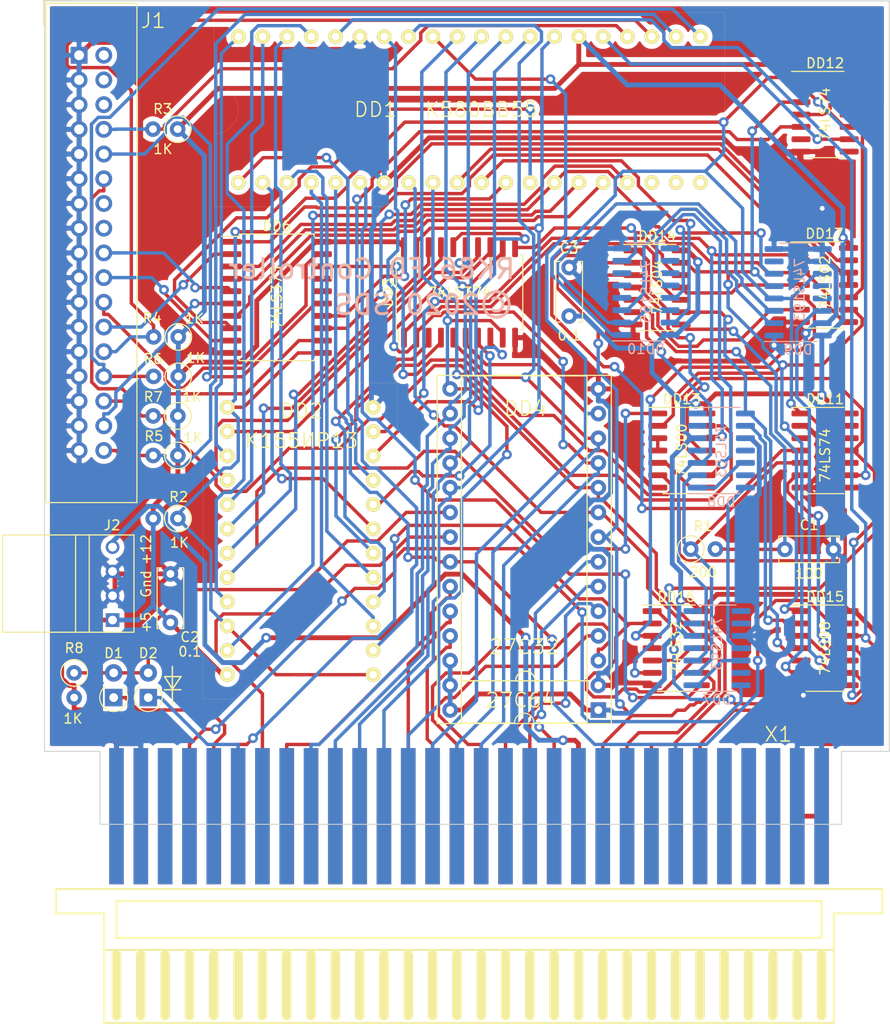
<source format=kicad_pcb>
(kicad_pcb (version 20171130) (host pcbnew "(5.1.5)-3")
  (layers (0 F.Cu signal) (31 B.Cu signal) (34 B.Paste user hide) (35 F.Paste user hide) (36 B.SilkS user) (37 F.SilkS user) (38 B.Mask user) (39 F.Mask user) (44 Edge.Cuts user))
  (net 0 "")
  (net 1 GND)
  (net 2 "Net-(DD6-Pad16)")
  (net 3 "Net-(DD6-Pad17)")
  (net 4 /RD)
  (net 5 WPRT)
  (net 6 READY)
  (net 7 TR00)
  (net 8 IP)
  (net 9 /WR)
  (net 10 "Net-(DD10-Pad1)")
  (net 11 "Net-(DD12-Pad5)")
  (net 12 "Net-(DD2-Pad4)")
  (net 13 "Net-(DD2-Pad6)")
  (net 14 "Net-(DD2-Pad8)")
  (net 15 "Net-(DD2-Pad10)")
  (net 16 "Net-(DD2-Pad14)")
  (net 17 "Net-(DD2-Pad16)")
  (net 18 "Net-(DD2-Pad18)")
  (net 19 "Net-(DD17-Pad1)")
  (net 20 "Net-(DD10-Pad7)")
  (net 21 +5V)
  (net 22 "Net-(DD17-Pad13)")
  (net 23 WR_GATE)
  (net 24 DIR)
  (net 25 SIDE)
  (net 26 STEP)
  (net 27 DISC_B)
  (net 28 DISC_A)
  (net 29 WR_DATA)
  (net 30 "Net-(DD10-Pad3)")
  (net 31 "Net-(DD10-Pad14)")
  (net 32 "Net-(DD11-Pad3)")
  (net 33 "Net-(DD10-Pad13)")
  (net 34 "Net-(DD9-Pad7)")
  (net 35 "Net-(DD15-Pad8)")
  (net 36 "Net-(DD7-Pad1)")
  (net 37 "Net-(DD11-Pad5)")
  (net 38 "Net-(DD14-Pad6)")
  (net 39 "Net-(DD7-Pad4)")
  (net 40 "Net-(DD7-Pad6)")
  (net 41 "Net-(DD7-Pad7)")
  (net 42 "Net-(DD7-Pad8)")
  (net 43 "Net-(DD7-Pad9)")
  (net 44 "Net-(DD7-Pad11)")
  (net 45 "Net-(DD7-Pad13)")
  (net 46 "Net-(DD8-Pad1)")
  (net 47 "Net-(DD8-Pad4)")
  (net 48 "Net-(DD8-Pad6)")
  (net 49 "Net-(DD8-Pad7)")
  (net 50 "Net-(DD14-Pad9)")
  (net 51 "Net-(DD15-Pad2)")
  (net 52 "Net-(DD8-Pad11)")
  (net 53 "Net-(DD8-Pad13)")
  (net 54 "Net-(DD10-Pad4)")
  (net 55 "Net-(DD10-Pad5)")
  (net 56 "Net-(DD10-Pad6)")
  (net 57 "Net-(DD10-Pad9)")
  (net 58 "Net-(DD10-Pad10)")
  (net 59 "Net-(DD10-Pad11)")
  (net 60 "Net-(DD10-Pad12)")
  (net 61 "Net-(DD11-Pad10)")
  (net 62 "Net-(DD11-Pad6)")
  (net 63 "Net-(DD11-Pad8)")
  (net 64 "Net-(DD11-Pad9)")
  (net 65 "Net-(DD11-Pad11)")
  (net 66 "Net-(DD12-Pad6)")
  (net 67 "Net-(DD12-Pad8)")
  (net 68 "Net-(DD12-Pad11)")
  (net 69 "Net-(DD12-Pad13)")
  (net 70 "Net-(DD13-Pad3)")
  (net 71 "Net-(DD13-Pad5)")
  (net 72 "Net-(DD13-Pad11)")
  (net 73 RD_DATA)
  (net 74 "Net-(DD14-Pad4)")
  (net 75 "Net-(C1-Pad1)")
  (net 76 "Net-(DD14-Pad8)")
  (net 77 "Net-(DD14-Pad11)")
  (net 78 "Net-(DD15-Pad11)")
  (net 79 /CS3)
  (net 80 "Net-(DD16-Pad3)")
  (net 81 "Net-(DD16-Pad11)")
  (net 82 "Net-(DD9-Pad12)")
  (net 83 "Net-(DD9-Pad13)")
  (net 84 /PC7)
  (net 85 /PC6)
  (net 86 /PB7)
  (net 87 "Net-(DD13-Pad1)")
  (net 88 /WRGATE)
  (net 89 /CS1)
  (net 90 /CS2)
  (net 91 /PC5)
  (net 92 /PC4)
  (net 93 /PC1)
  (net 94 /PC2)
  (net 95 /PC3)
  (net 96 /WRDATA)
  (net 97 /A1)
  (net 98 /A0)
  (net 99 /D7)
  (net 100 /D6)
  (net 101 /D5)
  (net 102 /D4)
  (net 103 /D3)
  (net 104 /D2)
  (net 105 /D1)
  (net 106 /D0)
  (net 107 /17)
  (net 108 /18)
  (net 109 /A7)
  (net 110 /A6)
  (net 111 /A5)
  (net 112 /A4)
  (net 113 /A3)
  (net 114 /A2)
  (net 115 /A10)
  (net 116 /A9)
  (net 117 /A8)
  (net 118 /OSC)
  (net 119 "Net-(X1-PadA28)")
  (net 120 "Net-(X1-PadA27)")
  (net 121 "Net-(X1-PadA26)")
  (net 122 "Net-(X1-PadA24)")
  (net 123 "Net-(X1-PadA23)")
  (net 124 "Net-(X1-PadA14)")
  (net 125 "Net-(X1-PadA13)")
  (net 126 "Net-(X1-PadA12)")
  (net 127 "Net-(X1-PadA11)")
  (net 128 "Net-(X1-PadA10)")
  (net 129 "Net-(X1-PadA9)")
  (net 130 "Net-(X1-PadA8)")
  (net 131 "Net-(X1-PadA6)")
  (net 132 "Net-(X1-PadA5)")
  (net 133 "Net-(X1-PadA4)")
  (net 134 "Net-(X1-PadA3)")
  (net 135 "Net-(X1-PadB19)")
  (net 136 "Net-(X1-PadB22)")
  (net 137 "Net-(X1-PadB20)")
  (net 138 "Net-(X1-PadB7)")
  (net 139 "Net-(X1-PadB28)")
  (net 140 "Net-(X1-PadB4)")
  (net 141 "Net-(X1-PadB3)")
  (net 142 "Net-(X1-PadB5)")
  (net 143 "Net-(X1-PadB21)")
  (net 144 "Net-(J1-Pad16)")
  (net 145 "Net-(J1-Pad14)")
  (net 146 "Net-(J1-Pad6)")
  (net 147 "Net-(J1-Pad4)")
  (net 148 "Net-(J1-Pad2)")
  (net 149 /CS12)
  (net 150 "Net-(DD1-Pad1)")
  (net 151 "Net-(DD1-Pad2)")
  (net 152 "Net-(DD1-Pad3)")
  (net 153 "Net-(DD1-Pad4)")
  (net 154 "Net-(DD1-Pad6)")
  (net 155 "Net-(DD1-Pad18)")
  (net 156 "Net-(DD1-Pad19)")
  (net 157 "Net-(DD1-Pad20)")
  (net 158 "Net-(DD1-Pad37)")
  (net 159 "Net-(DD1-Pad38)")
  (net 160 "Net-(DD1-Pad39)")
  (net 161 "Net-(DD1-Pad40)")
  (net 162 /A11)
  (net 163 +12V)
  (module rk86kngmd:TE_171826-4 (layer F.Cu) (at 45.25 108.25 270)
    (fp_text reference J2 (at -6 -4.5 180) (layer F.SilkS))
    (fp_text value "FD power")
    (pad 1 thru_hole rect (at 3.75 -4.55 270) (size 1.408 1.408) (drill 0.9) (layers *.Cu *.Mask) (net 21 +5V))
    (pad 2 thru_hole circle (at 1.25 -4.55 270) (size 1.408 1.408) (drill 0.9) (layers *.Cu *.Mask) (net 1 GND))
    (pad 3 thru_hole circle (at -1.25 -4.55 270) (size 1.408 1.408) (drill 0.9) (layers *.Cu *.Mask) (net 1 GND))
    (pad 4 thru_hole circle (at -3.75 -4.55 270) (size 1.408 1.408) (drill 0.9) (layers *.Cu *.Mask) (net 163 +12V))
  )
  (module Capacitor_THT:C_Disc_D6.0mm_W2.5mm_P5.00mm (layer F.Cu) (at 96.75 80.75 90)
    (fp_text reference C3 (at 7 0 180) (layer F.SilkS))
    (fp_text value 0.1 (at -2 0 180) (layer F.SilkS))
    (pad 2 thru_hole circle (at 5 0 90) (size 1.6 1.6) (drill 0.8) (layers *.Cu *.Mask) (net 1 GND))
    (pad 1 thru_hole circle (at 0 0 90) (size 1.6 1.6) (drill 0.8) (layers *.Cu *.Mask) (net 21 +5V))
  )
  (module Capacitor_THT:C_Disc_D6.0mm_W2.5mm_P5.00mm (layer F.Cu) (at 55.75 112.25 90)
    (fp_text reference C2 (at -1.5 2 180) (layer F.SilkS))
    (fp_text value 0.1 (at -3 2) (layer F.SilkS))
    (pad 2 thru_hole circle (at 5 0 90) (size 1.6 1.6) (drill 0.8) (layers *.Cu *.Mask) (net 1 GND))
    (pad 1 thru_hole circle (at 0 0 90) (size 1.6 1.6) (drill 0.8) (layers *.Cu *.Mask) (net 21 +5V))
  )
  (module Package_DIP:DIP-28_W15.24mm_Socket (layer F.Cu) (at 99.75 121.25 180)
    (fp_text reference DD4 (at 7.5 31) (layer F.SilkS) (effects (font (size 1.5 1.5))))
    (fp_text value 27C64 (at 8 1) (layer F.SilkS) (effects (font (size 1.5 1.5))))
    (fp_text user 27C32 (at 7.62 6.5) (layer F.SilkS) (effects (font (size 1.5 1.5))))
    (pad 28 thru_hole oval (at 15.24 0 180) (size 1.6 1.6) (drill 0.8) (layers *.Cu *.Mask) (net 21 +5V))
    (pad 14 thru_hole oval (at 0 33.02 180) (size 1.6 1.6) (drill 0.8) (layers *.Cu *.Mask) (net 1 GND))
    (pad 27 thru_hole oval (at 15.24 2.54 180) (size 1.6 1.6) (drill 0.8) (layers *.Cu *.Mask) (net 21 +5V))
    (pad 13 thru_hole oval (at 0 30.48 180) (size 1.6 1.6) (drill 0.8) (layers *.Cu *.Mask) (net 104 /D2))
    (pad 26 thru_hole oval (at 15.24 5.08 180) (size 1.6 1.6) (drill 0.8) (layers *.Cu *.Mask) (net 21 +5V))
    (pad 12 thru_hole oval (at 0 27.94 180) (size 1.6 1.6) (drill 0.8) (layers *.Cu *.Mask) (net 105 /D1))
    (pad 25 thru_hole oval (at 15.24 7.62 180) (size 1.6 1.6) (drill 0.8) (layers *.Cu *.Mask) (net 117 /A8))
    (pad 11 thru_hole oval (at 0 25.4 180) (size 1.6 1.6) (drill 0.8) (layers *.Cu *.Mask) (net 106 /D0))
    (pad 24 thru_hole oval (at 15.24 10.16 180) (size 1.6 1.6) (drill 0.8) (layers *.Cu *.Mask) (net 116 /A9))
    (pad 10 thru_hole oval (at 0 22.86 180) (size 1.6 1.6) (drill 0.8) (layers *.Cu *.Mask) (net 98 /A0))
    (pad 23 thru_hole oval (at 15.24 12.7 180) (size 1.6 1.6) (drill 0.8) (layers *.Cu *.Mask) (net 162 /A11))
    (pad 9 thru_hole oval (at 0 20.32 180) (size 1.6 1.6) (drill 0.8) (layers *.Cu *.Mask) (net 97 /A1))
    (pad 22 thru_hole oval (at 15.24 15.24 180) (size 1.6 1.6) (drill 0.8) (layers *.Cu *.Mask) (net 4 /RD))
    (pad 8 thru_hole oval (at 0 17.78 180) (size 1.6 1.6) (drill 0.8) (layers *.Cu *.Mask) (net 114 /A2))
    (pad 21 thru_hole oval (at 15.24 17.78 180) (size 1.6 1.6) (drill 0.8) (layers *.Cu *.Mask) (net 115 /A10))
    (pad 7 thru_hole oval (at 0 15.24 180) (size 1.6 1.6) (drill 0.8) (layers *.Cu *.Mask) (net 113 /A3))
    (pad 20 thru_hole oval (at 15.24 20.32 180) (size 1.6 1.6) (drill 0.8) (layers *.Cu *.Mask) (net 149 /CS12))
    (pad 6 thru_hole oval (at 0 12.7 180) (size 1.6 1.6) (drill 0.8) (layers *.Cu *.Mask) (net 112 /A4))
    (pad 19 thru_hole oval (at 15.24 22.86 180) (size 1.6 1.6) (drill 0.8) (layers *.Cu *.Mask) (net 99 /D7))
    (pad 5 thru_hole oval (at 0 10.16 180) (size 1.6 1.6) (drill 0.8) (layers *.Cu *.Mask) (net 111 /A5))
    (pad 18 thru_hole oval (at 15.24 25.4 180) (size 1.6 1.6) (drill 0.8) (layers *.Cu *.Mask) (net 100 /D6))
    (pad 4 thru_hole oval (at 0 7.62 180) (size 1.6 1.6) (drill 0.8) (layers *.Cu *.Mask) (net 110 /A6))
    (pad 17 thru_hole oval (at 15.24 27.94 180) (size 1.6 1.6) (drill 0.8) (layers *.Cu *.Mask) (net 101 /D5))
    (pad 3 thru_hole oval (at 0 5.08 180) (size 1.6 1.6) (drill 0.8) (layers *.Cu *.Mask) (net 109 /A7))
    (pad 16 thru_hole oval (at 15.24 30.48 180) (size 1.6 1.6) (drill 0.8) (layers *.Cu *.Mask) (net 102 /D4))
    (pad 2 thru_hole oval (at 0 2.54 180) (size 1.6 1.6) (drill 0.8) (layers *.Cu *.Mask) (net 1 GND))
    (pad 15 thru_hole oval (at 15.24 33.02 180) (size 1.6 1.6) (drill 0.8) (layers *.Cu *.Mask) (net 103 /D3))
    (pad 1 thru_hole rect (at 0 0 180) (size 1.6 1.6) (drill 0.8) (layers *.Cu *.Mask) (net 21 +5V))
  )
  (module Resistor_THT:R_Axial_DIN0207_L6.3mm_D2.5mm_P2.54mm_Vertical (layer F.Cu) (at 45.85 117.43 270)
    (fp_text reference R8 (at -2.54 0 180) (layer F.SilkS))
    (fp_text value 1K (at 4.699 0.127 180) (layer F.SilkS))
    (pad 2 thru_hole oval (at 2.54 0 270) (size 1.6 1.6) (drill 0.8) (layers *.Cu *.Mask) (net 21 +5V))
    (pad 1 thru_hole circle (at 0 0 270) (size 1.6 1.6) (drill 0.8) (layers *.Cu *.Mask) (net 149 /CS12))
  )
  (module Resistor_THT:R_Axial_DIN0207_L6.3mm_D2.5mm_P2.54mm_Vertical (layer F.Cu) (at 56.518 91.014 180)
    (fp_text reference R7 (at 2.54 1.9558) (layer F.SilkS))
    (fp_text value 1K (at -1.4478 1.9558) (layer F.SilkS))
    (pad 2 thru_hole oval (at 2.54 0 180) (size 1.6 1.6) (drill 0.8) (layers *.Cu *.Mask) (net 73 RD_DATA))
    (pad 1 thru_hole circle (at 0 0 180) (size 1.6 1.6) (drill 0.8) (layers *.Cu *.Mask) (net 21 +5V))
  )
  (module Resistor_THT:R_Axial_DIN0207_L6.3mm_D2.5mm_P2.54mm_Vertical (layer F.Cu) (at 56.5586 86.95 180)
    (fp_text reference R6 (at 2.58064 1.8034) (layer F.SilkS))
    (fp_text value 1K (at -1.78816 1.905) (layer F.SilkS))
    (pad 2 thru_hole oval (at 2.54 0 180) (size 1.6 1.6) (drill 0.8) (layers *.Cu *.Mask) (net 5 WPRT))
    (pad 1 thru_hole circle (at 0 0 180) (size 1.6 1.6) (drill 0.8) (layers *.Cu *.Mask) (net 21 +5V))
  )
  (module Resistor_THT:R_Axial_DIN0207_L6.3mm_D2.5mm_P2.54mm_Vertical (layer F.Cu) (at 56.518 95.078 180)
    (fp_text reference R5 (at 2.4638 1.9812) (layer F.SilkS))
    (fp_text value 1K (at -1.5494 1.8288) (layer F.SilkS))
    (pad 2 thru_hole oval (at 2.54 0 180) (size 1.6 1.6) (drill 0.8) (layers *.Cu *.Mask) (net 6 READY))
    (pad 1 thru_hole circle (at 0 0 180) (size 1.6 1.6) (drill 0.8) (layers *.Cu *.Mask) (net 21 +5V))
  )
  (module Resistor_THT:R_Axial_DIN0207_L6.3mm_D2.5mm_P2.54mm_Vertical (layer F.Cu) (at 56.5586 82.886 180)
    (fp_text reference R4 (at 2.68224 1.9304) (layer F.SilkS))
    (fp_text value 1K (at -1.66116 1.8796) (layer F.SilkS))
    (pad 2 thru_hole oval (at 2.54 0 180) (size 1.6 1.6) (drill 0.8) (layers *.Cu *.Mask) (net 7 TR00))
    (pad 1 thru_hole circle (at 0 0 180) (size 1.6 1.6) (drill 0.8) (layers *.Cu *.Mask) (net 21 +5V))
  )
  (module Resistor_THT:R_Axial_DIN0207_L6.3mm_D2.5mm_P2.54mm_Vertical (layer F.Cu) (at 56.4926 61.5246 180)
    (fp_text reference R3 (at 1.5367 2.0701) (layer F.SilkS))
    (fp_text value 1K (at 1.5113 -2.0574) (layer F.SilkS))
    (pad 2 thru_hole oval (at 2.54 0 180) (size 1.6 1.6) (drill 0.8) (layers *.Cu *.Mask) (net 8 IP))
    (pad 1 thru_hole circle (at 0 0 180) (size 1.6 1.6) (drill 0.8) (layers *.Cu *.Mask) (net 21 +5V))
  )
  (module Resistor_THT:R_Axial_DIN0207_L6.3mm_D2.5mm_P2.54mm_Vertical (layer F.Cu) (at 56.518 101.555 180)
    (fp_text reference R2 (at -0.0762 2.2098) (layer F.SilkS))
    (fp_text value 1K (at -0.1524 -2.4892) (layer F.SilkS))
    (pad 2 thru_hole oval (at 2.54 0 180) (size 1.6 1.6) (drill 0.8) (layers *.Cu *.Mask) (net 21 +5V))
    (pad 1 thru_hole circle (at 0 0 180) (size 1.6 1.6) (drill 0.8) (layers *.Cu *.Mask) (net 10 "Net-(DD10-Pad1)"))
  )
  (module Resistor_THT:R_Axial_DIN0207_L6.3mm_D2.5mm_P2.54mm_Vertical (layer F.Cu) (at 109.25 104.705)
    (fp_text reference R1 (at 1.27 -2.37) (layer F.SilkS))
    (fp_text value 200 (at 1.27 2.37) (layer F.SilkS))
    (pad 2 thru_hole oval (at 2.54 0) (size 1.6 1.6) (drill 0.8) (layers *.Cu *.Mask) (net 75 "Net-(C1-Pad1)"))
    (pad 1 thru_hole circle (at 0 0) (size 1.6 1.6) (drill 0.8) (layers *.Cu *.Mask) (net 37 "Net-(DD11-Pad5)"))
  )
  (module rk86kngmd:ОНп-КС-23 (layer F.Cu) (at 86.456 132.162)
    (fp_text reference X1 (at 31.794 -8.412) (layer F.SilkS) (effects (font (size 1.5 1.5))))
    (fp_text value ОНп-КС-23)
    (pad A5 smd rect (at 26.25 0) (size 1.5 14) (layers B.Cu B.Paste B.Mask) (net 132 "Net-(X1-PadA5)"))
    (pad A3 smd rect (at 31.25 0) (size 1.5 14) (layers B.Cu B.Paste B.Mask) (net 134 "Net-(X1-PadA3)"))
    (pad A4 smd rect (at 28.75 0) (size 1.5 14) (layers B.Cu B.Paste B.Mask) (net 133 "Net-(X1-PadA4)"))
    (pad A2 smd rect (at 33.75 0) (size 1.5 14) (layers B.Cu B.Paste B.Mask) (net 1 GND))
    (pad A1 smd rect (at 36.25 0) (size 1.5 14) (layers B.Cu B.Paste B.Mask) (net 1 GND))
    (pad A27 smd rect (at -28.75 0) (size 1.5 14) (layers B.Cu B.Paste B.Mask) (net 120 "Net-(X1-PadA27)"))
    (pad A30 smd rect (at -36.25 0) (size 1.5 14) (layers B.Cu B.Paste B.Mask) (net 1 GND))
    (pad A25 smd rect (at -23.75 0) (size 1.5 14) (layers B.Cu B.Paste B.Mask) (net 90 /CS2))
    (pad A24 smd rect (at -21.25 0) (size 1.5 14) (layers B.Cu B.Paste B.Mask) (net 122 "Net-(X1-PadA24)"))
    (pad A26 smd rect (at -26.25 0) (size 1.5 14) (layers B.Cu B.Paste B.Mask) (net 121 "Net-(X1-PadA26)"))
    (pad A28 smd rect (at -31.25 0) (size 1.5 14) (layers B.Cu B.Paste B.Mask) (net 119 "Net-(X1-PadA28)"))
    (pad A29 smd rect (at -33.75 0) (size 1.5 14) (layers B.Cu B.Paste B.Mask) (net 1 GND))
    (pad A8 smd rect (at 18.75 0) (size 1.5 14) (layers B.Cu B.Paste B.Mask) (net 130 "Net-(X1-PadA8)"))
    (pad A9 smd rect (at 16.25 0) (size 1.5 14) (layers B.Cu B.Paste B.Mask) (net 129 "Net-(X1-PadA9)"))
    (pad A7 smd rect (at 21.25 0) (size 1.5 14) (layers B.Cu B.Paste B.Mask) (net 4 /RD))
    (pad A10 smd rect (at 13.75 0) (size 1.5 14) (layers B.Cu B.Paste B.Mask) (net 128 "Net-(X1-PadA10)"))
    (pad A6 smd rect (at 23.75 0) (size 1.5 14) (layers B.Cu B.Paste B.Mask) (net 131 "Net-(X1-PadA6)"))
    (pad A20 smd rect (at -11.25 0) (size 1.5 14) (layers B.Cu B.Paste B.Mask) (net 100 /D6))
    (pad A22 smd rect (at -16.25 0) (size 1.5 14) (layers B.Cu B.Paste B.Mask) (net 102 /D4))
    (pad A19 smd rect (at -8.75 0) (size 1.5 14) (layers B.Cu B.Paste B.Mask) (net 99 /D7))
    (pad A23 smd rect (at -18.75 0) (size 1.5 14) (layers B.Cu B.Paste B.Mask) (net 123 "Net-(X1-PadA23)"))
    (pad A21 smd rect (at -13.75 0) (size 1.5 14) (layers B.Cu B.Paste B.Mask) (net 101 /D5))
    (pad A18 smd rect (at -6.25 0) (size 1.5 14) (layers B.Cu B.Paste B.Mask) (net 103 /D3))
    (pad A14 smd rect (at 3.75 0) (size 1.5 14) (layers B.Cu B.Paste B.Mask) (net 124 "Net-(X1-PadA14)"))
    (pad A12 smd rect (at 8.75 0) (size 1.5 14) (layers B.Cu B.Paste B.Mask) (net 126 "Net-(X1-PadA12)"))
    (pad A13 smd rect (at 6.25 0) (size 1.5 14) (layers B.Cu B.Paste B.Mask) (net 125 "Net-(X1-PadA13)"))
    (pad A11 smd rect (at 11.25 0) (size 1.5 14) (layers B.Cu B.Paste B.Mask) (net 127 "Net-(X1-PadA11)"))
    (pad A16 smd rect (at -1.25 0) (size 1.5 14) (layers B.Cu B.Paste B.Mask) (net 105 /D1))
    (pad A17 smd rect (at -3.75 0) (size 1.5 14) (layers B.Cu B.Paste B.Mask) (net 104 /D2))
    (pad A15 smd rect (at 1.25 0) (size 1.5 14) (layers B.Cu B.Paste B.Mask) (net 106 /D0))
    (pad B1 smd rect (at 36.25 0) (size 1.5 14) (layers F.Cu F.Paste F.Mask) (net 21 +5V))
    (pad B2 smd rect (at 33.75 0) (size 1.5 14) (layers F.Cu F.Paste F.Mask) (net 21 +5V))
    (pad B3 smd rect (at 31.25 0) (size 1.5 14) (layers F.Cu F.Paste F.Mask) (net 141 "Net-(X1-PadB3)"))
    (pad B4 smd rect (at 28.75 0) (size 1.5 14) (layers F.Cu F.Paste F.Mask) (net 140 "Net-(X1-PadB4)"))
    (pad B5 smd rect (at 26.25 0) (size 1.5 14) (layers F.Cu F.Paste F.Mask) (net 142 "Net-(X1-PadB5)"))
    (pad B6 smd rect (at 23.75 0) (size 1.5 14) (layers F.Cu F.Paste F.Mask) (net 9 /WR))
    (pad B7 smd rect (at 21.25 0) (size 1.5 14) (layers F.Cu F.Paste F.Mask) (net 138 "Net-(X1-PadB7)"))
    (pad B8 smd rect (at 18.75 0) (size 1.5 14) (layers F.Cu F.Paste F.Mask) (net 98 /A0))
    (pad B9 smd rect (at 16.25 0) (size 1.5 14) (layers F.Cu F.Paste F.Mask) (net 97 /A1))
    (pad B10 smd rect (at 13.75 0) (size 1.5 14) (layers F.Cu F.Paste F.Mask) (net 114 /A2))
    (pad B11 smd rect (at 11.25 0) (size 1.5 14) (layers F.Cu F.Paste F.Mask) (net 163 +12V))
    (pad B12 smd rect (at 8.75 0) (size 1.5 14) (layers F.Cu F.Paste F.Mask) (net 113 /A3))
    (pad B13 smd rect (at 6.25 0) (size 1.5 14) (layers F.Cu F.Paste F.Mask) (net 112 /A4))
    (pad B14 smd rect (at 3.75 0) (size 1.5 14) (layers F.Cu F.Paste F.Mask) (net 111 /A5))
    (pad B15 smd rect (at 1.25 0) (size 1.5 14) (layers F.Cu F.Paste F.Mask) (net 110 /A6))
    (pad B16 smd rect (at -1.25 0) (size 1.5 14) (layers F.Cu F.Paste F.Mask) (net 109 /A7))
    (pad B17 smd rect (at -3.75 0) (size 1.5 14) (layers F.Cu F.Paste F.Mask) (net 117 /A8))
    (pad B18 smd rect (at -6.25 0) (size 1.5 14) (layers F.Cu F.Paste F.Mask) (net 116 /A9))
    (pad B19 smd rect (at -8.75 0) (size 1.5 14) (layers F.Cu F.Paste F.Mask) (net 135 "Net-(X1-PadB19)"))
    (pad B20 smd rect (at -11.25 0) (size 1.5 14) (layers F.Cu F.Paste F.Mask) (net 137 "Net-(X1-PadB20)"))
    (pad B21 smd rect (at -13.75 0) (size 1.5 14) (layers F.Cu F.Paste F.Mask) (net 143 "Net-(X1-PadB21)"))
    (pad B22 smd rect (at -16.25 0) (size 1.5 14) (layers F.Cu F.Paste F.Mask) (net 136 "Net-(X1-PadB22)"))
    (pad B23 smd rect (at -18.75 0) (size 1.5 14) (layers F.Cu F.Paste F.Mask) (net 162 /A11))
    (pad B24 smd rect (at -21.25 0) (size 1.5 14) (layers F.Cu F.Paste F.Mask) (net 115 /A10))
    (pad B25 smd rect (at -23.75 0) (size 1.5 14) (layers F.Cu F.Paste F.Mask) (net 79 /CS3))
    (pad B26 smd rect (at -26.25 0) (size 1.5 14) (layers F.Cu F.Paste F.Mask) (net 89 /CS1))
    (pad B27 smd rect (at -28.75 0) (size 1.5 14) (layers F.Cu F.Paste F.Mask) (net 118 /OSC))
    (pad B28 smd rect (at -31.25 0) (size 1.5 14) (layers F.Cu F.Paste F.Mask) (net 139 "Net-(X1-PadB28)"))
    (pad B29 smd rect (at -33.75 0) (size 1.5 14) (layers F.Cu F.Paste F.Mask) (net 21 +5V))
    (pad B30 smd rect (at -36.25 0) (size 1.5 14) (layers F.Cu F.Paste F.Mask) (net 21 +5V))
  )
  (module Capacitor_THT:C_Disc_D6.0mm_W2.5mm_P5.00mm (layer F.Cu) (at 118.93 104.73)
    (fp_text reference C1 (at 2.5 -2.5) (layer F.SilkS))
    (fp_text value 100 (at 2.5 2.5) (layer F.SilkS))
    (pad 2 thru_hole circle (at 5 0) (size 1.6 1.6) (drill 0.8) (layers *.Cu *.Mask) (net 1 GND))
    (pad 1 thru_hole circle (at 0 0) (size 1.6 1.6) (drill 0.8) (layers *.Cu *.Mask) (net 75 "Net-(C1-Pad1)"))
  )
  (module Package_SO:SOIC-14_3.9x8.7mm_P1.27mm (layer F.Cu) (at 123.001 77.552)
    (fp_text reference DD17 (at 0 -5.28) (layer F.SilkS))
    (fp_text value 74LS02 (at 0.065 -0.254 90) (layer F.SilkS))
    (pad 14 smd roundrect (at 2.475 -3.81) (size 1.95 0.6) (layers F.Cu F.Paste F.Mask) (net 21 +5V))
    (pad 13 smd roundrect (at 2.475 -2.54) (size 1.95 0.6) (layers F.Cu F.Paste F.Mask) (net 22 "Net-(DD17-Pad13)"))
    (pad 12 smd roundrect (at 2.475 -1.27) (size 1.95 0.6) (layers F.Cu F.Paste F.Mask) (net 84 /PC7))
    (pad 11 smd roundrect (at 2.475 0) (size 1.95 0.6) (layers F.Cu F.Paste F.Mask) (net 84 /PC7))
    (pad 10 smd roundrect (at 2.475 1.27) (size 1.95 0.6) (layers F.Cu F.Paste F.Mask) (net 68 "Net-(DD12-Pad11)"))
    (pad 9 smd roundrect (at 2.475 2.54) (size 1.95 0.6) (layers F.Cu F.Paste F.Mask) (net 32 "Net-(DD11-Pad3)"))
    (pad 8 smd roundrect (at 2.475 3.81) (size 1.95 0.6) (layers F.Cu F.Paste F.Mask) (net 20 "Net-(DD10-Pad7)"))
    (pad 7 smd roundrect (at -2.475 3.81) (size 1.95 0.6) (layers F.Cu F.Paste F.Mask) (net 1 GND))
    (pad 6 smd roundrect (at -2.475 2.54) (size 1.95 0.6) (layers F.Cu F.Paste F.Mask) (net 74 "Net-(DD14-Pad4)"))
    (pad 5 smd roundrect (at -2.475 1.27) (size 1.95 0.6) (layers F.Cu F.Paste F.Mask) (net 80 "Net-(DD16-Pad3)"))
    (pad 4 smd roundrect (at -2.475 0) (size 1.95 0.6) (layers F.Cu F.Paste F.Mask) (net 77 "Net-(DD14-Pad11)"))
    (pad 3 smd roundrect (at -2.475 -1.27) (size 1.95 0.6) (layers F.Cu F.Paste F.Mask) (net 20 "Net-(DD10-Pad7)"))
    (pad 2 smd roundrect (at -2.475 -2.54) (size 1.95 0.6) (layers F.Cu F.Paste F.Mask) (net 88 /WRGATE))
    (pad 1 smd roundrect (at -2.475 -3.81) (size 1.95 0.6) (layers F.Cu F.Paste F.Mask) (net 19 "Net-(DD17-Pad1)"))
  )
  (module Package_SO:SOIC-14_3.9x8.7mm_P1.27mm (layer F.Cu) (at 107.761 114.89)
    (fp_text reference DD16 (at 0 -5.28) (layer F.SilkS))
    (fp_text value 74LS32 (at 0 0 90) (layer F.SilkS))
    (pad 14 smd roundrect (at 2.475 -3.81) (size 1.95 0.6) (layers F.Cu F.Paste F.Mask) (net 21 +5V))
    (pad 13 smd roundrect (at 2.475 -2.54) (size 1.95 0.6) (layers F.Cu F.Paste F.Mask) (net 98 /A0))
    (pad 12 smd roundrect (at 2.475 -1.27) (size 1.95 0.6) (layers F.Cu F.Paste F.Mask) (net 97 /A1))
    (pad 11 smd roundrect (at 2.475 0) (size 1.95 0.6) (layers F.Cu F.Paste F.Mask) (net 81 "Net-(DD16-Pad11)"))
    (pad 10 smd roundrect (at 2.475 1.27) (size 1.95 0.6) (layers F.Cu F.Paste F.Mask) (net 79 /CS3))
    (pad 9 smd roundrect (at 2.475 2.54) (size 1.95 0.6) (layers F.Cu F.Paste F.Mask) (net 114 /A2))
    (pad 8 smd roundrect (at 2.475 3.81) (size 1.95 0.6) (layers F.Cu F.Paste F.Mask) (net 154 "Net-(DD1-Pad6)"))
    (pad 7 smd roundrect (at -2.475 3.81) (size 1.95 0.6) (layers F.Cu F.Paste F.Mask) (net 1 GND))
    (pad 6 smd roundrect (at -2.475 2.54) (size 1.95 0.6) (layers F.Cu F.Paste F.Mask) (net 69 "Net-(DD12-Pad13)"))
    (pad 5 smd roundrect (at -2.475 1.27) (size 1.95 0.6) (layers F.Cu F.Paste F.Mask) (net 81 "Net-(DD16-Pad11)"))
    (pad 4 smd roundrect (at -2.475 0) (size 1.95 0.6) (layers F.Cu F.Paste F.Mask) (net 80 "Net-(DD16-Pad3)"))
    (pad 3 smd roundrect (at -2.475 -1.27) (size 1.95 0.6) (layers F.Cu F.Paste F.Mask) (net 80 "Net-(DD16-Pad3)"))
    (pad 2 smd roundrect (at -2.475 -2.54) (size 1.95 0.6) (layers F.Cu F.Paste F.Mask) (net 79 /CS3))
    (pad 1 smd roundrect (at -2.475 -3.81) (size 1.95 0.6) (layers F.Cu F.Paste F.Mask) (net 78 "Net-(DD15-Pad11)"))
  )
  (module Package_SO:SOIC-14_3.9x8.7mm_P1.27mm (layer F.Cu) (at 123.066 114.89)
    (fp_text reference DD15 (at 0 -5.28) (layer F.SilkS))
    (fp_text value 74LS08 (at 0 0 90) (layer F.SilkS))
    (pad 14 smd roundrect (at 2.475 -3.81) (size 1.95 0.6) (layers F.Cu F.Paste F.Mask) (net 21 +5V))
    (pad 13 smd roundrect (at 2.475 -2.54) (size 1.95 0.6) (layers F.Cu F.Paste F.Mask) (net 4 /RD))
    (pad 12 smd roundrect (at 2.475 -1.27) (size 1.95 0.6) (layers F.Cu F.Paste F.Mask) (net 9 /WR))
    (pad 11 smd roundrect (at 2.475 0) (size 1.95 0.6) (layers F.Cu F.Paste F.Mask) (net 78 "Net-(DD15-Pad11)"))
    (pad 10 smd roundrect (at 2.475 1.27) (size 1.95 0.6) (layers F.Cu F.Paste F.Mask) (net 62 "Net-(DD11-Pad6)"))
    (pad 9 smd roundrect (at 2.475 2.54) (size 1.95 0.6) (layers F.Cu F.Paste F.Mask) (net 65 "Net-(DD11-Pad11)"))
    (pad 8 smd roundrect (at 2.475 3.81) (size 1.95 0.6) (layers F.Cu F.Paste F.Mask) (net 35 "Net-(DD15-Pad8)"))
    (pad 7 smd roundrect (at -2.475 3.81) (size 1.95 0.6) (layers F.Cu F.Paste F.Mask) (net 1 GND))
    (pad 6 smd roundrect (at -2.475 2.54) (size 1.95 0.6) (layers F.Cu F.Paste F.Mask) (net 32 "Net-(DD11-Pad3)"))
    (pad 5 smd roundrect (at -2.475 1.27) (size 1.95 0.6) (layers F.Cu F.Paste F.Mask) (net 50 "Net-(DD14-Pad9)"))
    (pad 4 smd roundrect (at -2.475 0) (size 1.95 0.6) (layers F.Cu F.Paste F.Mask) (net 51 "Net-(DD15-Pad2)"))
    (pad 3 smd roundrect (at -2.475 -1.27) (size 1.95 0.6) (layers F.Cu F.Paste F.Mask) (net 65 "Net-(DD11-Pad11)"))
    (pad 2 smd roundrect (at -2.475 -2.54) (size 1.95 0.6) (layers F.Cu F.Paste F.Mask) (net 51 "Net-(DD15-Pad2)"))
    (pad 1 smd roundrect (at -2.475 -3.81) (size 1.95 0.6) (layers F.Cu F.Paste F.Mask) (net 76 "Net-(DD14-Pad8)"))
  )
  (module Package_SO:SOIC-14_3.9x8.7mm_P1.27mm (layer F.Cu) (at 105.794 77.806)
    (fp_text reference DD14 (at 0 -5.28) (layer F.SilkS))
    (fp_text value 74LS04 (at 0 0 90) (layer F.SilkS))
    (pad 14 smd roundrect (at 2.475 -3.81) (size 1.95 0.6) (layers F.Cu F.Paste F.Mask) (net 21 +5V))
    (pad 13 smd roundrect (at 2.475 -2.54) (size 1.95 0.6) (layers F.Cu F.Paste F.Mask) (net 32 "Net-(DD11-Pad3)"))
    (pad 12 smd roundrect (at 2.475 -1.27) (size 1.95 0.6) (layers F.Cu F.Paste F.Mask) (net 107 /17))
    (pad 11 smd roundrect (at 2.475 0) (size 1.95 0.6) (layers F.Cu F.Paste F.Mask) (net 77 "Net-(DD14-Pad11)"))
    (pad 10 smd roundrect (at 2.475 1.27) (size 1.95 0.6) (layers F.Cu F.Paste F.Mask) (net 108 /18))
    (pad 9 smd roundrect (at 2.475 2.54) (size 1.95 0.6) (layers F.Cu F.Paste F.Mask) (net 50 "Net-(DD14-Pad9)"))
    (pad 8 smd roundrect (at 2.475 3.81) (size 1.95 0.6) (layers F.Cu F.Paste F.Mask) (net 76 "Net-(DD14-Pad8)"))
    (pad 7 smd roundrect (at -2.475 3.81) (size 1.95 0.6) (layers F.Cu F.Paste F.Mask) (net 1 GND))
    (pad 6 smd roundrect (at -2.475 2.54) (size 1.95 0.6) (layers F.Cu F.Paste F.Mask) (net 38 "Net-(DD14-Pad6)"))
    (pad 5 smd roundrect (at -2.475 1.27) (size 1.95 0.6) (layers F.Cu F.Paste F.Mask) (net 75 "Net-(C1-Pad1)"))
    (pad 4 smd roundrect (at -2.475 0) (size 1.95 0.6) (layers F.Cu F.Paste F.Mask) (net 74 "Net-(DD14-Pad4)"))
    (pad 3 smd roundrect (at -2.475 -1.27) (size 1.95 0.6) (layers F.Cu F.Paste F.Mask) (net 114 /A2))
    (pad 2 smd roundrect (at -2.475 -2.54) (size 1.95 0.6) (layers F.Cu F.Paste F.Mask) (net 61 "Net-(DD11-Pad10)"))
    (pad 1 smd roundrect (at -2.475 -3.81) (size 1.95 0.6) (layers F.Cu F.Paste F.Mask) (net 72 "Net-(DD13-Pad11)"))
  )
  (module Package_SO:SOIC-14_3.9x8.7mm_P1.27mm (layer F.Cu) (at 108.334 94.57)
    (fp_text reference DD13 (at 0 -5.28) (layer F.SilkS))
    (fp_text value 74LS00 (at 0 0 90) (layer F.SilkS))
    (pad 14 smd roundrect (at 2.475 -3.81) (size 1.95 0.6) (layers F.Cu F.Paste F.Mask) (net 21 +5V))
    (pad 13 smd roundrect (at 2.475 -2.54) (size 1.95 0.6) (layers F.Cu F.Paste F.Mask) (net 73 RD_DATA))
    (pad 12 smd roundrect (at 2.475 -1.27) (size 1.95 0.6) (layers F.Cu F.Paste F.Mask) (net 88 /WRGATE))
    (pad 11 smd roundrect (at 2.475 0) (size 1.95 0.6) (layers F.Cu F.Paste F.Mask) (net 72 "Net-(DD13-Pad11)"))
    (pad 10 smd roundrect (at 2.475 1.27) (size 1.95 0.6) (layers F.Cu F.Paste F.Mask) (net 65 "Net-(DD11-Pad11)"))
    (pad 9 smd roundrect (at 2.475 2.54) (size 1.95 0.6) (layers F.Cu F.Paste F.Mask) (net 60 "Net-(DD10-Pad12)"))
    (pad 8 smd roundrect (at 2.475 3.81) (size 1.95 0.6) (layers F.Cu F.Paste F.Mask) (net 71 "Net-(DD13-Pad5)"))
    (pad 7 smd roundrect (at -2.475 3.81) (size 1.95 0.6) (layers F.Cu F.Paste F.Mask) (net 1 GND))
    (pad 6 smd roundrect (at -2.475 2.54) (size 1.95 0.6) (layers F.Cu F.Paste F.Mask) (net 96 /WRDATA))
    (pad 5 smd roundrect (at -2.475 1.27) (size 1.95 0.6) (layers F.Cu F.Paste F.Mask) (net 71 "Net-(DD13-Pad5)"))
    (pad 4 smd roundrect (at -2.475 0) (size 1.95 0.6) (layers F.Cu F.Paste F.Mask) (net 70 "Net-(DD13-Pad3)"))
    (pad 3 smd roundrect (at -2.475 -1.27) (size 1.95 0.6) (layers F.Cu F.Paste F.Mask) (net 70 "Net-(DD13-Pad3)"))
    (pad 2 smd roundrect (at -2.475 -2.54) (size 1.95 0.6) (layers F.Cu F.Paste F.Mask) (net 32 "Net-(DD11-Pad3)"))
    (pad 1 smd roundrect (at -2.475 -3.81) (size 1.95 0.6) (layers F.Cu F.Paste F.Mask) (net 87 "Net-(DD13-Pad1)"))
  )
  (module Package_SO:SOIC-14_3.9x8.7mm_P1.27mm (layer F.Cu) (at 123.066 60.026)
    (fp_text reference DD12 (at 0 -5.28) (layer F.SilkS))
    (fp_text value 74LS74 (at 0 0 90) (layer F.SilkS))
    (pad 14 smd roundrect (at 2.475 -3.81) (size 1.95 0.6) (layers F.Cu F.Paste F.Mask) (net 21 +5V))
    (pad 13 smd roundrect (at 2.475 -2.54) (size 1.95 0.6) (layers F.Cu F.Paste F.Mask) (net 69 "Net-(DD12-Pad13)"))
    (pad 12 smd roundrect (at 2.475 -1.27) (size 1.95 0.6) (layers F.Cu F.Paste F.Mask) (net 10 "Net-(DD10-Pad1)"))
    (pad 11 smd roundrect (at 2.475 0) (size 1.95 0.6) (layers F.Cu F.Paste F.Mask) (net 68 "Net-(DD12-Pad11)"))
    (pad 10 smd roundrect (at 2.475 1.27) (size 1.95 0.6) (layers F.Cu F.Paste F.Mask) (net 10 "Net-(DD10-Pad1)"))
    (pad 9 smd roundrect (at 2.475 2.54) (size 1.95 0.6) (layers F.Cu F.Paste F.Mask) (net 86 /PB7))
    (pad 8 smd roundrect (at 2.475 3.81) (size 1.95 0.6) (layers F.Cu F.Paste F.Mask) (net 67 "Net-(DD12-Pad8)"))
    (pad 7 smd roundrect (at -2.475 3.81) (size 1.95 0.6) (layers F.Cu F.Paste F.Mask) (net 1 GND))
    (pad 6 smd roundrect (at -2.475 2.54) (size 1.95 0.6) (layers F.Cu F.Paste F.Mask) (net 66 "Net-(DD12-Pad6)"))
    (pad 5 smd roundrect (at -2.475 1.27) (size 1.95 0.6) (layers F.Cu F.Paste F.Mask) (net 11 "Net-(DD12-Pad5)"))
    (pad 4 smd roundrect (at -2.475 0) (size 1.95 0.6) (layers F.Cu F.Paste F.Mask) (net 10 "Net-(DD10-Pad1)"))
    (pad 3 smd roundrect (at -2.475 -1.27) (size 1.95 0.6) (layers F.Cu F.Paste F.Mask) (net 32 "Net-(DD11-Pad3)"))
    (pad 2 smd roundrect (at -2.475 -2.54) (size 1.95 0.6) (layers F.Cu F.Paste F.Mask) (net 64 "Net-(DD11-Pad9)"))
    (pad 1 smd roundrect (at -2.475 -3.81) (size 1.95 0.6) (layers F.Cu F.Paste F.Mask) (net 10 "Net-(DD10-Pad1)"))
  )
  (module Package_SO:SOIC-14_3.9x8.7mm_P1.27mm (layer F.Cu) (at 123.066 94.57)
    (fp_text reference DD11 (at 0 -5.28) (layer F.SilkS))
    (fp_text value 74LS74 (at 0 0.508 90) (layer F.SilkS))
    (pad 14 smd roundrect (at 2.475 -3.81) (size 1.95 0.6) (layers F.Cu F.Paste F.Mask) (net 21 +5V))
    (pad 13 smd roundrect (at 2.475 -2.54) (size 1.95 0.6) (layers F.Cu F.Paste F.Mask) (net 10 "Net-(DD10-Pad1)"))
    (pad 12 smd roundrect (at 2.475 -1.27) (size 1.95 0.6) (layers F.Cu F.Paste F.Mask) (net 1 GND))
    (pad 11 smd roundrect (at 2.475 0) (size 1.95 0.6) (layers F.Cu F.Paste F.Mask) (net 65 "Net-(DD11-Pad11)"))
    (pad 10 smd roundrect (at 2.475 1.27) (size 1.95 0.6) (layers F.Cu F.Paste F.Mask) (net 61 "Net-(DD11-Pad10)"))
    (pad 9 smd roundrect (at 2.475 2.54) (size 1.95 0.6) (layers F.Cu F.Paste F.Mask) (net 64 "Net-(DD11-Pad9)"))
    (pad 8 smd roundrect (at 2.475 3.81) (size 1.95 0.6) (layers F.Cu F.Paste F.Mask) (net 63 "Net-(DD11-Pad8)"))
    (pad 7 smd roundrect (at -2.475 3.81) (size 1.95 0.6) (layers F.Cu F.Paste F.Mask) (net 1 GND))
    (pad 6 smd roundrect (at -2.475 2.54) (size 1.95 0.6) (layers F.Cu F.Paste F.Mask) (net 62 "Net-(DD11-Pad6)"))
    (pad 5 smd roundrect (at -2.475 1.27) (size 1.95 0.6) (layers F.Cu F.Paste F.Mask) (net 37 "Net-(DD11-Pad5)"))
    (pad 4 smd roundrect (at -2.475 0) (size 1.95 0.6) (layers F.Cu F.Paste F.Mask) (net 61 "Net-(DD11-Pad10)"))
    (pad 3 smd roundrect (at -2.475 -1.27) (size 1.95 0.6) (layers F.Cu F.Paste F.Mask) (net 32 "Net-(DD11-Pad3)"))
    (pad 2 smd roundrect (at -2.475 -2.54) (size 1.95 0.6) (layers F.Cu F.Paste F.Mask) (net 1 GND))
    (pad 1 smd roundrect (at -2.475 -3.81) (size 1.95 0.6) (layers F.Cu F.Paste F.Mask) (net 10 "Net-(DD10-Pad1)"))
  )
  (module Package_SO:SOIC-16_3.9x9.9mm_P1.27mm (layer B.Cu) (at 104.651 78.2378)
    (fp_text reference DD10 (at 0 5.9) (layer B.SilkS) (effects (justify mirror)))
    (fp_text value 74LS155 (at 0 0 90) (layer B.SilkS) (effects (justify mirror)))
    (pad 16 smd roundrect (at 2.475 4.445) (size 1.95 0.6) (layers B.Cu B.Paste B.Mask) (net 21 +5V))
    (pad 15 smd roundrect (at 2.475 3.175) (size 1.95 0.6) (layers B.Cu B.Paste B.Mask) (net 85 /PC6))
    (pad 14 smd roundrect (at 2.475 1.905) (size 1.95 0.6) (layers B.Cu B.Paste B.Mask) (net 31 "Net-(DD10-Pad14)"))
    (pad 13 smd roundrect (at 2.475 0.635) (size 1.95 0.6) (layers B.Cu B.Paste B.Mask) (net 33 "Net-(DD10-Pad13)"))
    (pad 12 smd roundrect (at 2.475 -0.635) (size 1.95 0.6) (layers B.Cu B.Paste B.Mask) (net 60 "Net-(DD10-Pad12)"))
    (pad 11 smd roundrect (at 2.475 -1.905) (size 1.95 0.6) (layers B.Cu B.Paste B.Mask) (net 59 "Net-(DD10-Pad11)"))
    (pad 10 smd roundrect (at 2.475 -3.175) (size 1.95 0.6) (layers B.Cu B.Paste B.Mask) (net 58 "Net-(DD10-Pad10)"))
    (pad 9 smd roundrect (at 2.475 -4.445) (size 1.95 0.6) (layers B.Cu B.Paste B.Mask) (net 57 "Net-(DD10-Pad9)"))
    (pad 8 smd roundrect (at -2.475 -4.445) (size 1.95 0.6) (layers B.Cu B.Paste B.Mask) (net 1 GND))
    (pad 7 smd roundrect (at -2.475 -3.175) (size 1.95 0.6) (layers B.Cu B.Paste B.Mask) (net 20 "Net-(DD10-Pad7)"))
    (pad 6 smd roundrect (at -2.475 -1.905) (size 1.95 0.6) (layers B.Cu B.Paste B.Mask) (net 56 "Net-(DD10-Pad6)"))
    (pad 5 smd roundrect (at -2.475 -0.635) (size 1.95 0.6) (layers B.Cu B.Paste B.Mask) (net 55 "Net-(DD10-Pad5)"))
    (pad 4 smd roundrect (at -2.475 0.635) (size 1.95 0.6) (layers B.Cu B.Paste B.Mask) (net 54 "Net-(DD10-Pad4)"))
    (pad 3 smd roundrect (at -2.475 1.905) (size 1.95 0.6) (layers B.Cu B.Paste B.Mask) (net 30 "Net-(DD10-Pad3)"))
    (pad 2 smd roundrect (at -2.475 3.175) (size 1.95 0.6) (layers B.Cu B.Paste B.Mask) (net 31 "Net-(DD10-Pad14)"))
    (pad 1 smd roundrect (at -2.475 4.445) (size 1.95 0.6) (layers B.Cu B.Paste B.Mask) (net 10 "Net-(DD10-Pad1)"))
  )
  (module Package_SO:SOIC-16_3.9x9.9mm_P1.27mm (layer B.Cu) (at 120.297 78.3013)
    (fp_text reference DD9 (at 0 5.9 -180) (layer B.SilkS) (effects (justify mirror)))
    (fp_text value 74LS193 (at 0.1524 -0.254 -90) (layer B.SilkS) (effects (justify mirror)))
    (pad 16 smd roundrect (at 2.475 4.445) (size 1.95 0.6) (layers B.Cu B.Paste B.Mask) (net 21 +5V))
    (pad 15 smd roundrect (at 2.475 3.175) (size 1.95 0.6) (layers B.Cu B.Paste B.Mask) (net 1 GND))
    (pad 14 smd roundrect (at 2.475 1.905) (size 1.95 0.6) (layers B.Cu B.Paste B.Mask) (net 35 "Net-(DD15-Pad8)"))
    (pad 13 smd roundrect (at 2.475 0.635) (size 1.95 0.6) (layers B.Cu B.Paste B.Mask) (net 83 "Net-(DD9-Pad13)"))
    (pad 12 smd roundrect (at 2.475 -0.635) (size 1.95 0.6) (layers B.Cu B.Paste B.Mask) (net 82 "Net-(DD9-Pad12)"))
    (pad 11 smd roundrect (at 2.475 -1.905) (size 1.95 0.6) (layers B.Cu B.Paste B.Mask) (net 10 "Net-(DD10-Pad1)"))
    (pad 10 smd roundrect (at 2.475 -3.175) (size 1.95 0.6) (layers B.Cu B.Paste B.Mask) (net 1 GND))
    (pad 9 smd roundrect (at 2.475 -4.445) (size 1.95 0.6) (layers B.Cu B.Paste B.Mask) (net 1 GND))
    (pad 8 smd roundrect (at -2.475 -4.445) (size 1.95 0.6) (layers B.Cu B.Paste B.Mask) (net 1 GND))
    (pad 7 smd roundrect (at -2.475 -3.175) (size 1.95 0.6) (layers B.Cu B.Paste B.Mask) (net 34 "Net-(DD9-Pad7)"))
    (pad 6 smd roundrect (at -2.475 -1.905) (size 1.95 0.6) (layers B.Cu B.Paste B.Mask) (net 33 "Net-(DD10-Pad13)"))
    (pad 5 smd roundrect (at -2.475 -0.635) (size 1.95 0.6) (layers B.Cu B.Paste B.Mask) (net 32 "Net-(DD11-Pad3)"))
    (pad 4 smd roundrect (at -2.475 0.635) (size 1.95 0.6) (layers B.Cu B.Paste B.Mask) (net 10 "Net-(DD10-Pad1)"))
    (pad 3 smd roundrect (at -2.475 1.905) (size 1.95 0.6) (layers B.Cu B.Paste B.Mask) (net 31 "Net-(DD10-Pad14)"))
    (pad 2 smd roundrect (at -2.475 3.175) (size 1.95 0.6) (layers B.Cu B.Paste B.Mask) (net 30 "Net-(DD10-Pad3)"))
    (pad 1 smd roundrect (at -2.475 4.445) (size 1.95 0.6) (layers B.Cu B.Paste B.Mask) (net 1 GND))
  )
  (module Package_SO:SOIC-14_3.9x8.7mm_P1.27mm (layer B.Cu) (at 112.398 94.57)
    (fp_text reference DD8 (at 0 5.28) (layer B.SilkS) (effects (justify mirror)))
    (fp_text value 74LS93 (at 0 0 90) (layer B.SilkS) (effects (justify mirror)))
    (pad 14 smd roundrect (at 2.475 3.81) (size 1.95 0.6) (layers B.Cu B.Paste B.Mask) (net 44 "Net-(DD7-Pad11)"))
    (pad 13 smd roundrect (at 2.475 2.54) (size 1.95 0.6) (layers B.Cu B.Paste B.Mask) (net 53 "Net-(DD8-Pad13)"))
    (pad 12 smd roundrect (at 2.475 1.27) (size 1.95 0.6) (layers B.Cu B.Paste B.Mask) (net 46 "Net-(DD8-Pad1)"))
    (pad 11 smd roundrect (at 2.475 0) (size 1.95 0.6) (layers B.Cu B.Paste B.Mask) (net 52 "Net-(DD8-Pad11)"))
    (pad 10 smd roundrect (at 2.475 -1.27) (size 1.95 0.6) (layers B.Cu B.Paste B.Mask) (net 1 GND))
    (pad 9 smd roundrect (at 2.475 -2.54) (size 1.95 0.6) (layers B.Cu B.Paste B.Mask) (net 51 "Net-(DD15-Pad2)"))
    (pad 8 smd roundrect (at 2.475 -3.81) (size 1.95 0.6) (layers B.Cu B.Paste B.Mask) (net 50 "Net-(DD14-Pad9)"))
    (pad 7 smd roundrect (at -2.475 -3.81) (size 1.95 0.6) (layers B.Cu B.Paste B.Mask) (net 49 "Net-(DD8-Pad7)"))
    (pad 6 smd roundrect (at -2.475 -2.54) (size 1.95 0.6) (layers B.Cu B.Paste B.Mask) (net 48 "Net-(DD8-Pad6)"))
    (pad 5 smd roundrect (at -2.475 -1.27) (size 1.95 0.6) (layers B.Cu B.Paste B.Mask) (net 21 +5V))
    (pad 4 smd roundrect (at -2.475 0) (size 1.95 0.6) (layers B.Cu B.Paste B.Mask) (net 47 "Net-(DD8-Pad4)"))
    (pad 3 smd roundrect (at -2.475 1.27) (size 1.95 0.6) (layers B.Cu B.Paste B.Mask) (net 38 "Net-(DD14-Pad6)"))
    (pad 2 smd roundrect (at -2.475 2.54) (size 1.95 0.6) (layers B.Cu B.Paste B.Mask) (net 37 "Net-(DD11-Pad5)"))
    (pad 1 smd roundrect (at -2.475 3.81) (size 1.95 0.6) (layers B.Cu B.Paste B.Mask) (net 46 "Net-(DD8-Pad1)"))
  )
  (module Package_SO:SOIC-14_3.9x8.7mm_P1.27mm (layer B.Cu) (at 111.955 114.89)
    (fp_text reference DD7 (at 0 5.28) (layer B.SilkS) (effects (justify mirror)))
    (fp_text value 74LS93 (at 0 -0.508 90) (layer B.SilkS) (effects (justify mirror)))
    (pad 14 smd roundrect (at 2.475 3.81) (size 1.95 0.6) (layers B.Cu B.Paste B.Mask) (net 118 /OSC))
    (pad 13 smd roundrect (at 2.475 2.54) (size 1.95 0.6) (layers B.Cu B.Paste B.Mask) (net 45 "Net-(DD7-Pad13)"))
    (pad 12 smd roundrect (at 2.475 1.27) (size 1.95 0.6) (layers B.Cu B.Paste B.Mask) (net 36 "Net-(DD7-Pad1)"))
    (pad 11 smd roundrect (at 2.475 0) (size 1.95 0.6) (layers B.Cu B.Paste B.Mask) (net 44 "Net-(DD7-Pad11)"))
    (pad 10 smd roundrect (at 2.475 -1.27) (size 1.95 0.6) (layers B.Cu B.Paste B.Mask) (net 1 GND))
    (pad 9 smd roundrect (at 2.475 -2.54) (size 1.95 0.6) (layers B.Cu B.Paste B.Mask) (net 43 "Net-(DD7-Pad9)"))
    (pad 8 smd roundrect (at 2.475 -3.81) (size 1.95 0.6) (layers B.Cu B.Paste B.Mask) (net 42 "Net-(DD7-Pad8)"))
    (pad 7 smd roundrect (at -2.475 -3.81) (size 1.95 0.6) (layers B.Cu B.Paste B.Mask) (net 41 "Net-(DD7-Pad7)"))
    (pad 6 smd roundrect (at -2.475 -2.54) (size 1.95 0.6) (layers B.Cu B.Paste B.Mask) (net 40 "Net-(DD7-Pad6)"))
    (pad 5 smd roundrect (at -2.475 -1.27) (size 1.95 0.6) (layers B.Cu B.Paste B.Mask) (net 21 +5V))
    (pad 4 smd roundrect (at -2.475 0) (size 1.95 0.6) (layers B.Cu B.Paste B.Mask) (net 39 "Net-(DD7-Pad4)"))
    (pad 3 smd roundrect (at -2.475 1.27) (size 1.95 0.6) (layers B.Cu B.Paste B.Mask) (net 38 "Net-(DD14-Pad6)"))
    (pad 2 smd roundrect (at -2.475 2.54) (size 1.95 0.6) (layers B.Cu B.Paste B.Mask) (net 37 "Net-(DD11-Pad5)"))
    (pad 1 smd roundrect (at -2.475 3.81) (size 1.95 0.6) (layers B.Cu B.Paste B.Mask) (net 36 "Net-(DD7-Pad1)"))
  )
  (module Package_SO:SOIC-20W_7.5x12.8mm_P1.27mm (layer F.Cu) (at 66.678 78.822)
    (fp_text reference DD6 (at 0 -7.35) (layer F.SilkS))
    (fp_text value 74LS373 (at 0 0 90) (layer F.SilkS))
    (pad 20 smd roundrect (at 4.65 -5.715) (size 2.05 0.6) (layers F.Cu F.Paste F.Mask) (net 21 +5V))
    (pad 19 smd roundrect (at 4.65 -4.445) (size 2.05 0.6) (layers F.Cu F.Paste F.Mask) (net 29 WR_DATA))
    (pad 18 smd roundrect (at 4.65 -3.175) (size 2.05 0.6) (layers F.Cu F.Paste F.Mask) (net 96 /WRDATA))
    (pad 17 smd roundrect (at 4.65 -1.905) (size 2.05 0.6) (layers F.Cu F.Paste F.Mask) (net 3 "Net-(DD6-Pad17)"))
    (pad 16 smd roundrect (at 4.65 -0.635) (size 2.05 0.6) (layers F.Cu F.Paste F.Mask) (net 2 "Net-(DD6-Pad16)"))
    (pad 15 smd roundrect (at 4.65 0.635) (size 2.05 0.6) (layers F.Cu F.Paste F.Mask) (net 28 DISC_A))
    (pad 14 smd roundrect (at 4.65 1.905) (size 2.05 0.6) (layers F.Cu F.Paste F.Mask) (net 91 /PC5))
    (pad 13 smd roundrect (at 4.65 3.175) (size 2.05 0.6) (layers F.Cu F.Paste F.Mask) (net 95 /PC3))
    (pad 12 smd roundrect (at 4.65 4.445) (size 2.05 0.6) (layers F.Cu F.Paste F.Mask) (net 27 DISC_B))
    (pad 11 smd roundrect (at 4.65 5.715) (size 2.05 0.6) (layers F.Cu F.Paste F.Mask) (net 10 "Net-(DD10-Pad1)"))
    (pad 10 smd roundrect (at -4.65 5.715) (size 2.05 0.6) (layers F.Cu F.Paste F.Mask) (net 1 GND))
    (pad 9 smd roundrect (at -4.65 4.445) (size 2.05 0.6) (layers F.Cu F.Paste F.Mask) (net 26 STEP))
    (pad 8 smd roundrect (at -4.65 3.175) (size 2.05 0.6) (layers F.Cu F.Paste F.Mask) (net 92 /PC4))
    (pad 7 smd roundrect (at -4.65 1.905) (size 2.05 0.6) (layers F.Cu F.Paste F.Mask) (net 94 /PC2))
    (pad 6 smd roundrect (at -4.65 0.635) (size 2.05 0.6) (layers F.Cu F.Paste F.Mask) (net 25 SIDE))
    (pad 5 smd roundrect (at -4.65 -0.635) (size 2.05 0.6) (layers F.Cu F.Paste F.Mask) (net 24 DIR))
    (pad 4 smd roundrect (at -4.65 -1.905) (size 2.05 0.6) (layers F.Cu F.Paste F.Mask) (net 93 /PC1))
    (pad 3 smd roundrect (at -4.65 -3.175) (size 2.05 0.6) (layers F.Cu F.Paste F.Mask) (net 88 /WRGATE))
    (pad 2 smd roundrect (at -4.65 -4.445) (size 2.05 0.6) (layers F.Cu F.Paste F.Mask) (net 23 WR_GATE))
    (pad 1 smd roundrect (at -4.65 -5.715) (size 2.05 0.6) (layers F.Cu F.Paste F.Mask) (net 22 "Net-(DD17-Pad13)"))
  )
  (module Package_SO:SOIC-20W_7.5x12.8mm_P1.27mm (layer F.Cu) (at 85.474 78.314 90)
    (fp_text reference DD3 (at 0 -7.35 90) (layer F.SilkS))
    (fp_text value 74LS374 (at 0 0 180) (layer F.SilkS))
    (pad 20 smd roundrect (at 4.65 -5.715 90) (size 2.05 0.6) (layers F.Cu F.Paste F.Mask) (net 21 +5V))
    (pad 19 smd roundrect (at 4.65 -4.445 90) (size 2.05 0.6) (layers F.Cu F.Paste F.Mask) (net 99 /D7))
    (pad 18 smd roundrect (at 4.65 -3.175 90) (size 2.05 0.6) (layers F.Cu F.Paste F.Mask) (net 87 "Net-(DD13-Pad1)"))
    (pad 17 smd roundrect (at 4.65 -1.905 90) (size 2.05 0.6) (layers F.Cu F.Paste F.Mask) (net 18 "Net-(DD2-Pad18)"))
    (pad 16 smd roundrect (at 4.65 -0.635 90) (size 2.05 0.6) (layers F.Cu F.Paste F.Mask) (net 100 /D6))
    (pad 15 smd roundrect (at 4.65 0.635 90) (size 2.05 0.6) (layers F.Cu F.Paste F.Mask) (net 101 /D5))
    (pad 14 smd roundrect (at 4.65 1.905 90) (size 2.05 0.6) (layers F.Cu F.Paste F.Mask) (net 17 "Net-(DD2-Pad16)"))
    (pad 13 smd roundrect (at 4.65 3.175 90) (size 2.05 0.6) (layers F.Cu F.Paste F.Mask) (net 16 "Net-(DD2-Pad14)"))
    (pad 12 smd roundrect (at 4.65 4.445 90) (size 2.05 0.6) (layers F.Cu F.Paste F.Mask) (net 102 /D4))
    (pad 11 smd roundrect (at 4.65 5.715 90) (size 2.05 0.6) (layers F.Cu F.Paste F.Mask) (net 20 "Net-(DD10-Pad7)"))
    (pad 10 smd roundrect (at -4.65 5.715 90) (size 2.05 0.6) (layers F.Cu F.Paste F.Mask) (net 1 GND))
    (pad 9 smd roundrect (at -4.65 4.445 90) (size 2.05 0.6) (layers F.Cu F.Paste F.Mask) (net 103 /D3))
    (pad 8 smd roundrect (at -4.65 3.175 90) (size 2.05 0.6) (layers F.Cu F.Paste F.Mask) (net 15 "Net-(DD2-Pad10)"))
    (pad 7 smd roundrect (at -4.65 1.905 90) (size 2.05 0.6) (layers F.Cu F.Paste F.Mask) (net 14 "Net-(DD2-Pad8)"))
    (pad 6 smd roundrect (at -4.65 0.635 90) (size 2.05 0.6) (layers F.Cu F.Paste F.Mask) (net 104 /D2))
    (pad 5 smd roundrect (at -4.65 -0.635 90) (size 2.05 0.6) (layers F.Cu F.Paste F.Mask) (net 105 /D1))
    (pad 4 smd roundrect (at -4.65 -1.905 90) (size 2.05 0.6) (layers F.Cu F.Paste F.Mask) (net 13 "Net-(DD2-Pad6)"))
    (pad 3 smd roundrect (at -4.65 -3.175 90) (size 2.05 0.6) (layers F.Cu F.Paste F.Mask) (net 12 "Net-(DD2-Pad4)"))
    (pad 2 smd roundrect (at -4.65 -4.445 90) (size 2.05 0.6) (layers F.Cu F.Paste F.Mask) (net 106 /D0))
    (pad 1 smd roundrect (at -4.65 -5.715 90) (size 2.05 0.6) (layers F.Cu F.Paste F.Mask) (net 108 /18))
  )
  (module Diode_THT:D_A-405_P2.54mm_Vertical_AnodeUp (layer F.Cu) (at 53.47 119.97 90)
    (fp_text reference D2 (at 4.572 0 180) (layer F.SilkS))
    (fp_text value 2N4148 hide)
    (pad 2 thru_hole oval (at 2.54 0 90) (size 1.8 1.8) (drill 0.9) (layers *.Cu *.Mask) (net 149 /CS12))
    (pad 1 thru_hole rect (at 0 0 90) (size 1.8 1.8) (drill 0.9) (layers *.Cu *.Mask) (net 90 /CS2))
  )
  (module Diode_THT:D_A-405_P2.54mm_Vertical_AnodeUp (layer F.Cu) (at 49.914 119.97 90)
    (fp_text reference D1 (at 4.572 0 180) (layer F.SilkS))
    (fp_text value 2N4148)
    (pad 2 thru_hole oval (at 2.54 0 90) (size 1.8 1.8) (drill 0.9) (layers *.Cu *.Mask) (net 149 /CS12))
    (pad 1 thru_hole rect (at 0 0 90) (size 1.8 1.8) (drill 0.9) (layers *.Cu *.Mask) (net 89 /CS1))
  )
  (module Connector_IDC:IDC-Header_2x17_P2.54mm_Vertical (layer F.Cu) (at 46.358 53.93)
    (fp_text reference J1 (at 7.62 -3.556) (layer F.SilkS) (effects (font (size 1.5 1.5))))
    (fp_text value Conn_02x17_Odd_Even hide)
    (pad 34 thru_hole oval (at 2.54 40.64) (size 1.7272 1.7272) (drill 1.016) (layers *.Cu *.Mask) (net 6 READY))
    (pad 33 thru_hole oval (at 0 40.64) (size 1.7272 1.7272) (drill 1.016) (layers *.Cu *.Mask) (net 1 GND))
    (pad 32 thru_hole oval (at 2.54 38.1) (size 1.7272 1.7272) (drill 1.016) (layers *.Cu *.Mask) (net 25 SIDE))
    (pad 31 thru_hole oval (at 0 38.1) (size 1.7272 1.7272) (drill 1.016) (layers *.Cu *.Mask) (net 1 GND))
    (pad 30 thru_hole oval (at 2.54 35.56) (size 1.7272 1.7272) (drill 1.016) (layers *.Cu *.Mask) (net 73 RD_DATA))
    (pad 29 thru_hole oval (at 0 35.56) (size 1.7272 1.7272) (drill 1.016) (layers *.Cu *.Mask) (net 1 GND))
    (pad 28 thru_hole oval (at 2.54 33.02) (size 1.7272 1.7272) (drill 1.016) (layers *.Cu *.Mask) (net 5 WPRT))
    (pad 27 thru_hole oval (at 0 33.02) (size 1.7272 1.7272) (drill 1.016) (layers *.Cu *.Mask) (net 1 GND))
    (pad 26 thru_hole oval (at 2.54 30.48) (size 1.7272 1.7272) (drill 1.016) (layers *.Cu *.Mask) (net 7 TR00))
    (pad 25 thru_hole oval (at 0 30.48) (size 1.7272 1.7272) (drill 1.016) (layers *.Cu *.Mask) (net 1 GND))
    (pad 24 thru_hole oval (at 2.54 27.94) (size 1.7272 1.7272) (drill 1.016) (layers *.Cu *.Mask) (net 23 WR_GATE))
    (pad 23 thru_hole oval (at 0 27.94) (size 1.7272 1.7272) (drill 1.016) (layers *.Cu *.Mask) (net 1 GND))
    (pad 22 thru_hole oval (at 2.54 25.4) (size 1.7272 1.7272) (drill 1.016) (layers *.Cu *.Mask) (net 29 WR_DATA))
    (pad 21 thru_hole oval (at 0 25.4) (size 1.7272 1.7272) (drill 1.016) (layers *.Cu *.Mask) (net 1 GND))
    (pad 20 thru_hole oval (at 2.54 22.86) (size 1.7272 1.7272) (drill 1.016) (layers *.Cu *.Mask) (net 26 STEP))
    (pad 19 thru_hole oval (at 0 22.86) (size 1.7272 1.7272) (drill 1.016) (layers *.Cu *.Mask) (net 1 GND))
    (pad 18 thru_hole oval (at 2.54 20.32) (size 1.7272 1.7272) (drill 1.016) (layers *.Cu *.Mask) (net 24 DIR))
    (pad 17 thru_hole oval (at 0 20.32) (size 1.7272 1.7272) (drill 1.016) (layers *.Cu *.Mask) (net 1 GND))
    (pad 16 thru_hole oval (at 2.54 17.78) (size 1.7272 1.7272) (drill 1.016) (layers *.Cu *.Mask) (net 144 "Net-(J1-Pad16)"))
    (pad 15 thru_hole oval (at 0 17.78) (size 1.7272 1.7272) (drill 1.016) (layers *.Cu *.Mask) (net 1 GND))
    (pad 14 thru_hole oval (at 2.54 15.24) (size 1.7272 1.7272) (drill 1.016) (layers *.Cu *.Mask) (net 145 "Net-(J1-Pad14)"))
    (pad 13 thru_hole oval (at 0 15.24) (size 1.7272 1.7272) (drill 1.016) (layers *.Cu *.Mask) (net 1 GND))
    (pad 12 thru_hole oval (at 2.54 12.7) (size 1.7272 1.7272) (drill 1.016) (layers *.Cu *.Mask) (net 27 DISC_B))
    (pad 11 thru_hole oval (at 0 12.7) (size 1.7272 1.7272) (drill 1.016) (layers *.Cu *.Mask) (net 1 GND))
    (pad 10 thru_hole oval (at 2.54 10.16) (size 1.7272 1.7272) (drill 1.016) (layers *.Cu *.Mask) (net 28 DISC_A))
    (pad 9 thru_hole oval (at 0 10.16) (size 1.7272 1.7272) (drill 1.016) (layers *.Cu *.Mask) (net 1 GND))
    (pad 8 thru_hole oval (at 2.54 7.62) (size 1.7272 1.7272) (drill 1.016) (layers *.Cu *.Mask) (net 8 IP))
    (pad 7 thru_hole oval (at 0 7.62) (size 1.7272 1.7272) (drill 1.016) (layers *.Cu *.Mask) (net 1 GND))
    (pad 6 thru_hole oval (at 2.54 5.08) (size 1.7272 1.7272) (drill 1.016) (layers *.Cu *.Mask) (net 146 "Net-(J1-Pad6)"))
    (pad 5 thru_hole oval (at 0 5.08) (size 1.7272 1.7272) (drill 1.016) (layers *.Cu *.Mask) (net 1 GND))
    (pad 4 thru_hole oval (at 2.54 2.54) (size 1.7272 1.7272) (drill 1.016) (layers *.Cu *.Mask) (net 147 "Net-(J1-Pad4)"))
    (pad 3 thru_hole oval (at 0 2.54) (size 1.7272 1.7272) (drill 1.016) (layers *.Cu *.Mask) (net 1 GND))
    (pad 2 thru_hole oval (at 2.54 0) (size 1.7272 1.7272) (drill 1.016) (layers *.Cu *.Mask) (net 148 "Net-(J1-Pad2)"))
    (pad 1 thru_hole rect (at 0 0) (size 1.7272 1.7272) (drill 1.016) (layers *.Cu *.Mask) (net 1 GND))
  )
  (module rk86kngmd:DIP24-2.5mm (layer F.Cu) (at 61.598 97.618 180)
    (fp_text reference DD2 (at -7.62 7.112) (layer F.SilkS) (effects (font (size 1.5 1.5))))
    (fp_text value К155ИР13 (at -7.62 4.064) (layer F.SilkS) (effects (font (size 1.5 1.5))))
    (pad 24 thru_hole circle (at 0 -20 180) (size 1.5 1.5) (drill 0.762) (layers *.Cu *.Mask F.SilkS) (net 21 +5V))
    (pad 23 thru_hole circle (at 0 -17.5 180) (size 1.5 1.5) (drill 0.762) (layers *.Cu *.Mask F.SilkS) (net 19 "Net-(DD17-Pad1)"))
    (pad 22 thru_hole circle (at 0 -15 180) (size 1.5 1.5) (drill 0.762) (layers *.Cu *.Mask F.SilkS) (net 10 "Net-(DD10-Pad1)"))
    (pad 21 thru_hole circle (at 0 -12.5 180) (size 1.5 1.5) (drill 0.762) (layers *.Cu *.Mask F.SilkS) (net 158 "Net-(DD1-Pad37)"))
    (pad 20 thru_hole circle (at 0 -10 180) (size 1.5 1.5) (drill 0.762) (layers *.Cu *.Mask F.SilkS) (net 87 "Net-(DD13-Pad1)"))
    (pad 19 thru_hole circle (at 0 -7.5 180) (size 1.5 1.5) (drill 0.762) (layers *.Cu *.Mask F.SilkS) (net 159 "Net-(DD1-Pad38)"))
    (pad 18 thru_hole circle (at 0 -5 180) (size 1.5 1.5) (drill 0.762) (layers *.Cu *.Mask F.SilkS) (net 18 "Net-(DD2-Pad18)"))
    (pad 17 thru_hole circle (at 0 -2.5 180) (size 1.5 1.5) (drill 0.762) (layers *.Cu *.Mask F.SilkS) (net 160 "Net-(DD1-Pad39)"))
    (pad 16 thru_hole circle (at 0 0 180) (size 1.5 1.5) (drill 0.762) (layers *.Cu *.Mask F.SilkS) (net 17 "Net-(DD2-Pad16)"))
    (pad 15 thru_hole circle (at 0 2.5 180) (size 1.5 1.5) (drill 0.762) (layers *.Cu *.Mask F.SilkS) (net 161 "Net-(DD1-Pad40)"))
    (pad 14 thru_hole circle (at 0 5 180) (size 1.5 1.5) (drill 0.762) (layers *.Cu *.Mask F.SilkS) (net 16 "Net-(DD2-Pad14)"))
    (pad 13 thru_hole circle (at 0 7.5 180) (size 1.5 1.5) (drill 0.762) (layers *.Cu *.Mask F.SilkS) (net 10 "Net-(DD10-Pad1)"))
    (pad 12 thru_hole circle (at -15 7.5 180) (size 1.5 1.5) (drill 0.762) (layers *.Cu *.Mask F.SilkS) (net 1 GND))
    (pad 11 thru_hole circle (at -15 5 180) (size 1.5 1.5) (drill 0.762) (layers *.Cu *.Mask F.SilkS) (net 107 /17))
    (pad 10 thru_hole circle (at -15 2.5 180) (size 1.5 1.5) (drill 0.762) (layers *.Cu *.Mask F.SilkS) (net 15 "Net-(DD2-Pad10)"))
    (pad 9 thru_hole circle (at -15 0 180) (size 1.5 1.5) (drill 0.762) (layers *.Cu *.Mask F.SilkS) (net 150 "Net-(DD1-Pad1)"))
    (pad 8 thru_hole circle (at -15 -2.5 180) (size 1.5 1.5) (drill 0.762) (layers *.Cu *.Mask F.SilkS) (net 14 "Net-(DD2-Pad8)"))
    (pad 7 thru_hole circle (at -15 -5 180) (size 1.5 1.5) (drill 0.762) (layers *.Cu *.Mask F.SilkS) (net 151 "Net-(DD1-Pad2)"))
    (pad 6 thru_hole circle (at -15 -7.5 180) (size 1.5 1.5) (drill 0.762) (layers *.Cu *.Mask F.SilkS) (net 13 "Net-(DD2-Pad6)"))
    (pad 5 thru_hole circle (at -15 -10 180) (size 1.5 1.5) (drill 0.762) (layers *.Cu *.Mask F.SilkS) (net 152 "Net-(DD1-Pad3)"))
    (pad 4 thru_hole circle (at -15 -12.5 180) (size 1.5 1.5) (drill 0.762) (layers *.Cu *.Mask F.SilkS) (net 12 "Net-(DD2-Pad4)"))
    (pad 3 thru_hole circle (at -15 -15 180) (size 1.5 1.5) (drill 0.762) (layers *.Cu *.Mask F.SilkS) (net 153 "Net-(DD1-Pad4)"))
    (pad 2 thru_hole circle (at -15 -17.5 180) (size 1.5 1.5) (drill 0.762) (layers *.Cu *.Mask F.SilkS) (net 11 "Net-(DD12-Pad5)"))
    (pad 1 thru_hole circle (at -15 -20 180) (size 1.5 1.5) (drill 0.762) (layers *.Cu *.Mask F.SilkS) (net 10 "Net-(DD10-Pad1)"))
  )
  (module rk86kngmd:DIP40-2.5mm (layer F.Cu) (at 86.49 59.518 90)
    (fp_text reference DD1 (at 0 -9.652 180) (layer F.SilkS) (effects (font (size 1.5 1.5))))
    (fp_text value К580ВВ55 (at 0 1.25) (layer F.SilkS) (effects (font (size 1.5 1.5))))
    (pad 1 thru_hole circle (at -7.5 -23.75 90) (size 1.5 1.5) (drill 0.762) (layers *.Cu *.Mask F.SilkS) (net 150 "Net-(DD1-Pad1)"))
    (pad 2 thru_hole circle (at -7.5 -21.25 90) (size 1.5 1.5) (drill 0.762) (layers *.Cu *.Mask F.SilkS) (net 151 "Net-(DD1-Pad2)"))
    (pad 3 thru_hole circle (at -7.5 -18.75 90) (size 1.5 1.5) (drill 0.762) (layers *.Cu *.Mask F.SilkS) (net 152 "Net-(DD1-Pad3)"))
    (pad 4 thru_hole circle (at -7.5 -16.25 90) (size 1.5 1.5) (drill 0.762) (layers *.Cu *.Mask F.SilkS) (net 153 "Net-(DD1-Pad4)"))
    (pad 5 thru_hole circle (at -7.5 -13.75 90) (size 1.5 1.5) (drill 0.762) (layers *.Cu *.Mask F.SilkS) (net 4 /RD))
    (pad 6 thru_hole circle (at -7.5 -11.25 90) (size 1.5 1.5) (drill 0.762) (layers *.Cu *.Mask F.SilkS) (net 154 "Net-(DD1-Pad6)"))
    (pad 7 thru_hole circle (at -7.5 -8.75 90) (size 1.5 1.5) (drill 0.762) (layers *.Cu *.Mask F.SilkS) (net 1 GND))
    (pad 8 thru_hole circle (at -7.5 -6.25 90) (size 1.5 1.5) (drill 0.762) (layers *.Cu *.Mask F.SilkS) (net 97 /A1))
    (pad 9 thru_hole circle (at -7.5 -3.75 90) (size 1.5 1.5) (drill 0.762) (layers *.Cu *.Mask F.SilkS) (net 98 /A0))
    (pad 10 thru_hole circle (at -7.5 -1.25 90) (size 1.5 1.5) (drill 0.762) (layers *.Cu *.Mask F.SilkS) (net 84 /PC7))
    (pad 11 thru_hole circle (at -7.5 1.25 90) (size 1.5 1.5) (drill 0.762) (layers *.Cu *.Mask F.SilkS) (net 85 /PC6))
    (pad 12 thru_hole circle (at -7.5 3.75 90) (size 1.5 1.5) (drill 0.762) (layers *.Cu *.Mask F.SilkS) (net 91 /PC5))
    (pad 13 thru_hole circle (at -7.5 6.25 90) (size 1.5 1.5) (drill 0.762) (layers *.Cu *.Mask F.SilkS) (net 92 /PC4))
    (pad 14 thru_hole circle (at -7.5 8.75 90) (size 1.5 1.5) (drill 0.762) (layers *.Cu *.Mask F.SilkS) (net 88 /WRGATE))
    (pad 15 thru_hole circle (at -7.5 11.25 90) (size 1.5 1.5) (drill 0.762) (layers *.Cu *.Mask F.SilkS) (net 93 /PC1))
    (pad 16 thru_hole circle (at -7.5 13.75 90) (size 1.5 1.5) (drill 0.762) (layers *.Cu *.Mask F.SilkS) (net 94 /PC2))
    (pad 17 thru_hole circle (at -7.5 16.25 90) (size 1.5 1.5) (drill 0.762) (layers *.Cu *.Mask F.SilkS) (net 95 /PC3))
    (pad 18 thru_hole circle (at -7.5 18.75 90) (size 1.5 1.5) (drill 0.762) (layers *.Cu *.Mask F.SilkS) (net 155 "Net-(DD1-Pad18)"))
    (pad 19 thru_hole circle (at -7.5 21.25 90) (size 1.5 1.5) (drill 0.762) (layers *.Cu *.Mask F.SilkS) (net 156 "Net-(DD1-Pad19)"))
    (pad 20 thru_hole circle (at -7.5 23.75 90) (size 1.5 1.5) (drill 0.762) (layers *.Cu *.Mask F.SilkS) (net 157 "Net-(DD1-Pad20)"))
    (pad 21 thru_hole circle (at 7.5 23.75 90) (size 1.5 1.5) (drill 0.762) (layers *.Cu *.Mask F.SilkS) (net 5 WPRT))
    (pad 22 thru_hole circle (at 7.5 21.25 90) (size 1.5 1.5) (drill 0.762) (layers *.Cu *.Mask F.SilkS) (net 6 READY))
    (pad 23 thru_hole circle (at 7.5 18.75 90) (size 1.5 1.5) (drill 0.762) (layers *.Cu *.Mask F.SilkS) (net 7 TR00))
    (pad 24 thru_hole circle (at 7.5 16.25 90) (size 1.5 1.5) (drill 0.762) (layers *.Cu *.Mask F.SilkS) (net 8 IP))
    (pad 25 thru_hole circle (at 7.5 13.75 90) (size 1.5 1.5) (drill 0.762) (layers *.Cu *.Mask F.SilkS) (net 86 /PB7))
    (pad 26 thru_hole circle (at 7.5 11.25 90) (size 1.5 1.5) (drill 0.762) (layers *.Cu *.Mask F.SilkS) (net 21 +5V))
    (pad 27 thru_hole circle (at 7.5 8.75 90) (size 1.5 1.5) (drill 0.762) (layers *.Cu *.Mask F.SilkS) (net 99 /D7))
    (pad 28 thru_hole circle (at 7.5 6.25 90) (size 1.5 1.5) (drill 0.762) (layers *.Cu *.Mask F.SilkS) (net 100 /D6))
    (pad 29 thru_hole circle (at 7.5 3.75 90) (size 1.5 1.5) (drill 0.762) (layers *.Cu *.Mask F.SilkS) (net 101 /D5))
    (pad 30 thru_hole circle (at 7.5 1.25 90) (size 1.5 1.5) (drill 0.762) (layers *.Cu *.Mask F.SilkS) (net 102 /D4))
    (pad 31 thru_hole circle (at 7.5 -1.25 90) (size 1.5 1.5) (drill 0.762) (layers *.Cu *.Mask F.SilkS) (net 103 /D3))
    (pad 32 thru_hole circle (at 7.5 -3.75 90) (size 1.5 1.5) (drill 0.762) (layers *.Cu *.Mask F.SilkS) (net 104 /D2))
    (pad 33 thru_hole circle (at 7.5 -6.25 90) (size 1.5 1.5) (drill 0.762) (layers *.Cu *.Mask F.SilkS) (net 105 /D1))
    (pad 34 thru_hole circle (at 7.5 -8.75 90) (size 1.5 1.5) (drill 0.762) (layers *.Cu *.Mask F.SilkS) (net 106 /D0))
    (pad 35 thru_hole circle (at 7.5 -11.25 90) (size 1.5 1.5) (drill 0.762) (layers *.Cu *.Mask F.SilkS) (net 1 GND))
    (pad 36 thru_hole circle (at 7.5 -13.75 90) (size 1.5 1.5) (drill 0.762) (layers *.Cu *.Mask F.SilkS) (net 9 /WR))
    (pad 37 thru_hole circle (at 7.5 -16.25 90) (size 1.5 1.5) (drill 0.762) (layers *.Cu *.Mask F.SilkS) (net 158 "Net-(DD1-Pad37)"))
    (pad 38 thru_hole circle (at 7.5 -18.75 90) (size 1.5 1.5) (drill 0.762) (layers *.Cu *.Mask F.SilkS) (net 159 "Net-(DD1-Pad38)"))
    (pad 39 thru_hole circle (at 7.5 -21.25 90) (size 1.5 1.5) (drill 0.762) (layers *.Cu *.Mask F.SilkS) (net 160 "Net-(DD1-Pad39)"))
    (pad 40 thru_hole circle (at 7.5 -23.75 90) (size 1.5 1.5) (drill 0.762) (layers *.Cu *.Mask F.SilkS) (net 161 "Net-(DD1-Pad40)"))
  )
  (gr_arc (start 92.25 118.25) (end 93.25 118.25) (angle -180) (layer F.SilkS) (width 0.15))
  (gr_line (start 98.75 118.25) (end 85.75 118.25) (layer F.SilkS) (width 0.15))
  (gr_line (start 55.9465 116.7696) (end 55.9465 120.6304) (layer F.SilkS) (width 0.15))
  (gr_line (start 55.1464 119.1699) (end 56.8355 119.1572) (layer F.SilkS) (width 0.15))
  (gr_line (start 55.9592 119.0937) (end 55.1464 117.811) (layer F.SilkS) (width 0.15))
  (gr_line (start 56.8355 117.811) (end 55.9592 119.0937) (layer F.SilkS) (width 0.15))
  (gr_line (start 55.2226 117.811) (end 56.8355 117.811) (layer F.SilkS) (width 0.15))
  (gr_text "©2020 SDS" (at 81.7948 79.5934) (layer B.SilkS) (effects (font (size 2 2) (thickness 0.3)) (justify mirror)))
  (gr_text "RK86 FD Controller" (at 76.4481 75.9104) (layer B.SilkS) (effects (font (size 2 2) (thickness 0.3)) (justify mirror)))
  (gr_text Gnd (at 53.25 108.286 90) (layer F.SilkS) (effects (font (size 1 1))))
  (gr_text +5 (at 53.25 112.25 90) (layer F.SilkS) (effects (font (size 1 1))))
  (gr_text +12 (at 53.25 104.75 90) (layer F.SilkS) (effects (font (size 1 1))))
  (gr_line (start 129.67 125.5) (end 129.67 48.342) (layer Edge.Cuts) (width 0.1))
  (gr_line (start 124.75 125.5) (end 129.67 125.5) (layer Edge.Cuts) (width 0.1))
  (gr_line (start 129.67 48.342) (end 42.802 48.342) (layer Edge.Cuts) (width 0.1))
  (gr_line (start 42.802 48.342) (end 42.802 125.5) (layer Edge.Cuts) (width 0.1))
  (gr_line (start 124.75 133) (end 48.5 133) (layer Edge.Cuts) (width 0.1))
  (gr_line (start 42.802 125.5) (end 48.5 125.5) (layer Edge.Cuts) (width 0.1))
  (gr_line (start 124.75 133) (end 124.75 125.5) (layer Edge.Cuts) (width 0.1))
  (gr_line (start 48.5 125.5) (end 48.5 133) (layer Edge.Cuts) (width 0.1))
  (segment (start 120.425 64.002) (end 114.1671 64.002) (width 0.5) (layer F.Cu) (net 1))
  (segment (start 114.1671 64.002) (end 112.5826 62.4175) (width 0.5) (layer F.Cu) (net 1))
  (segment (start 112.5826 62.4175) (end 82.3405 62.4175) (width 0.5) (layer F.Cu) (net 1))
  (segment (start 82.3405 62.4175) (end 77.74 67.018) (width 0.5) (layer F.Cu) (net 1))
  (segment (start 120.526 81.9687) (end 119.6046 81.9687) (width 0.5) (layer F.Cu) (net 1))
  (segment (start 119.6046 81.9687) (end 117.822 83.7513) (width 0.5) (layer F.Cu) (net 1))
  (segment (start 103.334 85.378) (end 116.1953 85.378) (width 0.5) (layer F.Cu) (net 1))
  (segment (start 116.1953 85.378) (end 117.822 83.7513) (width 0.5) (layer F.Cu) (net 1))
  (segment (start 117.822 82.7463) (end 117.822 83.7513) (width 0.5) (layer B.Cu) (net 1))
  (segment (start 103.334 85.378) (end 103.334 86.191) (width 0.5) (layer F.Cu) (net 1))
  (segment (start 103.334 86.191) (end 101.295 88.23) (width 0.5) (layer F.Cu) (net 1))
  (segment (start 103.319 81.616) (end 103.319 85.363) (width 0.5) (layer F.Cu) (net 1))
  (segment (start 103.319 85.363) (end 103.334 85.378) (width 0.5) (layer F.Cu) (net 1))
  (segment (start 121.0739 82.5166) (end 120.526 81.9687) (width 0.5) (layer F.Cu) (net 1))
  (segment (start 120.526 81.9687) (end 120.526 81.362) (width 0.5) (layer F.Cu) (net 1))
  (segment (start 101.295 88.23) (end 101.295 94.3851) (width 0.5) (layer F.Cu) (net 1))
  (segment (start 101.295 94.3851) (end 105.2899 98.38) (width 0.5) (layer F.Cu) (net 1))
  (segment (start 105.2899 98.38) (end 105.859 98.38) (width 0.5) (layer F.Cu) (net 1))
  (segment (start 101.295 88.23) (end 101.0003 88.23) (width 0.5) (layer F.Cu) (net 1))
  (segment (start 99.75 88.23) (end 101.0003 88.23) (width 0.5) (layer F.Cu) (net 1))
  (segment (start 122.4151 93.3) (end 125.541 93.3) (width 0.5) (layer F.Cu) (net 1))
  (segment (start 120.591 92.03) (end 121.1451 92.03) (width 0.5) (layer F.Cu) (net 1))
  (segment (start 121.1451 92.03) (end 122.4151 93.3) (width 0.5) (layer F.Cu) (net 1))
  (segment (start 122.4151 93.3) (end 122.4151 97.117) (width 0.5) (layer F.Cu) (net 1))
  (segment (start 122.4151 97.117) (end 121.1521 98.38) (width 0.5) (layer F.Cu) (net 1))
  (segment (start 121.1521 98.38) (end 120.591 98.38) (width 0.5) (layer F.Cu) (net 1))
  (segment (start 123.93 104.73) (end 123.93 101.1579) (width 0.5) (layer F.Cu) (net 1))
  (segment (start 123.93 101.1579) (end 121.1521 98.38) (width 0.5) (layer F.Cu) (net 1))
  (segment (start 52.6869 53.3334) (end 52.6869 77.0397) (width 0.5) (layer F.Cu) (net 1))
  (segment (start 52.6869 77.0397) (end 60.1842 84.537) (width 0.5) (layer F.Cu) (net 1))
  (segment (start 60.1842 84.537) (end 62.028 84.537) (width 0.5) (layer F.Cu) (net 1))
  (segment (start 120.8319 119.7342) (end 120.8127 119.7534) (width 0.5) (layer B.Cu) (net 1))
  (segment (start 123.93 104.73) (end 123.93 116.6361) (width 0.5) (layer B.Cu) (net 1))
  (segment (start 123.93 116.6361) (end 120.8319 119.7342) (width 0.5) (layer B.Cu) (net 1))
  (segment (start 120.8127 124.7117) (end 120.8127 119.7534) (width 0.5) (layer B.Cu) (net 1))
  (segment (start 114.9945 113.62) (end 117.2066 115.8321) (width 0.5) (layer B.Cu) (net 1))
  (segment (start 117.2066 115.8321) (end 117.2066 116.3957) (width 0.5) (layer B.Cu) (net 1))
  (segment (start 117.2066 116.3957) (end 120.5643 119.7534) (width 0.5) (layer B.Cu) (net 1))
  (segment (start 120.5643 119.7534) (end 120.8127 119.7534) (width 0.5) (layer B.Cu) (net 1))
  (segment (start 120.8319 119.7342) (end 120.591 119.4933) (width 0.5) (layer F.Cu) (net 1))
  (segment (start 120.591 119.4933) (end 120.591 118.7) (width 0.5) (layer F.Cu) (net 1))
  (segment (start 114.9945 113.62) (end 114.43 113.62) (width 0.5) (layer B.Cu) (net 1))
  (segment (start 114.873 93.3) (end 115.428 93.3) (width 0.5) (layer B.Cu) (net 1))
  (segment (start 115.428 93.3) (end 116.299 94.171) (width 0.5) (layer B.Cu) (net 1))
  (segment (start 116.299 94.171) (end 116.299 99.0839) (width 0.5) (layer B.Cu) (net 1))
  (segment (start 116.299 99.0839) (end 116.0519 99.331) (width 0.5) (layer B.Cu) (net 1))
  (segment (start 116.0519 99.331) (end 116.0519 112.5626) (width 0.5) (layer B.Cu) (net 1))
  (segment (start 116.0519 112.5626) (end 114.9945 113.62) (width 0.5) (layer B.Cu) (net 1))
  (segment (start 123.93 104.73) (end 123.93 91.5737) (width 0.5) (layer B.Cu) (net 1))
  (segment (start 123.93 91.5737) (end 121.0739 88.7176) (width 0.5) (layer B.Cu) (net 1))
  (segment (start 121.0739 88.7176) (end 121.0739 82.5166) (width 0.5) (layer B.Cu) (net 1))
  (segment (start 120.8127 124.7117) (end 120.206 124.7117) (width 0.5) (layer B.Cu) (net 1))
  (segment (start 122.706 124.7117) (end 120.8127 124.7117) (width 0.5) (layer B.Cu) (net 1))
  (segment (start 46.358 89.49) (end 46.358 92.03) (width 0.5) (layer B.Cu) (net 1))
  (segment (start 46.358 86.95) (end 46.358 89.49) (width 0.5) (layer B.Cu) (net 1))
  (segment (start 122.772 81.4763) (end 122.1142 81.4763) (width 0.5) (layer B.Cu) (net 1))
  (segment (start 122.1142 81.4763) (end 121.0739 82.5166) (width 0.5) (layer B.Cu) (net 1))
  (segment (start 77.74 67.018) (end 76.6789 68.0791) (width 0.5) (layer B.Cu) (net 1))
  (segment (start 76.6789 68.0791) (end 76.6789 71.542) (width 0.5) (layer B.Cu) (net 1))
  (segment (start 76.6789 71.542) (end 76.4157 71.8052) (width 0.5) (layer B.Cu) (net 1))
  (segment (start 76.4157 71.8052) (end 76.4157 89.9357) (width 0.5) (layer B.Cu) (net 1))
  (segment (start 76.4157 89.9357) (end 76.598 90.118) (width 0.5) (layer B.Cu) (net 1))
  (segment (start 75.24 52.018) (end 77.74 54.518) (width 0.5) (layer B.Cu) (net 1))
  (segment (start 77.74 54.518) (end 77.74 67.018) (width 0.5) (layer B.Cu) (net 1))
  (segment (start 122.706 132.162) (end 122.706 124.7117) (width 0.5) (layer B.Cu) (net 1))
  (segment (start 120.206 132.162) (end 120.206 124.7117) (width 0.5) (layer B.Cu) (net 1))
  (segment (start 105.286 118.7) (end 105.0566 118.4706) (width 0.5) (layer F.Cu) (net 1))
  (segment (start 105.0566 118.4706) (end 101.2397 118.4706) (width 0.5) (layer F.Cu) (net 1))
  (segment (start 101.2397 118.4706) (end 101.0003 118.71) (width 0.5) (layer F.Cu) (net 1))
  (segment (start 120.425 64.002) (end 120.425 67.327) (width 0.5) (layer F.Cu) (net 1))
  (segment (start 120.425 67.327) (end 122.772 69.674) (width 0.5) (layer F.Cu) (net 1))
  (segment (start 122.772 73.8563) (end 122.772 69.674) (width 0.5) (layer B.Cu) (net 1))
  (segment (start 120.425 64.002) (end 120.591 63.836) (width 0.5) (layer F.Cu) (net 1))
  (segment (start 99.75 118.71) (end 101.0003 118.71) (width 0.5) (layer F.Cu) (net 1))
  (segment (start 122.772 75.1263) (end 123.3533 75.1263) (width 0.5) (layer B.Cu) (net 1))
  (segment (start 123.3533 75.1263) (end 124.1979 75.9709) (width 0.5) (layer B.Cu) (net 1))
  (segment (start 124.1979 75.9709) (end 124.1979 80.6153) (width 0.5) (layer B.Cu) (net 1))
  (segment (start 124.1979 80.6153) (end 123.3369 81.4763) (width 0.5) (layer B.Cu) (net 1))
  (segment (start 123.3369 81.4763) (end 122.772 81.4763) (width 0.5) (layer B.Cu) (net 1))
  (segment (start 122.772 73.8563) (end 122.772 75.1263) (width 0.5) (layer B.Cu) (net 1))
  (segment (start 52.6869 53.3334) (end 51.9658 52.6123) (width 0.5) (layer F.Cu) (net 1))
  (segment (start 51.9658 52.6123) (end 47.6757 52.6123) (width 0.5) (layer F.Cu) (net 1))
  (segment (start 47.6757 52.6123) (end 46.358 53.93) (width 0.5) (layer F.Cu) (net 1))
  (segment (start 75.24 52.018) (end 73.9246 53.3334) (width 0.5) (layer F.Cu) (net 1))
  (segment (start 73.9246 53.3334) (end 52.6869 53.3334) (width 0.5) (layer F.Cu) (net 1))
  (segment (start 49.8 109.5) (end 48.5636 110.7364) (width 0.5) (layer B.Cu) (net 1))
  (segment (start 48.5636 110.7364) (end 48.5636 122.7774) (width 0.5) (layer B.Cu) (net 1))
  (segment (start 48.5636 122.7774) (end 50.206 124.4198) (width 0.5) (layer B.Cu) (net 1))
  (segment (start 50.206 124.4198) (end 50.206 124.7117) (width 0.5) (layer B.Cu) (net 1))
  (segment (start 50.206 132.162) (end 50.206 124.7117) (width 0.5) (layer B.Cu) (net 1))
  (segment (start 52.706 132.162) (end 52.706 124.7117) (width 0.5) (layer B.Cu) (net 1))
  (segment (start 52.706 124.7117) (end 50.206 124.7117) (width 0.5) (layer B.Cu) (net 1))
  (segment (start 46.358 92.03) (end 46.358 94.57) (width 0.5) (layer B.Cu) (net 1))
  (segment (start 91.189 82.964) (end 92.3296 82.964) (width 0.5) (layer F.Cu) (net 1))
  (segment (start 92.3296 82.964) (end 97.5956 88.23) (width 0.5) (layer F.Cu) (net 1))
  (segment (start 97.5956 88.23) (end 98.4997 88.23) (width 0.5) (layer F.Cu) (net 1))
  (segment (start 46.358 94.57) (end 46.358 103.558) (width 0.5) (layer F.Cu) (net 1))
  (segment (start 46.358 103.558) (end 49.8 107) (width 0.5) (layer F.Cu) (net 1))
  (segment (start 50.05 107.25) (end 49.8 107) (width 0.5) (layer F.Cu) (net 1))
  (segment (start 55.75 107.25) (end 50.05 107.25) (width 0.5) (layer F.Cu) (net 1))
  (segment (start 49.8 109.5) (end 50.05 109.25) (width 0.5) (layer F.Cu) (net 1))
  (segment (start 50.05 109.25) (end 50.05 107.25) (width 0.5) (layer F.Cu) (net 1))
  (segment (start 122.772 73.8563) (end 117.822 73.8563) (width 0.5) (layer B.Cu) (net 1))
  (segment (start 103.319 81.616) (end 102.616 81.616) (width 0.5) (layer F.Cu) (net 1))
  (segment (start 102.616 81.616) (end 96.75 75.75) (width 0.5) (layer F.Cu) (net 1))
  (segment (start 99.75 88.23) (end 98.4997 88.23) (width 0.5) (layer F.Cu) (net 1))
  (segment (start 99.75 89.4803) (end 100.2479 89.4803) (width 0.5) (layer B.Cu) (net 1))
  (segment (start 100.2479 89.4803) (end 101.0003 90.2327) (width 0.5) (layer B.Cu) (net 1))
  (segment (start 101.0003 90.2327) (end 101.0003 98.908) (width 0.5) (layer B.Cu) (net 1))
  (segment (start 101.0003 98.908) (end 100.268 99.6403) (width 0.5) (layer B.Cu) (net 1))
  (segment (start 100.268 99.6403) (end 99.2316 99.6403) (width 0.5) (layer B.Cu) (net 1))
  (segment (start 99.2316 99.6403) (end 98.4997 100.3722) (width 0.5) (layer B.Cu) (net 1))
  (segment (start 98.4997 100.3722) (end 98.4997 104.0199) (width 0.5) (layer B.Cu) (net 1))
  (segment (start 98.4997 104.0199) (end 99.2002 104.7204) (width 0.5) (layer B.Cu) (net 1))
  (segment (start 99.2002 104.7204) (end 100.2598 104.7204) (width 0.5) (layer B.Cu) (net 1))
  (segment (start 100.2598 104.7204) (end 101.0134 105.474) (width 0.5) (layer B.Cu) (net 1))
  (segment (start 101.0134 105.474) (end 101.0134 116.7402) (width 0.5) (layer B.Cu) (net 1))
  (segment (start 101.0134 116.7402) (end 100.2939 117.4597) (width 0.5) (layer B.Cu) (net 1))
  (segment (start 100.2939 117.4597) (end 99.75 117.4597) (width 0.5) (layer B.Cu) (net 1))
  (segment (start 99.75 118.71) (end 99.75 117.4597) (width 0.5) (layer B.Cu) (net 1))
  (segment (start 99.75 88.23) (end 99.75 89.4803) (width 0.5) (layer B.Cu) (net 1))
  (segment (start 46.358 53.93) (end 46.358 56.47) (width 0.5) (layer B.Cu) (net 1))
  (segment (start 102.176 73.7928) (end 98.7072 73.7928) (width 0.5) (layer B.Cu) (net 1))
  (segment (start 98.7072 73.7928) (end 96.75 75.75) (width 0.5) (layer B.Cu) (net 1))
  (segment (start 46.358 84.41) (end 46.358 86.95) (width 0.5) (layer B.Cu) (net 1))
  (segment (start 46.358 81.87) (end 46.358 84.41) (width 0.5) (layer B.Cu) (net 1))
  (segment (start 46.358 79.33) (end 46.358 81.87) (width 0.5) (layer B.Cu) (net 1))
  (segment (start 46.358 76.79) (end 46.358 79.33) (width 0.5) (layer B.Cu) (net 1))
  (segment (start 46.358 74.25) (end 46.358 76.79) (width 0.5) (layer B.Cu) (net 1))
  (segment (start 46.358 71.71) (end 46.358 74.25) (width 0.5) (layer B.Cu) (net 1))
  (segment (start 46.358 69.17) (end 46.358 71.71) (width 0.5) (layer B.Cu) (net 1))
  (segment (start 46.358 66.63) (end 46.358 69.17) (width 0.5) (layer B.Cu) (net 1))
  (segment (start 46.358 64.09) (end 46.358 66.63) (width 0.5) (layer B.Cu) (net 1))
  (segment (start 46.358 61.55) (end 46.358 64.09) (width 0.5) (layer B.Cu) (net 1))
  (segment (start 46.358 59.01) (end 46.358 61.55) (width 0.5) (layer B.Cu) (net 1))
  (segment (start 46.358 56.47) (end 46.358 59.01) (width 0.5) (layer B.Cu) (net 1))
  (via (at 117.822 83.7513) (size 1) (layers F.Cu B.Cu) (net 1))
  (via (at 120.8319 119.7342) (size 1) (layers F.Cu B.Cu) (net 1))
  (via (at 121.0739 82.5166) (size 1) (layers F.Cu B.Cu) (net 1))
  (via (at 122.772 69.674) (size 1) (layers F.Cu B.Cu) (net 1))
  (segment (start 116.1437 116.1598) (end 116.1437 111.836) (width 0.35) (layer F.Cu) (net 4))
  (segment (start 116.1437 111.836) (end 117.9908 109.9889) (width 0.35) (layer F.Cu) (net 4))
  (segment (start 117.9908 109.9889) (end 121.2962 109.9889) (width 0.35) (layer F.Cu) (net 4))
  (segment (start 121.2962 109.9889) (end 123.6573 112.35) (width 0.35) (layer F.Cu) (net 4))
  (segment (start 123.6573 112.35) (end 125.541 112.35) (width 0.35) (layer F.Cu) (net 4))
  (segment (start 107.706 124.7867) (end 110.8677 124.7867) (width 0.35) (layer B.Cu) (net 4))
  (segment (start 110.8677 124.7867) (end 116.1437 119.5107) (width 0.35) (layer B.Cu) (net 4))
  (segment (start 116.1437 119.5107) (end 116.1437 116.1598) (width 0.35) (layer B.Cu) (net 4))
  (segment (start 94.985 113.9724) (end 94.985 120.3999) (width 0.35) (layer B.Cu) (net 4))
  (segment (start 94.985 120.3999) (end 99.3718 124.7867) (width 0.35) (layer B.Cu) (net 4))
  (segment (start 99.3718 124.7867) (end 107.706 124.7867) (width 0.35) (layer B.Cu) (net 4))
  (segment (start 72.74 67.018) (end 72.74 90.3276) (width 0.35) (layer B.Cu) (net 4))
  (segment (start 72.74 90.3276) (end 73.8214 91.409) (width 0.35) (layer B.Cu) (net 4))
  (segment (start 73.8214 91.409) (end 73.8214 91.6523) (width 0.35) (layer B.Cu) (net 4))
  (segment (start 73.8214 91.6523) (end 74.248 92.0789) (width 0.35) (layer B.Cu) (net 4))
  (segment (start 74.248 92.0789) (end 74.248 96.8606) (width 0.35) (layer B.Cu) (net 4))
  (segment (start 74.248 96.8606) (end 76.2554 98.868) (width 0.35) (layer B.Cu) (net 4))
  (segment (start 76.2554 98.868) (end 76.9641 98.868) (width 0.35) (layer B.Cu) (net 4))
  (segment (start 76.9641 98.868) (end 80.1793 102.0832) (width 0.35) (layer B.Cu) (net 4))
  (segment (start 80.1793 102.0832) (end 80.1793 105.5403) (width 0.35) (layer B.Cu) (net 4))
  (segment (start 84.51 106.01) (end 83.3347 106.01) (width 0.35) (layer F.Cu) (net 4))
  (segment (start 80.1793 105.5403) (end 82.865 105.5403) (width 0.35) (layer F.Cu) (net 4))
  (segment (start 82.865 105.5403) (end 83.3347 106.01) (width 0.35) (layer F.Cu) (net 4))
  (segment (start 84.51 106.01) (end 87.0226 106.01) (width 0.35) (layer F.Cu) (net 4))
  (segment (start 87.0226 106.01) (end 94.985 113.9724) (width 0.35) (layer F.Cu) (net 4))
  (segment (start 107.706 132.162) (end 107.706 124.7867) (width 0.35) (layer B.Cu) (net 4))
  (via (at 116.1437 116.1598) (size 1) (layers F.Cu B.Cu) (net 4))
  (via (at 80.1793 105.5403) (size 1) (layers F.Cu B.Cu) (net 4))
  (via (at 94.985 113.9724) (size 1) (layers F.Cu B.Cu) (net 4))
  (segment (start 110.24 52.018) (end 107.403 49.181) (width 0.35) (layer B.Cu) (net 5))
  (segment (start 107.403 49.181) (end 60.6544 49.181) (width 0.35) (layer B.Cu) (net 5))
  (segment (start 60.6544 49.181) (end 49.5244 60.311) (width 0.35) (layer B.Cu) (net 5))
  (segment (start 49.5244 60.311) (end 48.3391 60.311) (width 0.35) (layer B.Cu) (net 5))
  (segment (start 48.3391 60.311) (end 47.628 61.0221) (width 0.35) (layer B.Cu) (net 5))
  (segment (start 47.628 61.0221) (end 47.628 84.9545) (width 0.35) (layer B.Cu) (net 5))
  (segment (start 47.628 84.9545) (end 48.3846 85.7111) (width 0.35) (layer B.Cu) (net 5))
  (segment (start 48.3846 85.7111) (end 48.898 85.7111) (width 0.35) (layer B.Cu) (net 5))
  (segment (start 48.898 86.95) (end 48.898 85.7111) (width 0.35) (layer B.Cu) (net 5))
  (segment (start 48.898 86.95) (end 54.0186 86.95) (width 0.35) (layer F.Cu) (net 5))
  (segment (start 48.898 94.57) (end 50.1369 94.57) (width 0.35) (layer F.Cu) (net 6))
  (segment (start 53.978 95.078) (end 50.6449 95.078) (width 0.35) (layer F.Cu) (net 6))
  (segment (start 50.6449 95.078) (end 50.1369 94.57) (width 0.35) (layer F.Cu) (net 6))
  (segment (start 107.74 52.018) (end 105.4533 49.7313) (width 0.35) (layer B.Cu) (net 6))
  (segment (start 105.4533 49.7313) (end 63.4286 49.7313) (width 0.35) (layer B.Cu) (net 6))
  (segment (start 63.4286 49.7313) (end 60.4095 52.7504) (width 0.35) (layer B.Cu) (net 6))
  (segment (start 60.4095 52.7504) (end 60.4095 87.3576) (width 0.35) (layer B.Cu) (net 6))
  (segment (start 60.4095 87.3576) (end 59.882 87.8851) (width 0.35) (layer B.Cu) (net 6))
  (segment (start 59.882 87.8851) (end 59.882 93.4494) (width 0.35) (layer B.Cu) (net 6))
  (segment (start 59.882 93.4494) (end 57.0719 96.2595) (width 0.35) (layer B.Cu) (net 6))
  (segment (start 57.0719 96.2595) (end 55.9695 96.2595) (width 0.35) (layer B.Cu) (net 6))
  (segment (start 55.9695 96.2595) (end 55.1533 95.4433) (width 0.35) (layer B.Cu) (net 6))
  (segment (start 55.1533 95.4433) (end 55.1533 95.078) (width 0.35) (layer B.Cu) (net 6))
  (segment (start 53.978 95.078) (end 55.1533 95.078) (width 0.35) (layer B.Cu) (net 6))
  (segment (start 54.0186 82.886) (end 54.0186 81.7107) (width 0.35) (layer F.Cu) (net 7))
  (segment (start 105.24 52.018) (end 103.5553 50.3333) (width 0.35) (layer F.Cu) (net 7))
  (segment (start 103.5553 50.3333) (end 47.6888 50.3333) (width 0.35) (layer F.Cu) (net 7))
  (segment (start 47.6888 50.3333) (end 45.119 52.9031) (width 0.35) (layer F.Cu) (net 7))
  (segment (start 45.119 52.9031) (end 45.119 54.9566) (width 0.35) (layer F.Cu) (net 7))
  (segment (start 45.119 54.9566) (end 45.3624 55.2) (width 0.35) (layer F.Cu) (net 7))
  (segment (start 45.3624 55.2) (end 49.381 55.2) (width 0.35) (layer F.Cu) (net 7))
  (segment (start 49.381 55.2) (end 51.7257 57.5447) (width 0.35) (layer F.Cu) (net 7))
  (segment (start 51.7257 57.5447) (end 51.7257 79.4178) (width 0.35) (layer F.Cu) (net 7))
  (segment (start 51.7257 79.4178) (end 54.0186 81.7107) (width 0.35) (layer F.Cu) (net 7))
  (segment (start 48.898 84.41) (end 50.1369 84.41) (width 0.35) (layer B.Cu) (net 7))
  (segment (start 54.0186 82.886) (end 51.6609 82.886) (width 0.35) (layer B.Cu) (net 7))
  (segment (start 51.6609 82.886) (end 50.1369 84.41) (width 0.35) (layer B.Cu) (net 7))
  (segment (start 53.9526 61.5246) (end 55.1279 61.5246) (width 0.35) (layer F.Cu) (net 8))
  (segment (start 102.74 52.018) (end 101.6057 50.8837) (width 0.35) (layer F.Cu) (net 8))
  (segment (start 101.6057 50.8837) (end 82.2455 50.8837) (width 0.35) (layer F.Cu) (net 8))
  (segment (start 82.2455 50.8837) (end 81.49 51.6392) (width 0.35) (layer F.Cu) (net 8))
  (segment (start 81.49 51.6392) (end 81.49 52.3914) (width 0.35) (layer F.Cu) (net 8))
  (segment (start 81.49 52.3914) (end 78.56 55.3214) (width 0.35) (layer F.Cu) (net 8))
  (segment (start 78.56 55.3214) (end 60.9658 55.3214) (width 0.35) (layer F.Cu) (net 8))
  (segment (start 60.9658 55.3214) (end 55.1279 61.1593) (width 0.35) (layer F.Cu) (net 8))
  (segment (start 55.1279 61.1593) (end 55.1279 61.5246) (width 0.35) (layer F.Cu) (net 8))
  (segment (start 48.898 61.55) (end 50.1369 61.55) (width 0.35) (layer B.Cu) (net 8))
  (segment (start 53.9526 61.5246) (end 50.1623 61.5246) (width 0.35) (layer B.Cu) (net 8))
  (segment (start 50.1623 61.5246) (end 50.1369 61.55) (width 0.35) (layer B.Cu) (net 8))
  (segment (start 127.2432 113.8296) (end 127.2432 102.0653) (width 0.35) (layer B.Cu) (net 9))
  (segment (start 127.2432 102.0653) (end 125.8092 100.6313) (width 0.35) (layer B.Cu) (net 9))
  (segment (start 125.8092 100.6313) (end 125.8092 64.8546) (width 0.35) (layer B.Cu) (net 9))
  (segment (start 125.8092 64.8546) (end 114.0979 53.1433) (width 0.35) (layer B.Cu) (net 9))
  (segment (start 114.0979 53.1433) (end 107.2558 53.1433) (width 0.35) (layer B.Cu) (net 9))
  (segment (start 107.2558 53.1433) (end 106.49 52.3775) (width 0.35) (layer B.Cu) (net 9))
  (segment (start 106.49 52.3775) (end 106.49 51.6114) (width 0.35) (layer B.Cu) (net 9))
  (segment (start 106.49 51.6114) (end 105.1602 50.2816) (width 0.35) (layer B.Cu) (net 9))
  (segment (start 105.1602 50.2816) (end 74.4764 50.2816) (width 0.35) (layer B.Cu) (net 9))
  (segment (start 74.4764 50.2816) (end 72.74 52.018) (width 0.35) (layer B.Cu) (net 9))
  (segment (start 110.206 124.7867) (end 113.7184 121.2743) (width 0.35) (layer F.Cu) (net 9))
  (segment (start 113.7184 121.2743) (end 126.3062 121.2743) (width 0.35) (layer F.Cu) (net 9))
  (segment (start 126.3062 121.2743) (end 128.0825 119.498) (width 0.35) (layer F.Cu) (net 9))
  (segment (start 128.0825 119.498) (end 128.0825 114.6689) (width 0.35) (layer F.Cu) (net 9))
  (segment (start 128.0825 114.6689) (end 127.2432 113.8296) (width 0.35) (layer F.Cu) (net 9))
  (segment (start 125.541 113.62) (end 127.0336 113.62) (width 0.35) (layer F.Cu) (net 9))
  (segment (start 127.0336 113.62) (end 127.2432 113.8296) (width 0.35) (layer F.Cu) (net 9))
  (segment (start 110.206 132.162) (end 110.206 124.7867) (width 0.35) (layer F.Cu) (net 9))
  (via (at 127.2432 113.8296) (size 1) (layers F.Cu B.Cu) (net 9))
  (segment (start 112.6387 60.8068) (end 79.8521 60.8068) (width 0.35) (layer F.Cu) (net 10))
  (segment (start 79.8521 60.8068) (end 73.99 66.6689) (width 0.35) (layer F.Cu) (net 10))
  (segment (start 73.99 66.6689) (end 73.99 67.3763) (width 0.35) (layer F.Cu) (net 10))
  (segment (start 73.99 67.3763) (end 72.7403 68.626) (width 0.35) (layer F.Cu) (net 10))
  (segment (start 72.7403 68.626) (end 69.672 68.626) (width 0.35) (layer F.Cu) (net 10))
  (segment (start 69.672 68.626) (end 66.221 72.077) (width 0.35) (layer F.Cu) (net 10))
  (segment (start 66.221 72.077) (end 62.4189 72.077) (width 0.35) (layer F.Cu) (net 10))
  (segment (start 61.598 90.118) (end 62.4189 89.2971) (width 0.35) (layer B.Cu) (net 10))
  (segment (start 62.4189 89.2971) (end 62.4189 72.077) (width 0.35) (layer B.Cu) (net 10))
  (segment (start 120.591 90.76) (end 121.266 90.76) (width 0.35) (layer F.Cu) (net 10))
  (segment (start 121.266 90.76) (end 122.536 92.03) (width 0.35) (layer F.Cu) (net 10))
  (segment (start 122.536 92.03) (end 125.541 92.03) (width 0.35) (layer F.Cu) (net 10))
  (segment (start 119.5489 89.7273) (end 120.5816 90.76) (width 0.35) (layer F.Cu) (net 10))
  (segment (start 120.5816 90.76) (end 120.591 90.76) (width 0.35) (layer F.Cu) (net 10))
  (segment (start 61.598 90.118) (end 63.2964 90.118) (width 0.35) (layer F.Cu) (net 10))
  (segment (start 63.2964 90.118) (end 68.8774 84.537) (width 0.35) (layer F.Cu) (net 10))
  (segment (start 68.8774 84.537) (end 71.328 84.537) (width 0.35) (layer F.Cu) (net 10))
  (segment (start 120.591 60.026) (end 122.7847 60.026) (width 0.35) (layer F.Cu) (net 10))
  (segment (start 122.7847 60.026) (end 122.875 59.9357) (width 0.35) (layer F.Cu) (net 10))
  (segment (start 122.875 59.9357) (end 123.062 59.9357) (width 0.35) (layer F.Cu) (net 10))
  (segment (start 123.062 59.9357) (end 123.3668 59.6309) (width 0.35) (layer F.Cu) (net 10))
  (segment (start 117.822 78.9363) (end 117.3347 78.9363) (width 0.35) (layer B.Cu) (net 10))
  (segment (start 117.3347 78.9363) (end 114.5915 76.1931) (width 0.35) (layer B.Cu) (net 10))
  (segment (start 114.5915 76.1931) (end 114.5915 69.6884) (width 0.35) (layer B.Cu) (net 10))
  (segment (start 114.5915 69.6884) (end 110.7584 65.8553) (width 0.35) (layer B.Cu) (net 10))
  (segment (start 119.601 78.9363) (end 119.601 89.6752) (width 0.35) (layer B.Cu) (net 10))
  (segment (start 119.601 89.6752) (end 119.5489 89.7273) (width 0.35) (layer B.Cu) (net 10))
  (segment (start 119.601 78.9363) (end 117.822 78.9363) (width 0.35) (layer B.Cu) (net 10))
  (segment (start 122.772 76.3963) (end 122.141 76.3963) (width 0.35) (layer B.Cu) (net 10))
  (segment (start 122.141 76.3963) (end 119.601 78.9363) (width 0.35) (layer B.Cu) (net 10))
  (segment (start 123.5746 58.756) (end 123.5746 58.6977) (width 0.35) (layer F.Cu) (net 10))
  (segment (start 123.5746 58.6977) (end 121.0929 56.216) (width 0.35) (layer F.Cu) (net 10))
  (segment (start 121.0929 56.216) (end 120.591 56.216) (width 0.35) (layer F.Cu) (net 10))
  (segment (start 123.3668 59.6309) (end 123.5746 59.4231) (width 0.35) (layer F.Cu) (net 10))
  (segment (start 123.5746 59.4231) (end 123.5746 58.756) (width 0.35) (layer F.Cu) (net 10))
  (segment (start 123.5746 58.756) (end 125.541 58.756) (width 0.35) (layer F.Cu) (net 10))
  (segment (start 123.3668 59.6309) (end 125.0318 61.296) (width 0.35) (layer F.Cu) (net 10))
  (segment (start 125.0318 61.296) (end 125.541 61.296) (width 0.35) (layer F.Cu) (net 10))
  (segment (start 112.6387 60.8068) (end 117.2295 56.216) (width 0.35) (layer F.Cu) (net 10))
  (segment (start 117.2295 56.216) (end 120.591 56.216) (width 0.35) (layer F.Cu) (net 10))
  (segment (start 110.7584 65.8553) (end 102.2903 65.8553) (width 0.35) (layer B.Cu) (net 10))
  (segment (start 102.2903 65.8553) (end 101.49 66.6556) (width 0.35) (layer B.Cu) (net 10))
  (segment (start 101.49 66.6556) (end 101.49 68.3129) (width 0.35) (layer B.Cu) (net 10))
  (segment (start 101.49 68.3129) (end 95.0004 74.8025) (width 0.35) (layer B.Cu) (net 10))
  (segment (start 95.0004 74.8025) (end 95.0004 76.5379) (width 0.35) (layer B.Cu) (net 10))
  (segment (start 95.0004 76.5379) (end 101.1453 82.6828) (width 0.35) (layer B.Cu) (net 10))
  (segment (start 101.1453 82.6828) (end 102.176 82.6828) (width 0.35) (layer B.Cu) (net 10))
  (segment (start 110.7584 65.8553) (end 112.6387 63.975) (width 0.35) (layer B.Cu) (net 10))
  (segment (start 112.6387 63.975) (end 112.6387 60.8068) (width 0.35) (layer B.Cu) (net 10))
  (segment (start 76.598 117.618) (end 66.598 117.618) (width 0.35) (layer F.Cu) (net 10))
  (segment (start 66.598 117.618) (end 61.598 112.618) (width 0.35) (layer F.Cu) (net 10))
  (segment (start 56.518 101.555) (end 56.518 101.1064) (width 0.35) (layer B.Cu) (net 10))
  (segment (start 56.518 101.1064) (end 61.2564 96.368) (width 0.35) (layer B.Cu) (net 10))
  (segment (start 61.2564 96.368) (end 61.9679 96.368) (width 0.35) (layer B.Cu) (net 10))
  (segment (start 61.9679 96.368) (end 62.7234 95.6125) (width 0.35) (layer B.Cu) (net 10))
  (segment (start 62.7234 95.6125) (end 62.7234 91.2434) (width 0.35) (layer B.Cu) (net 10))
  (segment (start 62.7234 91.2434) (end 61.598 90.118) (width 0.35) (layer B.Cu) (net 10))
  (segment (start 61.598 112.618) (end 59.9118 110.9318) (width 0.35) (layer B.Cu) (net 10))
  (segment (start 59.9118 110.9318) (end 59.9118 104.9488) (width 0.35) (layer B.Cu) (net 10))
  (segment (start 59.9118 104.9488) (end 56.518 101.555) (width 0.35) (layer B.Cu) (net 10))
  (via (at 119.5489 89.7273) (size 1) (layers F.Cu B.Cu) (net 10))
  (via (at 62.4189 72.077) (size 1) (layers F.Cu B.Cu) (net 10))
  (via (at 112.6387 60.8068) (size 1) (layers F.Cu B.Cu) (net 10))
  (segment (start 120.591 61.296) (end 118.4894 61.296) (width 0.35) (layer F.Cu) (net 11))
  (segment (start 118.4894 61.296) (end 117.1851 62.6003) (width 0.35) (layer F.Cu) (net 11))
  (segment (start 117.1851 62.6003) (end 114.0386 62.6003) (width 0.35) (layer F.Cu) (net 11))
  (segment (start 114.0386 62.6003) (end 113.2305 61.7922) (width 0.35) (layer F.Cu) (net 11))
  (segment (start 113.2305 61.7922) (end 81.3622 61.7922) (width 0.35) (layer F.Cu) (net 11))
  (segment (start 81.3622 61.7922) (end 76.49 66.6644) (width 0.35) (layer F.Cu) (net 11))
  (segment (start 76.49 66.6644) (end 76.49 67.4015) (width 0.35) (layer F.Cu) (net 11))
  (segment (start 76.49 67.4015) (end 75.1555 68.736) (width 0.35) (layer F.Cu) (net 11))
  (segment (start 75.1555 68.736) (end 74.922 68.736) (width 0.35) (layer F.Cu) (net 11))
  (segment (start 76.598 115.118) (end 80.5738 111.1422) (width 0.35) (layer B.Cu) (net 11))
  (segment (start 80.5738 111.1422) (end 80.5738 106.7751) (width 0.35) (layer B.Cu) (net 11))
  (segment (start 80.5738 106.7751) (end 81.0659 106.283) (width 0.35) (layer B.Cu) (net 11))
  (segment (start 81.0659 106.283) (end 81.0659 100.4591) (width 0.35) (layer B.Cu) (net 11))
  (segment (start 81.0659 100.4591) (end 76.9748 96.368) (width 0.35) (layer B.Cu) (net 11))
  (segment (start 76.9748 96.368) (end 76.2324 96.368) (width 0.35) (layer B.Cu) (net 11))
  (segment (start 76.2324 96.368) (end 75.4723 95.6079) (width 0.35) (layer B.Cu) (net 11))
  (segment (start 75.4723 95.6079) (end 75.4723 91.7466) (width 0.35) (layer B.Cu) (net 11))
  (segment (start 75.4723 91.7466) (end 74.922 91.1963) (width 0.35) (layer B.Cu) (net 11))
  (segment (start 74.922 91.1963) (end 74.922 68.736) (width 0.35) (layer B.Cu) (net 11))
  (via (at 74.922 68.736) (size 1) (layers F.Cu B.Cu) (net 11))
  (segment (start 76.598 110.118) (end 77.7234 108.9926) (width 0.35) (layer B.Cu) (net 12))
  (segment (start 77.7234 108.9926) (end 77.7234 104.6518) (width 0.35) (layer B.Cu) (net 12))
  (segment (start 77.7234 104.6518) (end 77.0642 103.9926) (width 0.35) (layer B.Cu) (net 12))
  (segment (start 77.0642 103.9926) (end 76.3266 103.9926) (width 0.35) (layer B.Cu) (net 12))
  (segment (start 76.3266 103.9926) (end 73.6977 101.3637) (width 0.35) (layer B.Cu) (net 12))
  (segment (start 73.6977 101.3637) (end 73.6977 92.5234) (width 0.35) (layer B.Cu) (net 12))
  (segment (start 73.6977 92.5234) (end 72.7479 91.5736) (width 0.35) (layer B.Cu) (net 12))
  (segment (start 82.299 82.964) (end 82.299 83.5052) (width 0.35) (layer F.Cu) (net 12))
  (segment (start 82.299 83.5052) (end 80.6151 85.1891) (width 0.35) (layer F.Cu) (net 12))
  (segment (start 80.6151 85.1891) (end 79.1324 85.1891) (width 0.35) (layer F.Cu) (net 12))
  (segment (start 79.1324 85.1891) (end 72.7479 91.5736) (width 0.35) (layer F.Cu) (net 12))
  (via (at 72.7479 91.5736) (size 1) (layers F.Cu B.Cu) (net 12))
  (segment (start 76.598 105.118) (end 72.7759 101.2959) (width 0.35) (layer B.Cu) (net 13))
  (segment (start 72.7759 101.2959) (end 72.7759 93.4536) (width 0.35) (layer B.Cu) (net 13))
  (segment (start 83.569 82.964) (end 83.569 83.462) (width 0.35) (layer F.Cu) (net 13))
  (segment (start 83.569 83.462) (end 81.2253 85.8057) (width 0.35) (layer F.Cu) (net 13))
  (segment (start 81.2253 85.8057) (end 79.2942 85.8057) (width 0.35) (layer F.Cu) (net 13))
  (segment (start 79.2942 85.8057) (end 74.821 90.2789) (width 0.35) (layer F.Cu) (net 13))
  (segment (start 74.821 90.2789) (end 74.821 91.4085) (width 0.35) (layer F.Cu) (net 13))
  (segment (start 74.821 91.4085) (end 72.7759 93.4536) (width 0.35) (layer F.Cu) (net 13))
  (via (at 72.7759 93.4536) (size 1) (layers F.Cu B.Cu) (net 13))
  (segment (start 85.4805 97.173) (end 81.7054 97.173) (width 0.35) (layer F.Cu) (net 14))
  (segment (start 81.7054 97.173) (end 81.2614 96.729) (width 0.35) (layer F.Cu) (net 14))
  (segment (start 81.2614 96.729) (end 80.5361 96.729) (width 0.35) (layer F.Cu) (net 14))
  (segment (start 80.5361 96.729) (end 77.1471 100.118) (width 0.35) (layer F.Cu) (net 14))
  (segment (start 77.1471 100.118) (end 76.598 100.118) (width 0.35) (layer F.Cu) (net 14))
  (segment (start 88.6029 84.8362) (end 88.6029 94.0506) (width 0.35) (layer B.Cu) (net 14))
  (segment (start 88.6029 94.0506) (end 85.4805 97.173) (width 0.35) (layer B.Cu) (net 14))
  (segment (start 88.6029 84.8362) (end 87.379 83.6123) (width 0.35) (layer F.Cu) (net 14))
  (segment (start 87.379 83.6123) (end 87.379 82.964) (width 0.35) (layer F.Cu) (net 14))
  (via (at 88.6029 84.8362) (size 1) (layers F.Cu B.Cu) (net 14))
  (via (at 85.4805 97.173) (size 1) (layers F.Cu B.Cu) (net 14))
  (segment (start 87.4115 90.4309) (end 86.5342 89.5536) (width 0.35) (layer F.Cu) (net 15))
  (segment (start 86.5342 89.5536) (end 82.1624 89.5536) (width 0.35) (layer F.Cu) (net 15))
  (segment (start 82.1624 89.5536) (end 76.598 95.118) (width 0.35) (layer F.Cu) (net 15))
  (segment (start 89.868 84.7159) (end 89.1129 83.9608) (width 0.35) (layer B.Cu) (net 15))
  (segment (start 89.1129 83.9608) (end 88.2303 83.9608) (width 0.35) (layer B.Cu) (net 15))
  (segment (start 88.2303 83.9608) (end 87.7224 84.4687) (width 0.35) (layer B.Cu) (net 15))
  (segment (start 87.7224 84.4687) (end 87.7224 90.12) (width 0.35) (layer B.Cu) (net 15))
  (segment (start 87.7224 90.12) (end 87.4115 90.4309) (width 0.35) (layer B.Cu) (net 15))
  (segment (start 88.649 82.964) (end 88.649 83.4969) (width 0.35) (layer F.Cu) (net 15))
  (segment (start 88.649 83.4969) (end 89.868 84.7159) (width 0.35) (layer F.Cu) (net 15))
  (via (at 89.868 84.7159) (size 1) (layers F.Cu B.Cu) (net 15))
  (via (at 87.4115 90.4309) (size 1) (layers F.Cu B.Cu) (net 15))
  (segment (start 88.649 73.664) (end 88.649 74.1742) (width 0.35) (layer F.Cu) (net 16))
  (segment (start 88.649 74.1742) (end 86.0111 76.8121) (width 0.35) (layer F.Cu) (net 16))
  (segment (start 86.0111 76.8121) (end 84.1429 76.8121) (width 0.35) (layer F.Cu) (net 16))
  (segment (start 84.1429 76.8121) (end 68.337 92.618) (width 0.35) (layer F.Cu) (net 16))
  (segment (start 68.337 92.618) (end 61.598 92.618) (width 0.35) (layer F.Cu) (net 16))
  (segment (start 61.598 97.618) (end 60.4388 96.4588) (width 0.35) (layer F.Cu) (net 17))
  (segment (start 60.4388 96.4588) (end 60.4388 92.169) (width 0.35) (layer F.Cu) (net 17))
  (segment (start 60.4388 92.169) (end 61.131 91.4768) (width 0.35) (layer F.Cu) (net 17))
  (segment (start 61.131 91.4768) (end 67.7862 91.4768) (width 0.35) (layer F.Cu) (net 17))
  (segment (start 67.7862 91.4768) (end 83.0012 76.2618) (width 0.35) (layer F.Cu) (net 17))
  (segment (start 83.0012 76.2618) (end 85.783 76.2618) (width 0.35) (layer F.Cu) (net 17))
  (segment (start 85.783 76.2618) (end 87.379 74.6658) (width 0.35) (layer F.Cu) (net 17))
  (segment (start 87.379 74.6658) (end 87.379 73.664) (width 0.35) (layer F.Cu) (net 17))
  (segment (start 65.327 90.2279) (end 68.2568 90.2279) (width 0.35) (layer F.Cu) (net 18))
  (segment (start 68.2568 90.2279) (end 83.569 74.9157) (width 0.35) (layer F.Cu) (net 18))
  (segment (start 83.569 74.9157) (end 83.569 73.664) (width 0.35) (layer F.Cu) (net 18))
  (segment (start 61.598 102.618) (end 65.327 98.889) (width 0.35) (layer B.Cu) (net 18))
  (segment (start 65.327 98.889) (end 65.327 90.2279) (width 0.35) (layer B.Cu) (net 18))
  (via (at 65.327 90.2279) (size 1) (layers F.Cu B.Cu) (net 18))
  (segment (start 120.526 73.742) (end 110.9715 64.1875) (width 0.35) (layer F.Cu) (net 19))
  (segment (start 110.9715 64.1875) (end 88.9532 64.1875) (width 0.35) (layer F.Cu) (net 19))
  (segment (start 88.9532 64.1875) (end 86.49 66.6507) (width 0.35) (layer F.Cu) (net 19))
  (segment (start 86.49 66.6507) (end 86.49 67.3978) (width 0.35) (layer F.Cu) (net 19))
  (segment (start 86.49 67.3978) (end 85.7335 68.1543) (width 0.35) (layer F.Cu) (net 19))
  (segment (start 85.7335 68.1543) (end 79.0933 68.1543) (width 0.35) (layer F.Cu) (net 19))
  (segment (start 79.0933 68.1543) (end 76.837 70.4106) (width 0.35) (layer F.Cu) (net 19))
  (segment (start 76.837 70.4106) (end 70.405 70.4106) (width 0.35) (layer F.Cu) (net 19))
  (segment (start 61.598 115.118) (end 70.405 106.311) (width 0.35) (layer B.Cu) (net 19))
  (segment (start 70.405 106.311) (end 70.405 70.4106) (width 0.35) (layer B.Cu) (net 19))
  (via (at 70.405 70.4106) (size 1) (layers F.Cu B.Cu) (net 19))
  (segment (start 120.526 76.282) (end 117.1564 76.282) (width 0.35) (layer F.Cu) (net 20))
  (segment (start 117.1564 76.282) (end 116.1315 75.2571) (width 0.35) (layer F.Cu) (net 20))
  (segment (start 116.1315 75.2571) (end 111.2992 75.2571) (width 0.35) (layer F.Cu) (net 20))
  (segment (start 111.2992 75.2571) (end 109.3493 73.3072) (width 0.35) (layer F.Cu) (net 20))
  (segment (start 109.3493 73.3072) (end 106.909 73.3072) (width 0.35) (layer F.Cu) (net 20))
  (segment (start 106.909 73.3072) (end 105.7832 72.1814) (width 0.35) (layer F.Cu) (net 20))
  (segment (start 105.7832 72.1814) (end 103.611 72.1814) (width 0.35) (layer F.Cu) (net 20))
  (segment (start 103.611 72.1814) (end 103.1266 71.697) (width 0.35) (layer F.Cu) (net 20))
  (segment (start 120.526 76.282) (end 121.0753 76.282) (width 0.35) (layer F.Cu) (net 20))
  (segment (start 121.0753 76.282) (end 123.4225 78.6292) (width 0.35) (layer F.Cu) (net 20))
  (segment (start 123.4225 78.6292) (end 123.4225 79.7711) (width 0.35) (layer F.Cu) (net 20))
  (segment (start 123.4225 79.7711) (end 125.0134 81.362) (width 0.35) (layer F.Cu) (net 20))
  (segment (start 125.0134 81.362) (end 125.476 81.362) (width 0.35) (layer F.Cu) (net 20))
  (segment (start 91.189 73.664) (end 91.2191 73.6941) (width 0.35) (layer F.Cu) (net 20))
  (segment (start 91.2191 73.6941) (end 93.2481 73.6941) (width 0.35) (layer F.Cu) (net 20))
  (segment (start 93.2481 73.6941) (end 95.2452 71.697) (width 0.35) (layer F.Cu) (net 20))
  (segment (start 95.2452 71.697) (end 103.1266 71.697) (width 0.35) (layer F.Cu) (net 20))
  (segment (start 103.1266 71.697) (end 103.5505 72.1209) (width 0.35) (layer B.Cu) (net 20))
  (segment (start 103.5505 72.1209) (end 103.5505 74.1957) (width 0.35) (layer B.Cu) (net 20))
  (segment (start 103.5505 74.1957) (end 102.6834 75.0628) (width 0.35) (layer B.Cu) (net 20))
  (segment (start 102.6834 75.0628) (end 102.176 75.0628) (width 0.35) (layer B.Cu) (net 20))
  (via (at 103.1266 71.697) (size 1) (layers F.Cu B.Cu) (net 20))
  (segment (start 125.541 111.08) (end 123.8161 109.3551) (width 0.5) (layer F.Cu) (net 21))
  (segment (start 123.8161 109.3551) (end 111.9609 109.3551) (width 0.5) (layer F.Cu) (net 21))
  (segment (start 111.9609 109.3551) (end 110.236 111.08) (width 0.5) (layer F.Cu) (net 21))
  (segment (start 122.706 124.7117) (end 123.7532 124.7117) (width 0.5) (layer F.Cu) (net 21))
  (segment (start 123.7532 124.7117) (end 128.7078 119.7571) (width 0.5) (layer F.Cu) (net 21))
  (segment (start 128.7078 119.7571) (end 128.7078 113.6773) (width 0.5) (layer F.Cu) (net 21))
  (segment (start 128.7078 113.6773) (end 126.1105 111.08) (width 0.5) (layer F.Cu) (net 21))
  (segment (start 126.1105 111.08) (end 125.541 111.08) (width 0.5) (layer F.Cu) (net 21))
  (segment (start 110.236 111.08) (end 109.1385 109.9825) (width 0.5) (layer F.Cu) (net 21))
  (segment (start 109.1385 109.9825) (end 108.2202 109.9825) (width 0.5) (layer F.Cu) (net 21))
  (segment (start 108.2366 112.9817) (end 106.5443 114.674) (width 0.5) (layer B.Cu) (net 21))
  (segment (start 106.5443 114.674) (end 106.5443 118.0652) (width 0.5) (layer B.Cu) (net 21))
  (segment (start 106.5443 118.0652) (end 103.0307 121.5788) (width 0.5) (layer B.Cu) (net 21))
  (segment (start 103.0307 121.5788) (end 101.3291 121.5788) (width 0.5) (layer B.Cu) (net 21))
  (segment (start 101.3291 121.5788) (end 101.0003 121.25) (width 0.5) (layer B.Cu) (net 21))
  (segment (start 109.48 113.62) (end 108.8749 113.62) (width 0.5) (layer B.Cu) (net 21))
  (segment (start 108.8749 113.62) (end 108.2366 112.9817) (width 0.5) (layer B.Cu) (net 21))
  (segment (start 108.2366 112.9817) (end 108.0372 112.7823) (width 0.5) (layer B.Cu) (net 21))
  (segment (start 108.0372 112.7823) (end 108.0372 110.1655) (width 0.5) (layer B.Cu) (net 21))
  (segment (start 108.0372 110.1655) (end 108.2202 109.9825) (width 0.5) (layer B.Cu) (net 21))
  (segment (start 99.75 121.25) (end 101.0003 121.25) (width 0.5) (layer B.Cu) (net 21))
  (segment (start 109.2905 93.3) (end 107.3491 95.2414) (width 0.5) (layer B.Cu) (net 21))
  (segment (start 107.3491 95.2414) (end 107.3491 106.1892) (width 0.5) (layer B.Cu) (net 21))
  (segment (start 107.3491 106.1892) (end 108.2202 107.0603) (width 0.5) (layer B.Cu) (net 21))
  (segment (start 108.2202 107.0603) (end 108.2202 109.9825) (width 0.5) (layer B.Cu) (net 21))
  (segment (start 110.809 89.7526) (end 111.8164 88.7452) (width 0.5) (layer F.Cu) (net 21))
  (segment (start 111.8164 88.7452) (end 122.6203 88.7452) (width 0.5) (layer F.Cu) (net 21))
  (segment (start 122.6203 88.7452) (end 122.7313 88.8562) (width 0.5) (layer F.Cu) (net 21))
  (segment (start 108.4496 89.7526) (end 109.7871 89.7526) (width 0.5) (layer B.Cu) (net 21))
  (segment (start 105.2597 84.0453) (end 105.2597 86.5627) (width 0.5) (layer B.Cu) (net 21))
  (segment (start 105.2597 86.5627) (end 108.4496 89.7526) (width 0.5) (layer B.Cu) (net 21))
  (segment (start 109.2905 93.3) (end 108.4496 92.4591) (width 0.5) (layer B.Cu) (net 21))
  (segment (start 108.4496 92.4591) (end 108.4496 89.7526) (width 0.5) (layer B.Cu) (net 21))
  (segment (start 110.809 89.7526) (end 109.7871 89.7526) (width 0.5) (layer F.Cu) (net 21))
  (segment (start 110.809 89.7526) (end 110.809 90.76) (width 0.5) (layer F.Cu) (net 21))
  (segment (start 122.7313 88.8562) (end 124.6351 90.76) (width 0.5) (layer F.Cu) (net 21))
  (segment (start 124.6351 90.76) (end 125.541 90.76) (width 0.5) (layer F.Cu) (net 21))
  (segment (start 97.74 52.018) (end 102.7049 56.9829) (width 0.5) (layer B.Cu) (net 21))
  (segment (start 102.7049 56.9829) (end 112.2456 56.9829) (width 0.5) (layer B.Cu) (net 21))
  (segment (start 112.2456 56.9829) (end 124.8983 69.6356) (width 0.5) (layer B.Cu) (net 21))
  (segment (start 124.8983 69.6356) (end 124.8983 72.6876) (width 0.5) (layer B.Cu) (net 21))
  (segment (start 97.74 54.8796) (end 124.2046 54.8796) (width 0.5) (layer F.Cu) (net 21))
  (segment (start 124.2046 54.8796) (end 125.541 56.216) (width 0.5) (layer F.Cu) (net 21))
  (segment (start 107.126 82.6828) (end 106.6222 82.6828) (width 0.5) (layer B.Cu) (net 21))
  (segment (start 106.6222 82.6828) (end 105.2597 84.0453) (width 0.5) (layer B.Cu) (net 21))
  (segment (start 105.2597 84.0453) (end 101.6233 84.0453) (width 0.5) (layer B.Cu) (net 21))
  (segment (start 101.6233 84.0453) (end 98.328 80.75) (width 0.5) (layer B.Cu) (net 21))
  (segment (start 98.328 80.75) (end 96.75 80.75) (width 0.5) (layer B.Cu) (net 21))
  (segment (start 109.2905 93.3) (end 109.923 93.3) (width 0.5) (layer B.Cu) (net 21))
  (segment (start 109.9868 75.1827) (end 109.9868 80.4528) (width 0.5) (layer B.Cu) (net 21))
  (segment (start 109.9868 80.4528) (end 107.7568 82.6828) (width 0.5) (layer B.Cu) (net 21))
  (segment (start 107.7568 82.6828) (end 107.126 82.6828) (width 0.5) (layer B.Cu) (net 21))
  (segment (start 56.5586 82.886) (end 59.2339 80.2107) (width 0.5) (layer B.Cu) (net 21))
  (segment (start 59.2339 80.2107) (end 59.2339 64.2659) (width 0.5) (layer B.Cu) (net 21))
  (segment (start 59.2339 64.2659) (end 56.4926 61.5246) (width 0.5) (layer B.Cu) (net 21))
  (segment (start 55.75 112.25) (end 61.118 117.618) (width 0.5) (layer F.Cu) (net 21))
  (segment (start 61.118 117.618) (end 61.598 117.618) (width 0.5) (layer F.Cu) (net 21))
  (segment (start 108.269 73.996) (end 108.9139 73.996) (width 0.5) (layer F.Cu) (net 21))
  (segment (start 108.9139 73.996) (end 109.9868 75.0689) (width 0.5) (layer F.Cu) (net 21))
  (segment (start 109.9868 75.0689) (end 109.9868 75.1827) (width 0.5) (layer F.Cu) (net 21))
  (segment (start 71.328 73.107) (end 79.202 73.107) (width 0.5) (layer F.Cu) (net 21))
  (segment (start 79.202 73.107) (end 79.759 73.664) (width 0.5) (layer F.Cu) (net 21))
  (segment (start 56.5586 86.95) (end 58.0274 85.4812) (width 0.5) (layer F.Cu) (net 21))
  (segment (start 58.0274 85.4812) (end 62.9611 85.4812) (width 0.5) (layer F.Cu) (net 21))
  (segment (start 62.9611 85.4812) (end 64.6223 83.82) (width 0.5) (layer F.Cu) (net 21))
  (segment (start 64.6223 83.82) (end 64.6223 79.1598) (width 0.5) (layer F.Cu) (net 21))
  (segment (start 64.6223 79.1598) (end 70.6751 73.107) (width 0.5) (layer F.Cu) (net 21))
  (segment (start 70.6751 73.107) (end 71.328 73.107) (width 0.5) (layer F.Cu) (net 21))
  (segment (start 122.7313 88.8562) (end 122.7313 82.787) (width 0.5) (layer B.Cu) (net 21))
  (segment (start 122.7313 82.787) (end 122.772 82.7463) (width 0.5) (layer B.Cu) (net 21))
  (segment (start 122.772 82.7463) (end 123.353 82.7463) (width 0.5) (layer B.Cu) (net 21))
  (segment (start 123.353 82.7463) (end 124.8983 81.201) (width 0.5) (layer B.Cu) (net 21))
  (segment (start 124.8983 81.201) (end 124.8983 72.6876) (width 0.5) (layer B.Cu) (net 21))
  (segment (start 125.476 73.742) (end 125.476 73.2653) (width 0.5) (layer F.Cu) (net 21))
  (segment (start 125.476 73.2653) (end 124.8983 72.6876) (width 0.5) (layer F.Cu) (net 21))
  (segment (start 56.4926 61.5246) (end 60.678 57.3392) (width 0.5) (layer F.Cu) (net 21))
  (segment (start 60.678 57.3392) (end 95.2804 57.3392) (width 0.5) (layer F.Cu) (net 21))
  (segment (start 95.2804 57.3392) (end 97.74 54.8796) (width 0.5) (layer F.Cu) (net 21))
  (segment (start 97.74 54.8796) (end 97.74 52.018) (width 0.5) (layer F.Cu) (net 21))
  (segment (start 84.51 118.71) (end 84.51 116.17) (width 0.5) (layer B.Cu) (net 21))
  (segment (start 84.51 121.25) (end 84.51 118.71) (width 0.5) (layer B.Cu) (net 21))
  (segment (start 98.4997 121.25) (end 96.8476 119.5979) (width 0.5) (layer F.Cu) (net 21))
  (segment (start 96.8476 119.5979) (end 87.4124 119.5979) (width 0.5) (layer F.Cu) (net 21))
  (segment (start 87.4124 119.5979) (end 85.7603 121.25) (width 0.5) (layer F.Cu) (net 21))
  (segment (start 45.85 119.97) (end 45.85 121.2203) (width 0.5) (layer F.Cu) (net 21))
  (segment (start 50.206 124.7117) (end 46.7146 121.2203) (width 0.5) (layer F.Cu) (net 21))
  (segment (start 46.7146 121.2203) (end 45.85 121.2203) (width 0.5) (layer F.Cu) (net 21))
  (segment (start 50.206 125.881) (end 50.206 124.7117) (width 0.5) (layer F.Cu) (net 21))
  (segment (start 50.206 132.162) (end 50.206 125.881) (width 0.5) (layer F.Cu) (net 21))
  (segment (start 52.706 132.162) (end 52.706 124.7117) (width 0.5) (layer F.Cu) (net 21))
  (segment (start 50.206 124.7117) (end 52.706 124.7117) (width 0.5) (layer F.Cu) (net 21))
  (segment (start 45.85 119.97) (end 45.85 118.7197) (width 0.5) (layer F.Cu) (net 21))
  (segment (start 49.8 112) (end 48.6457 112) (width 0.5) (layer F.Cu) (net 21))
  (segment (start 48.6457 112) (end 44.5604 116.0853) (width 0.5) (layer F.Cu) (net 21))
  (segment (start 44.5604 116.0853) (end 44.5604 117.974) (width 0.5) (layer F.Cu) (net 21))
  (segment (start 44.5604 117.974) (end 45.3061 118.7197) (width 0.5) (layer F.Cu) (net 21))
  (segment (start 45.3061 118.7197) (end 45.85 118.7197) (width 0.5) (layer F.Cu) (net 21))
  (segment (start 53.978 110.478) (end 52.456 112) (width 0.5) (layer B.Cu) (net 21))
  (segment (start 52.456 112) (end 49.8 112) (width 0.5) (layer B.Cu) (net 21))
  (segment (start 53.978 101.555) (end 53.978 110.478) (width 0.5) (layer B.Cu) (net 21))
  (segment (start 53.978 110.478) (end 55.75 112.25) (width 0.5) (layer B.Cu) (net 21))
  (segment (start 122.706 132.162) (end 122.706 124.7117) (width 0.5) (layer F.Cu) (net 21))
  (segment (start 120.206 132.162) (end 122.706 132.162) (width 0.5) (layer F.Cu) (net 21))
  (segment (start 53.978 101.555) (end 53.978 100.3047) (width 0.5) (layer F.Cu) (net 21))
  (segment (start 53.978 100.3047) (end 56.518 97.7647) (width 0.5) (layer F.Cu) (net 21))
  (segment (start 56.518 97.7647) (end 56.518 95.078) (width 0.5) (layer F.Cu) (net 21))
  (segment (start 56.518 91.014) (end 56.518 95.078) (width 0.5) (layer B.Cu) (net 21))
  (segment (start 84.51 121.25) (end 85.7603 121.25) (width 0.5) (layer F.Cu) (net 21))
  (segment (start 99.75 121.25) (end 98.4997 121.25) (width 0.5) (layer F.Cu) (net 21))
  (segment (start 56.518 91.014) (end 56.5586 90.9734) (width 0.5) (layer B.Cu) (net 21))
  (segment (start 56.5586 90.9734) (end 56.5586 86.95) (width 0.5) (layer B.Cu) (net 21))
  (segment (start 56.5586 82.886) (end 56.5586 86.95) (width 0.5) (layer B.Cu) (net 21))
  (via (at 108.2202 109.9825) (size 1) (layers F.Cu B.Cu) (net 21))
  (via (at 109.7871 89.7526) (size 1) (layers F.Cu B.Cu) (net 21))
  (via (at 109.9868 75.1827) (size 1) (layers F.Cu B.Cu) (net 21))
  (via (at 124.8983 72.6876) (size 1) (layers F.Cu B.Cu) (net 21))
  (via (at 122.7313 88.8562) (size 1) (layers F.Cu B.Cu) (net 21))
  (segment (start 125.476 75.012) (end 124.2927 75.012) (width 0.35) (layer F.Cu) (net 22))
  (segment (start 124.2927 75.012) (end 112.3235 63.0428) (width 0.35) (layer F.Cu) (net 22))
  (segment (start 112.3235 63.0428) (end 82.5996 63.0428) (width 0.35) (layer F.Cu) (net 22))
  (segment (start 82.5996 63.0428) (end 78.99 66.6524) (width 0.35) (layer F.Cu) (net 22))
  (segment (start 78.99 66.6524) (end 78.99 67.3901) (width 0.35) (layer F.Cu) (net 22))
  (segment (start 78.99 67.3901) (end 76.7653 69.6148) (width 0.35) (layer F.Cu) (net 22))
  (segment (start 76.7653 69.6148) (end 70.8473 69.6148) (width 0.35) (layer F.Cu) (net 22))
  (segment (start 70.8473 69.6148) (end 70.7655 69.533) (width 0.35) (layer F.Cu) (net 22))
  (segment (start 70.7655 69.533) (end 69.5434 69.533) (width 0.35) (layer F.Cu) (net 22))
  (segment (start 69.5434 69.533) (end 65.9694 73.107) (width 0.35) (layer F.Cu) (net 22))
  (segment (start 65.9694 73.107) (end 62.028 73.107) (width 0.35) (layer F.Cu) (net 22))
  (segment (start 62.028 74.377) (end 60.2321 74.377) (width 0.35) (layer F.Cu) (net 23))
  (segment (start 60.2321 74.377) (end 57.0832 77.5259) (width 0.35) (layer F.Cu) (net 23))
  (segment (start 50.1369 81.87) (end 52.7391 81.87) (width 0.35) (layer B.Cu) (net 23))
  (segment (start 52.7391 81.87) (end 57.0832 77.5259) (width 0.35) (layer B.Cu) (net 23))
  (segment (start 48.898 81.87) (end 50.1369 81.87) (width 0.35) (layer B.Cu) (net 23))
  (via (at 57.0832 77.5259) (size 1) (layers F.Cu B.Cu) (net 23))
  (segment (start 58.2836 77.8197) (end 58.2836 77.4883) (width 0.35) (layer B.Cu) (net 24))
  (segment (start 58.2836 77.4883) (end 55.0453 74.25) (width 0.35) (layer B.Cu) (net 24))
  (segment (start 55.0453 74.25) (end 50.1369 74.25) (width 0.35) (layer B.Cu) (net 24))
  (segment (start 62.028 78.187) (end 61.6607 77.8197) (width 0.35) (layer F.Cu) (net 24))
  (segment (start 61.6607 77.8197) (end 58.2836 77.8197) (width 0.35) (layer F.Cu) (net 24))
  (segment (start 48.898 74.25) (end 50.1369 74.25) (width 0.35) (layer B.Cu) (net 24))
  (via (at 58.2836 77.8197) (size 1) (layers F.Cu B.Cu) (net 24))
  (segment (start 62.028 79.457) (end 58.245 79.457) (width 0.35) (layer F.Cu) (net 25))
  (segment (start 48.898 90.7911) (end 49.3627 90.7911) (width 0.35) (layer B.Cu) (net 25))
  (segment (start 49.3627 90.7911) (end 50.1369 90.0169) (width 0.35) (layer B.Cu) (net 25))
  (segment (start 50.1369 90.0169) (end 50.1369 88.5679) (width 0.35) (layer B.Cu) (net 25))
  (segment (start 50.1369 88.5679) (end 55.2886 83.4162) (width 0.35) (layer B.Cu) (net 25))
  (segment (start 55.2886 83.4162) (end 55.2886 82.4134) (width 0.35) (layer B.Cu) (net 25))
  (segment (start 55.2886 82.4134) (end 58.245 79.457) (width 0.35) (layer B.Cu) (net 25))
  (segment (start 48.898 92.03) (end 48.898 90.7911) (width 0.35) (layer B.Cu) (net 25))
  (via (at 58.245 79.457) (size 1) (layers F.Cu B.Cu) (net 25))
  (segment (start 55.0873 78.0449) (end 55.0873 78.3322) (width 0.35) (layer F.Cu) (net 26))
  (segment (start 55.0873 78.3322) (end 60.0221 83.267) (width 0.35) (layer F.Cu) (net 26))
  (segment (start 60.0221 83.267) (end 62.028 83.267) (width 0.35) (layer F.Cu) (net 26))
  (segment (start 48.898 76.79) (end 53.8324 76.79) (width 0.35) (layer B.Cu) (net 26))
  (segment (start 53.8324 76.79) (end 55.0873 78.0449) (width 0.35) (layer B.Cu) (net 26))
  (via (at 55.0873 78.0449) (size 1) (layers F.Cu B.Cu) (net 26))
  (segment (start 48.898 66.63) (end 48.898 67.8689) (width 0.35) (layer F.Cu) (net 27))
  (segment (start 48.898 67.8689) (end 48.4334 67.8689) (width 0.35) (layer F.Cu) (net 27))
  (segment (start 48.4334 67.8689) (end 47.659 68.6433) (width 0.35) (layer F.Cu) (net 27))
  (segment (start 47.659 68.6433) (end 47.659 87.5369) (width 0.35) (layer F.Cu) (net 27))
  (segment (start 47.659 87.5369) (end 48.3421 88.22) (width 0.35) (layer F.Cu) (net 27))
  (segment (start 48.3421 88.22) (end 50.7871 88.22) (width 0.35) (layer F.Cu) (net 27))
  (segment (start 50.7871 88.22) (end 51.3057 88.7386) (width 0.35) (layer F.Cu) (net 27))
  (segment (start 51.3057 88.7386) (end 63.4848 88.7386) (width 0.35) (layer F.Cu) (net 27))
  (segment (start 63.4848 88.7386) (end 68.9564 83.267) (width 0.35) (layer F.Cu) (net 27))
  (segment (start 68.9564 83.267) (end 71.328 83.267) (width 0.35) (layer F.Cu) (net 27))
  (segment (start 59.4885 86.9824) (end 59.8592 86.6117) (width 0.35) (layer B.Cu) (net 28))
  (segment (start 59.8592 86.6117) (end 59.8592 63.1431) (width 0.35) (layer B.Cu) (net 28))
  (segment (start 59.8592 63.1431) (end 57.016 60.2999) (width 0.35) (layer B.Cu) (net 28))
  (segment (start 57.016 60.2999) (end 55.9984 60.2999) (width 0.35) (layer B.Cu) (net 28))
  (segment (start 55.9984 60.2999) (end 55.2226 61.0757) (width 0.35) (layer B.Cu) (net 28))
  (segment (start 55.2226 61.0757) (end 55.2226 61.9535) (width 0.35) (layer B.Cu) (net 28))
  (segment (start 55.2226 61.9535) (end 53.0861 64.09) (width 0.35) (layer B.Cu) (net 28))
  (segment (start 53.0861 64.09) (end 48.898 64.09) (width 0.35) (layer B.Cu) (net 28))
  (segment (start 71.328 79.457) (end 70.665 79.457) (width 0.35) (layer F.Cu) (net 28))
  (segment (start 70.665 79.457) (end 63.1396 86.9824) (width 0.35) (layer F.Cu) (net 28))
  (segment (start 63.1396 86.9824) (end 59.4885 86.9824) (width 0.35) (layer F.Cu) (net 28))
  (via (at 59.4885 86.9824) (size 1) (layers F.Cu B.Cu) (net 28))
  (segment (start 71.328 74.377) (end 70.8087 74.377) (width 0.35) (layer F.Cu) (net 29))
  (segment (start 70.8087 74.377) (end 69.6955 75.4902) (width 0.35) (layer F.Cu) (net 29))
  (segment (start 69.6955 75.4902) (end 69.6955 79.6481) (width 0.35) (layer F.Cu) (net 29))
  (segment (start 69.6955 79.6481) (end 63.2365 86.1071) (width 0.35) (layer F.Cu) (net 29))
  (segment (start 63.2365 86.1071) (end 59.1258 86.1071) (width 0.35) (layer F.Cu) (net 29))
  (segment (start 59.1258 86.1071) (end 57.1029 88.13) (width 0.35) (layer F.Cu) (net 29))
  (segment (start 57.1029 88.13) (end 56.0515 88.13) (width 0.35) (layer F.Cu) (net 29))
  (segment (start 56.0515 88.13) (end 55.2081 87.2866) (width 0.35) (layer F.Cu) (net 29))
  (segment (start 55.2081 87.2866) (end 55.2081 86.4268) (width 0.35) (layer F.Cu) (net 29))
  (segment (start 55.2081 86.4268) (end 49.3502 80.5689) (width 0.35) (layer F.Cu) (net 29))
  (segment (start 49.3502 80.5689) (end 48.898 80.5689) (width 0.35) (layer F.Cu) (net 29))
  (segment (start 48.898 79.33) (end 48.898 80.5689) (width 0.35) (layer F.Cu) (net 29))
  (segment (start 117.822 81.4763) (end 117.3471 81.4763) (width 0.35) (layer B.Cu) (net 30))
  (segment (start 117.3471 81.4763) (end 113.9711 78.1003) (width 0.35) (layer B.Cu) (net 30))
  (segment (start 113.9711 78.1003) (end 113.9711 77.1293) (width 0.35) (layer B.Cu) (net 30))
  (segment (start 113.9711 77.1293) (end 112.9407 76.0989) (width 0.35) (layer B.Cu) (net 30))
  (segment (start 112.9407 76.0989) (end 112.9406 76.0989) (width 0.35) (layer B.Cu) (net 30))
  (segment (start 112.9406 76.0989) (end 112.9406 72.9022) (width 0.35) (layer B.Cu) (net 30))
  (segment (start 112.9406 72.9022) (end 109.8055 69.7671) (width 0.35) (layer B.Cu) (net 30))
  (segment (start 109.8055 69.7671) (end 108.2445 69.7671) (width 0.35) (layer B.Cu) (net 30))
  (segment (start 108.2445 69.7671) (end 104.4357 73.5759) (width 0.35) (layer B.Cu) (net 30))
  (segment (start 104.4357 73.5759) (end 104.4357 78.4037) (width 0.35) (layer B.Cu) (net 30))
  (segment (start 104.4357 78.4037) (end 102.6966 80.1428) (width 0.35) (layer B.Cu) (net 30))
  (segment (start 102.6966 80.1428) (end 102.176 80.1428) (width 0.35) (layer B.Cu) (net 30))
  (segment (start 117.822 80.2063) (end 117.3188 80.2063) (width 0.35) (layer B.Cu) (net 31))
  (segment (start 117.3188 80.2063) (end 114.5214 77.4089) (width 0.35) (layer B.Cu) (net 31))
  (segment (start 114.5214 77.4089) (end 114.5214 76.9013) (width 0.35) (layer B.Cu) (net 31))
  (segment (start 114.5214 76.9013) (end 113.8801 76.26) (width 0.35) (layer B.Cu) (net 31))
  (segment (start 113.8801 76.26) (end 113.8801 73.0633) (width 0.35) (layer B.Cu) (net 31))
  (segment (start 113.8801 73.0633) (end 110.0336 69.2168) (width 0.35) (layer B.Cu) (net 31))
  (segment (start 110.0336 69.2168) (end 101.5954 69.2168) (width 0.35) (layer B.Cu) (net 31))
  (segment (start 101.5954 69.2168) (end 95.5507 75.2615) (width 0.35) (layer B.Cu) (net 31))
  (segment (start 95.5507 75.2615) (end 95.5507 76.256) (width 0.35) (layer B.Cu) (net 31))
  (segment (start 95.5507 76.256) (end 100.7075 81.4128) (width 0.35) (layer B.Cu) (net 31))
  (segment (start 100.7075 81.4128) (end 102.176 81.4128) (width 0.35) (layer B.Cu) (net 31))
  (segment (start 102.176 81.4128) (end 103.3501 81.4128) (width 0.35) (layer B.Cu) (net 31))
  (segment (start 103.3501 81.4128) (end 104.6201 80.1428) (width 0.35) (layer B.Cu) (net 31))
  (segment (start 104.6201 80.1428) (end 107.126 80.1428) (width 0.35) (layer B.Cu) (net 31))
  (segment (start 120.591 58.756) (end 118.5402 58.756) (width 0.35) (layer F.Cu) (net 32))
  (segment (start 118.5402 58.756) (end 115.5712 61.725) (width 0.35) (layer F.Cu) (net 32))
  (segment (start 115.8321 76.1957) (end 115.5712 75.9348) (width 0.35) (layer B.Cu) (net 32))
  (segment (start 115.5712 75.9348) (end 115.5712 61.725) (width 0.35) (layer B.Cu) (net 32))
  (segment (start 119.0062 116.7771) (end 120.6711 115.1122) (width 0.35) (layer B.Cu) (net 32))
  (segment (start 120.6711 115.1122) (end 120.6711 93.8386) (width 0.35) (layer B.Cu) (net 32))
  (segment (start 120.6711 93.8386) (end 118.9092 92.0767) (width 0.35) (layer B.Cu) (net 32))
  (segment (start 118.6271 85.7759) (end 118.6271 91.7946) (width 0.35) (layer B.Cu) (net 32))
  (segment (start 118.6271 91.7946) (end 118.9092 92.0767) (width 0.35) (layer B.Cu) (net 32))
  (segment (start 119.0062 116.7771) (end 119.6591 117.43) (width 0.35) (layer F.Cu) (net 32))
  (segment (start 119.6591 117.43) (end 120.591 117.43) (width 0.35) (layer F.Cu) (net 32))
  (segment (start 113.0958 77.492) (end 113.0958 79.8669) (width 0.35) (layer B.Cu) (net 32))
  (segment (start 113.0958 79.8669) (end 116.6786 83.4497) (width 0.35) (layer B.Cu) (net 32))
  (segment (start 116.6786 83.4497) (end 116.6786 83.9384) (width 0.35) (layer B.Cu) (net 32))
  (segment (start 116.6786 83.9384) (end 118.5161 85.7759) (width 0.35) (layer B.Cu) (net 32))
  (segment (start 118.5161 85.7759) (end 118.6271 85.7759) (width 0.35) (layer B.Cu) (net 32))
  (segment (start 118.715 85.7759) (end 117.8708 86.6201) (width 0.35) (layer F.Cu) (net 32))
  (segment (start 117.8708 86.6201) (end 110.008 86.6201) (width 0.35) (layer F.Cu) (net 32))
  (segment (start 110.008 86.6201) (end 107.4577 89.1704) (width 0.35) (layer F.Cu) (net 32))
  (segment (start 107.4577 89.1704) (end 107.4577 90.9169) (width 0.35) (layer F.Cu) (net 32))
  (segment (start 107.4577 90.9169) (end 106.3446 92.03) (width 0.35) (layer F.Cu) (net 32))
  (segment (start 106.3446 92.03) (end 105.859 92.03) (width 0.35) (layer F.Cu) (net 32))
  (segment (start 117.822 77.6663) (end 117.3027 77.6663) (width 0.35) (layer B.Cu) (net 32))
  (segment (start 117.3027 77.6663) (end 115.8321 76.1957) (width 0.35) (layer B.Cu) (net 32))
  (segment (start 118.9092 92.0767) (end 120.1325 93.3) (width 0.35) (layer F.Cu) (net 32))
  (segment (start 120.1325 93.3) (end 120.591 93.3) (width 0.35) (layer F.Cu) (net 32))
  (segment (start 118.715 85.7759) (end 118.6271 85.7759) (width 0.35) (layer B.Cu) (net 32))
  (segment (start 113.0958 76.1957) (end 115.8321 76.1957) (width 0.35) (layer F.Cu) (net 32))
  (segment (start 108.269 75.266) (end 108.7961 75.266) (width 0.35) (layer F.Cu) (net 32))
  (segment (start 108.7961 75.266) (end 109.7258 76.1957) (width 0.35) (layer F.Cu) (net 32))
  (segment (start 109.7258 76.1957) (end 113.0958 76.1957) (width 0.35) (layer F.Cu) (net 32))
  (segment (start 113.0958 76.1957) (end 113.0958 77.492) (width 0.35) (layer F.Cu) (net 32))
  (segment (start 125.476 80.092) (end 125.9782 80.092) (width 0.35) (layer F.Cu) (net 32))
  (segment (start 125.9782 80.092) (end 126.8735 80.9873) (width 0.35) (layer F.Cu) (net 32))
  (segment (start 126.8735 80.9873) (end 126.8735 81.6862) (width 0.35) (layer F.Cu) (net 32))
  (segment (start 126.8735 81.6862) (end 122.7838 85.7759) (width 0.35) (layer F.Cu) (net 32))
  (segment (start 122.7838 85.7759) (end 118.715 85.7759) (width 0.35) (layer F.Cu) (net 32))
  (via (at 119.0062 116.7771) (size 1) (layers F.Cu B.Cu) (net 32))
  (via (at 115.5712 61.725) (size 1) (layers F.Cu B.Cu) (net 32))
  (via (at 118.9092 92.0767) (size 1) (layers F.Cu B.Cu) (net 32))
  (via (at 113.0958 77.492) (size 1) (layers F.Cu B.Cu) (net 32))
  (via (at 115.8321 76.1957) (size 1) (layers F.Cu B.Cu) (net 32))
  (via (at 118.715 85.7759) (size 1) (layers F.Cu B.Cu) (net 32))
  (segment (start 108.1723 71.8816) (end 108.4954 72.2047) (width 0.35) (layer F.Cu) (net 33))
  (segment (start 108.4954 72.2047) (end 116.471 72.2047) (width 0.35) (layer F.Cu) (net 33))
  (segment (start 117.822 76.3963) (end 117.3467 76.3963) (width 0.35) (layer B.Cu) (net 33))
  (segment (start 117.3467 76.3963) (end 116.471 75.5206) (width 0.35) (layer B.Cu) (net 33))
  (segment (start 116.471 75.5206) (end 116.471 72.2047) (width 0.35) (layer B.Cu) (net 33))
  (segment (start 108.1723 71.8816) (end 108.487 72.1963) (width 0.35) (layer B.Cu) (net 33))
  (segment (start 108.487 72.1963) (end 108.487 78.0721) (width 0.35) (layer B.Cu) (net 33))
  (segment (start 108.487 78.0721) (end 107.6863 78.8728) (width 0.35) (layer B.Cu) (net 33))
  (segment (start 107.6863 78.8728) (end 107.126 78.8728) (width 0.35) (layer B.Cu) (net 33))
  (via (at 108.1723 71.8816) (size 1) (layers F.Cu B.Cu) (net 33))
  (via (at 116.471 72.2047) (size 1) (layers F.Cu B.Cu) (net 33))
  (segment (start 122.4684 116.1399) (end 121.4483 115.1198) (width 0.35) (layer B.Cu) (net 35))
  (segment (start 121.4483 115.1198) (end 121.4483 90.3886) (width 0.35) (layer B.Cu) (net 35))
  (segment (start 121.4483 90.3886) (end 120.162 89.1023) (width 0.35) (layer B.Cu) (net 35))
  (segment (start 120.162 89.1023) (end 120.162 82.1435) (width 0.35) (layer B.Cu) (net 35))
  (segment (start 120.162 82.1435) (end 122.0992 80.2063) (width 0.35) (layer B.Cu) (net 35))
  (segment (start 122.0992 80.2063) (end 122.772 80.2063) (width 0.35) (layer B.Cu) (net 35))
  (segment (start 122.4684 116.1399) (end 125.0285 118.7) (width 0.35) (layer F.Cu) (net 35))
  (segment (start 125.0285 118.7) (end 125.541 118.7) (width 0.35) (layer F.Cu) (net 35))
  (via (at 122.4684 116.1399) (size 1) (layers F.Cu B.Cu) (net 35))
  (segment (start 109.48 118.7) (end 109.9937 118.7) (width 0.35) (layer B.Cu) (net 36))
  (segment (start 109.9937 118.7) (end 112.5337 116.16) (width 0.35) (layer B.Cu) (net 36))
  (segment (start 112.5337 116.16) (end 114.43 116.16) (width 0.35) (layer B.Cu) (net 36))
  (segment (start 109.923 97.11) (end 109.4618 97.11) (width 0.35) (layer B.Cu) (net 37))
  (segment (start 109.4618 97.11) (end 108.5525 98.0193) (width 0.35) (layer B.Cu) (net 37))
  (segment (start 108.5525 98.0193) (end 108.5525 104.0075) (width 0.35) (layer B.Cu) (net 37))
  (segment (start 108.5525 104.0075) (end 109.25 104.705) (width 0.35) (layer B.Cu) (net 37))
  (segment (start 109.48 117.43) (end 109.9649 117.43) (width 0.35) (layer B.Cu) (net 37))
  (segment (start 109.9649 117.43) (end 111.3909 116.004) (width 0.35) (layer B.Cu) (net 37))
  (segment (start 111.3909 116.004) (end 111.3909 106.8459) (width 0.35) (layer B.Cu) (net 37))
  (segment (start 111.3909 106.8459) (end 109.25 104.705) (width 0.35) (layer B.Cu) (net 37))
  (segment (start 109.25 104.705) (end 118.115 95.84) (width 0.35) (layer F.Cu) (net 37))
  (segment (start 118.115 95.84) (end 120.591 95.84) (width 0.35) (layer F.Cu) (net 37))
  (segment (start 109.923 95.84) (end 109.4551 95.84) (width 0.35) (layer B.Cu) (net 38))
  (segment (start 109.4551 95.84) (end 108.0021 97.293) (width 0.35) (layer B.Cu) (net 38))
  (segment (start 108.0021 97.293) (end 108.0021 105.9578) (width 0.35) (layer B.Cu) (net 38))
  (segment (start 108.0021 105.9578) (end 110.8389 108.7946) (width 0.35) (layer B.Cu) (net 38))
  (segment (start 110.8389 108.7946) (end 110.8389 115.2884) (width 0.35) (layer B.Cu) (net 38))
  (segment (start 110.8389 115.2884) (end 109.9673 116.16) (width 0.35) (layer B.Cu) (net 38))
  (segment (start 109.9673 116.16) (end 109.48 116.16) (width 0.35) (layer B.Cu) (net 38))
  (segment (start 106.2308 84.4276) (end 106.2308 84.833) (width 0.35) (layer B.Cu) (net 38))
  (segment (start 106.2308 84.833) (end 111.2837 89.8859) (width 0.35) (layer B.Cu) (net 38))
  (segment (start 111.2837 89.8859) (end 111.2837 94.9859) (width 0.35) (layer B.Cu) (net 38))
  (segment (start 111.2837 94.9859) (end 110.4296 95.84) (width 0.35) (layer B.Cu) (net 38))
  (segment (start 110.4296 95.84) (end 109.923 95.84) (width 0.35) (layer B.Cu) (net 38))
  (segment (start 103.319 80.346) (end 103.8601 80.346) (width 0.35) (layer F.Cu) (net 38))
  (segment (start 103.8601 80.346) (end 104.7168 81.2027) (width 0.35) (layer F.Cu) (net 38))
  (segment (start 104.7168 81.2027) (end 104.7168 82.9136) (width 0.35) (layer F.Cu) (net 38))
  (segment (start 104.7168 82.9136) (end 106.2308 84.4276) (width 0.35) (layer F.Cu) (net 38))
  (via (at 106.2308 84.4276) (size 1) (layers F.Cu B.Cu) (net 38))
  (segment (start 114.873 98.38) (end 113.0787 100.1743) (width 0.35) (layer B.Cu) (net 44))
  (segment (start 113.0787 100.1743) (end 113.0787 114.0454) (width 0.35) (layer B.Cu) (net 44))
  (segment (start 113.0787 114.0454) (end 113.9233 114.89) (width 0.35) (layer B.Cu) (net 44))
  (segment (start 113.9233 114.89) (end 114.43 114.89) (width 0.35) (layer B.Cu) (net 44))
  (segment (start 109.923 98.38) (end 111.7978 98.38) (width 0.35) (layer B.Cu) (net 46))
  (segment (start 111.7978 98.38) (end 114.3378 95.84) (width 0.35) (layer B.Cu) (net 46))
  (segment (start 114.3378 95.84) (end 114.873 95.84) (width 0.35) (layer B.Cu) (net 46))
  (segment (start 114.873 90.76) (end 114.873 86.9162) (width 0.35) (layer B.Cu) (net 50))
  (segment (start 114.873 86.9162) (end 112.7707 84.8139) (width 0.35) (layer B.Cu) (net 50))
  (segment (start 112.7707 84.8139) (end 112.7707 81.43) (width 0.35) (layer B.Cu) (net 50))
  (segment (start 112.7707 81.43) (end 113.0958 81.1049) (width 0.35) (layer B.Cu) (net 50))
  (segment (start 108.269 80.346) (end 112.3369 80.346) (width 0.35) (layer F.Cu) (net 50))
  (segment (start 112.3369 80.346) (end 113.0958 81.1049) (width 0.35) (layer F.Cu) (net 50))
  (segment (start 118.157 114.3024) (end 118.157 111.4903) (width 0.35) (layer B.Cu) (net 50))
  (segment (start 118.157 111.4903) (end 117.4746 110.8079) (width 0.35) (layer B.Cu) (net 50))
  (segment (start 117.4746 110.8079) (end 117.4746 93.6043) (width 0.35) (layer B.Cu) (net 50))
  (segment (start 117.4746 93.6043) (end 116.9273 93.057) (width 0.35) (layer B.Cu) (net 50))
  (segment (start 116.9273 93.057) (end 116.9273 92.3646) (width 0.35) (layer B.Cu) (net 50))
  (segment (start 116.9273 92.3646) (end 115.3227 90.76) (width 0.35) (layer B.Cu) (net 50))
  (segment (start 115.3227 90.76) (end 114.873 90.76) (width 0.35) (layer B.Cu) (net 50))
  (segment (start 120.591 116.16) (end 120.0146 116.16) (width 0.35) (layer F.Cu) (net 50))
  (segment (start 120.0146 116.16) (end 118.157 114.3024) (width 0.35) (layer F.Cu) (net 50))
  (via (at 118.157 114.3024) (size 1) (layers F.Cu B.Cu) (net 50))
  (via (at 113.0958 81.1049) (size 1) (layers F.Cu B.Cu) (net 50))
  (segment (start 117.2023 112.0208) (end 116.9243 111.7428) (width 0.35) (layer B.Cu) (net 51))
  (segment (start 116.9243 111.7428) (end 116.9243 93.8324) (width 0.35) (layer B.Cu) (net 51))
  (segment (start 116.9243 93.8324) (end 116.377 93.2851) (width 0.35) (layer B.Cu) (net 51))
  (segment (start 116.377 93.2851) (end 116.377 93.0586) (width 0.35) (layer B.Cu) (net 51))
  (segment (start 116.377 93.0586) (end 115.3484 92.03) (width 0.35) (layer B.Cu) (net 51))
  (segment (start 115.3484 92.03) (end 114.873 92.03) (width 0.35) (layer B.Cu) (net 51))
  (segment (start 119.1946 112.5031) (end 118.7123 112.0208) (width 0.35) (layer F.Cu) (net 51))
  (segment (start 118.7123 112.0208) (end 117.2023 112.0208) (width 0.35) (layer F.Cu) (net 51))
  (segment (start 119.1946 112.5031) (end 119.3477 112.35) (width 0.35) (layer F.Cu) (net 51))
  (segment (start 119.3477 112.35) (end 120.591 112.35) (width 0.35) (layer F.Cu) (net 51))
  (segment (start 120.591 114.89) (end 120.1357 114.89) (width 0.35) (layer F.Cu) (net 51))
  (segment (start 120.1357 114.89) (end 119.1946 113.9489) (width 0.35) (layer F.Cu) (net 51))
  (segment (start 119.1946 113.9489) (end 119.1946 112.5031) (width 0.35) (layer F.Cu) (net 51))
  (via (at 117.2023 112.0208) (size 1) (layers F.Cu B.Cu) (net 51))
  (segment (start 112.5139 95.9647) (end 113.3619 95.1167) (width 0.35) (layer B.Cu) (net 60))
  (segment (start 113.3619 95.1167) (end 113.3619 88.0575) (width 0.35) (layer B.Cu) (net 60))
  (segment (start 113.3619 88.0575) (end 112.2146 86.9102) (width 0.35) (layer B.Cu) (net 60))
  (segment (start 112.2146 86.9102) (end 112.2146 74.4974) (width 0.35) (layer B.Cu) (net 60))
  (segment (start 112.2146 74.4974) (end 112.2978 74.4142) (width 0.35) (layer B.Cu) (net 60))
  (segment (start 112.2978 74.4142) (end 112.2978 73.0545) (width 0.35) (layer B.Cu) (net 60))
  (segment (start 112.2978 73.0545) (end 109.5608 70.3175) (width 0.35) (layer B.Cu) (net 60))
  (segment (start 109.5608 70.3175) (end 108.4725 70.3175) (width 0.35) (layer B.Cu) (net 60))
  (segment (start 108.4725 70.3175) (end 105.7556 73.0344) (width 0.35) (layer B.Cu) (net 60))
  (segment (start 105.7556 73.0344) (end 105.7556 76.7391) (width 0.35) (layer B.Cu) (net 60))
  (segment (start 105.7556 76.7391) (end 106.6193 77.6028) (width 0.35) (layer B.Cu) (net 60))
  (segment (start 106.6193 77.6028) (end 107.126 77.6028) (width 0.35) (layer B.Cu) (net 60))
  (segment (start 112.5139 95.9647) (end 111.3686 97.11) (width 0.35) (layer F.Cu) (net 60))
  (segment (start 111.3686 97.11) (end 110.809 97.11) (width 0.35) (layer F.Cu) (net 60))
  (via (at 112.5139 95.9647) (size 1) (layers F.Cu B.Cu) (net 60))
  (segment (start 125.541 95.84) (end 125.0929 95.84) (width 0.35) (layer F.Cu) (net 61))
  (segment (start 125.0929 95.84) (end 124.1343 96.7986) (width 0.35) (layer F.Cu) (net 61))
  (segment (start 124.1343 96.7986) (end 124.1343 99.6816) (width 0.35) (layer F.Cu) (net 61))
  (segment (start 124.1343 99.6816) (end 125.1346 100.6819) (width 0.35) (layer F.Cu) (net 61))
  (segment (start 125.1346 100.6819) (end 125.1346 105.1952) (width 0.35) (layer F.Cu) (net 61))
  (segment (start 125.1346 105.1952) (end 124.4231 105.9067) (width 0.35) (layer F.Cu) (net 61))
  (segment (start 124.4231 105.9067) (end 108.7767 105.9067) (width 0.35) (layer F.Cu) (net 61))
  (segment (start 108.7767 105.9067) (end 108.0614 105.1914) (width 0.35) (layer F.Cu) (net 61))
  (segment (start 108.0614 105.1914) (end 108.0614 100.5277) (width 0.35) (layer F.Cu) (net 61))
  (segment (start 101.4133 85.9546) (end 104.2252 88.7665) (width 0.35) (layer B.Cu) (net 61))
  (segment (start 104.2252 88.7665) (end 104.2252 100.5277) (width 0.35) (layer B.Cu) (net 61))
  (segment (start 108.0614 100.5277) (end 104.2252 100.5277) (width 0.35) (layer F.Cu) (net 61))
  (segment (start 120.591 94.57) (end 118.6066 94.57) (width 0.35) (layer F.Cu) (net 61))
  (segment (start 118.6066 94.57) (end 112.6489 100.5277) (width 0.35) (layer F.Cu) (net 61))
  (segment (start 112.6489 100.5277) (end 108.0614 100.5277) (width 0.35) (layer F.Cu) (net 61))
  (segment (start 103.319 75.266) (end 100.2957 75.266) (width 0.35) (layer F.Cu) (net 61))
  (segment (start 100.2957 75.266) (end 99.005 73.9753) (width 0.35) (layer F.Cu) (net 61))
  (segment (start 99.005 73.9753) (end 95.9962 73.9753) (width 0.35) (layer F.Cu) (net 61))
  (segment (start 95.9962 73.9753) (end 94.9661 75.0054) (width 0.35) (layer F.Cu) (net 61))
  (segment (start 94.9661 75.0054) (end 94.9661 80.6329) (width 0.35) (layer F.Cu) (net 61))
  (segment (start 94.9661 80.6329) (end 100.2878 85.9546) (width 0.35) (layer F.Cu) (net 61))
  (segment (start 100.2878 85.9546) (end 101.4133 85.9546) (width 0.35) (layer F.Cu) (net 61))
  (via (at 101.4133 85.9546) (size 1) (layers F.Cu B.Cu) (net 61))
  (via (at 104.2252 100.5277) (size 1) (layers F.Cu B.Cu) (net 61))
  (segment (start 122.8919 114.1463) (end 122.3767 113.6311) (width 0.35) (layer B.Cu) (net 62))
  (segment (start 122.3767 113.6311) (end 122.3767 101.2778) (width 0.35) (layer B.Cu) (net 62))
  (segment (start 120.591 97.11) (end 120.0922 97.11) (width 0.35) (layer F.Cu) (net 62))
  (segment (start 120.0922 97.11) (end 119.2139 97.9883) (width 0.35) (layer F.Cu) (net 62))
  (segment (start 119.2139 97.9883) (end 119.2139 98.807) (width 0.35) (layer F.Cu) (net 62))
  (segment (start 119.2139 98.807) (end 121.6847 101.2778) (width 0.35) (layer F.Cu) (net 62))
  (segment (start 121.6847 101.2778) (end 122.3767 101.2778) (width 0.35) (layer F.Cu) (net 62))
  (segment (start 122.8919 114.1463) (end 124.9056 116.16) (width 0.35) (layer F.Cu) (net 62))
  (segment (start 124.9056 116.16) (end 125.541 116.16) (width 0.35) (layer F.Cu) (net 62))
  (via (at 122.8919 114.1463) (size 1) (layers F.Cu B.Cu) (net 62))
  (via (at 122.3767 101.2778) (size 1) (layers F.Cu B.Cu) (net 62))
  (segment (start 125.541 97.11) (end 127.2358 97.11) (width 0.35) (layer F.Cu) (net 64))
  (segment (start 122.3185 58.7168) (end 127.2358 63.6341) (width 0.35) (layer B.Cu) (net 64))
  (segment (start 127.2358 63.6341) (end 127.2358 97.11) (width 0.35) (layer B.Cu) (net 64))
  (segment (start 122.3185 58.7168) (end 121.0877 57.486) (width 0.35) (layer F.Cu) (net 64))
  (segment (start 121.0877 57.486) (end 120.591 57.486) (width 0.35) (layer F.Cu) (net 64))
  (via (at 122.3185 58.7168) (size 1) (layers F.Cu B.Cu) (net 64))
  (via (at 127.2358 97.11) (size 1) (layers F.Cu B.Cu) (net 64))
  (segment (start 125.8338 119.7176) (end 126.3062 119.7176) (width 0.35) (layer F.Cu) (net 65))
  (segment (start 126.3062 119.7176) (end 126.9369 119.0869) (width 0.35) (layer F.Cu) (net 65))
  (segment (start 126.9369 119.0869) (end 126.9369 118.3247) (width 0.35) (layer F.Cu) (net 65))
  (segment (start 126.9369 118.3247) (end 126.0422 117.43) (width 0.35) (layer F.Cu) (net 65))
  (segment (start 126.0422 117.43) (end 125.541 117.43) (width 0.35) (layer F.Cu) (net 65))
  (segment (start 126.0099 104.0211) (end 126.0099 119.5415) (width 0.35) (layer B.Cu) (net 65))
  (segment (start 126.0099 119.5415) (end 125.8338 119.7176) (width 0.35) (layer B.Cu) (net 65))
  (segment (start 125.989 94.57) (end 128.149 96.73) (width 0.35) (layer F.Cu) (net 65))
  (segment (start 128.149 96.73) (end 128.149 101.882) (width 0.35) (layer F.Cu) (net 65))
  (segment (start 128.149 101.882) (end 126.0099 104.0211) (width 0.35) (layer F.Cu) (net 65))
  (segment (start 125.989 94.57) (end 126.892 93.667) (width 0.35) (layer F.Cu) (net 65))
  (segment (start 126.892 93.667) (end 126.892 90.3174) (width 0.35) (layer F.Cu) (net 65))
  (segment (start 126.892 90.3174) (end 123.7451 87.1705) (width 0.35) (layer F.Cu) (net 65))
  (segment (start 123.7451 87.1705) (end 110.3185 87.1705) (width 0.35) (layer F.Cu) (net 65))
  (segment (start 110.3185 87.1705) (end 108.3352 89.1538) (width 0.35) (layer F.Cu) (net 65))
  (segment (start 108.3352 89.1538) (end 108.3352 93.851) (width 0.35) (layer F.Cu) (net 65))
  (segment (start 108.3352 93.851) (end 110.3242 95.84) (width 0.35) (layer F.Cu) (net 65))
  (segment (start 110.3242 95.84) (end 110.809 95.84) (width 0.35) (layer F.Cu) (net 65))
  (segment (start 125.541 94.57) (end 125.989 94.57) (width 0.35) (layer F.Cu) (net 65))
  (segment (start 120.591 113.62) (end 121.1277 113.62) (width 0.35) (layer F.Cu) (net 65))
  (segment (start 121.1277 113.62) (end 122.5293 115.0216) (width 0.35) (layer F.Cu) (net 65))
  (segment (start 122.5293 115.0216) (end 122.6795 115.0216) (width 0.35) (layer F.Cu) (net 65))
  (segment (start 122.6795 115.0216) (end 125.0879 117.43) (width 0.35) (layer F.Cu) (net 65))
  (segment (start 125.0879 117.43) (end 125.541 117.43) (width 0.35) (layer F.Cu) (net 65))
  (via (at 125.8338 119.7176) (size 1) (layers F.Cu B.Cu) (net 65))
  (via (at 126.0099 104.0211) (size 1) (layers F.Cu B.Cu) (net 65))
  (segment (start 125.541 60.026) (end 126.0427 60.026) (width 0.35) (layer F.Cu) (net 68))
  (segment (start 126.0427 60.026) (end 126.9066 60.8899) (width 0.35) (layer F.Cu) (net 68))
  (segment (start 126.9066 60.8899) (end 126.9066 77.8695) (width 0.35) (layer F.Cu) (net 68))
  (segment (start 126.9066 77.8695) (end 125.9541 78.822) (width 0.35) (layer F.Cu) (net 68))
  (segment (start 125.9541 78.822) (end 125.476 78.822) (width 0.35) (layer F.Cu) (net 68))
  (segment (start 107.0292 108.7297) (end 122.5393 108.7297) (width 0.35) (layer F.Cu) (net 69))
  (segment (start 122.5393 108.7297) (end 128.6993 102.5697) (width 0.35) (layer F.Cu) (net 69))
  (segment (start 128.6993 102.5697) (end 128.6993 60.1733) (width 0.35) (layer F.Cu) (net 69))
  (segment (start 128.6993 60.1733) (end 126.012 57.486) (width 0.35) (layer F.Cu) (net 69))
  (segment (start 126.012 57.486) (end 125.541 57.486) (width 0.35) (layer F.Cu) (net 69))
  (segment (start 105.286 117.43) (end 103.5077 117.43) (width 0.35) (layer F.Cu) (net 69))
  (segment (start 107.0292 108.7297) (end 107.0292 112.5782) (width 0.35) (layer B.Cu) (net 69))
  (segment (start 107.0292 112.5782) (end 103.5077 116.0997) (width 0.35) (layer B.Cu) (net 69))
  (segment (start 103.5077 116.0997) (end 103.5077 117.43) (width 0.35) (layer B.Cu) (net 69))
  (via (at 103.5077 117.43) (size 1) (layers F.Cu B.Cu) (net 69))
  (via (at 107.0292 108.7297) (size 1) (layers F.Cu B.Cu) (net 69))
  (segment (start 105.859 93.3) (end 105.859 94.57) (width 0.35) (layer F.Cu) (net 70))
  (segment (start 105.859 95.84) (end 106.698 95.84) (width 0.35) (layer F.Cu) (net 71))
  (segment (start 106.698 95.84) (end 109.238 98.38) (width 0.35) (layer F.Cu) (net 71))
  (segment (start 109.238 98.38) (end 110.809 98.38) (width 0.35) (layer F.Cu) (net 71))
  (segment (start 103.319 73.996) (end 103.8134 73.996) (width 0.35) (layer F.Cu) (net 72))
  (segment (start 103.8134 73.996) (end 104.9016 75.0842) (width 0.35) (layer F.Cu) (net 72))
  (segment (start 104.9016 75.0842) (end 104.9016 78.1477) (width 0.35) (layer F.Cu) (net 72))
  (segment (start 104.9016 78.1477) (end 106.918 80.1641) (width 0.35) (layer F.Cu) (net 72))
  (segment (start 106.918 80.1641) (end 106.918 82.0035) (width 0.35) (layer F.Cu) (net 72))
  (segment (start 106.918 82.0035) (end 107.8912 82.9767) (width 0.35) (layer F.Cu) (net 72))
  (segment (start 107.8912 82.9767) (end 109.1901 82.9767) (width 0.35) (layer F.Cu) (net 72))
  (segment (start 110.6821 88.0464) (end 109.1901 86.5544) (width 0.35) (layer B.Cu) (net 72))
  (segment (start 109.1901 86.5544) (end 109.1901 82.9767) (width 0.35) (layer B.Cu) (net 72))
  (segment (start 110.809 94.57) (end 110.3224 94.57) (width 0.35) (layer F.Cu) (net 72))
  (segment (start 110.3224 94.57) (end 108.8965 93.1441) (width 0.35) (layer F.Cu) (net 72))
  (segment (start 108.8965 93.1441) (end 108.8965 89.3962) (width 0.35) (layer F.Cu) (net 72))
  (segment (start 108.8965 89.3962) (end 110.2462 88.0465) (width 0.35) (layer F.Cu) (net 72))
  (segment (start 110.2462 88.0465) (end 110.6821 88.0465) (width 0.35) (layer F.Cu) (net 72))
  (segment (start 110.6821 88.0465) (end 110.6821 88.0464) (width 0.35) (layer F.Cu) (net 72))
  (via (at 109.1901 82.9767) (size 1) (layers F.Cu B.Cu) (net 72))
  (via (at 110.6821 88.0464) (size 1) (layers F.Cu B.Cu) (net 72))
  (segment (start 55.1533 91.014) (end 55.1533 91.9962) (width 0.35) (layer F.Cu) (net 73))
  (segment (start 55.1533 91.9962) (end 60.439 97.2819) (width 0.35) (layer F.Cu) (net 73))
  (segment (start 60.439 97.2819) (end 60.439 98.1001) (width 0.35) (layer F.Cu) (net 73))
  (segment (start 60.439 98.1001) (end 61.1109 98.772) (width 0.35) (layer F.Cu) (net 73))
  (segment (start 61.1109 98.772) (end 63.5149 98.772) (width 0.35) (layer F.Cu) (net 73))
  (segment (start 63.5149 98.772) (end 67.958 94.3289) (width 0.35) (layer F.Cu) (net 73))
  (segment (start 67.958 94.3289) (end 73.1844 94.3289) (width 0.35) (layer F.Cu) (net 73))
  (segment (start 73.1844 94.3289) (end 76.1453 91.368) (width 0.35) (layer F.Cu) (net 73))
  (segment (start 76.1453 91.368) (end 77.3678 91.368) (width 0.35) (layer F.Cu) (net 73))
  (segment (start 77.3678 91.368) (end 82.8883 85.8475) (width 0.35) (layer F.Cu) (net 73))
  (segment (start 82.8883 85.8475) (end 85.6551 85.8475) (width 0.35) (layer F.Cu) (net 73))
  (segment (start 85.6551 85.8475) (end 96.9276 97.12) (width 0.35) (layer F.Cu) (net 73))
  (segment (start 96.9276 97.12) (end 101.6466 97.12) (width 0.35) (layer F.Cu) (net 73))
  (segment (start 101.6466 97.12) (end 104.177 99.6504) (width 0.35) (layer F.Cu) (net 73))
  (segment (start 104.177 99.6504) (end 111.2935 99.6504) (width 0.35) (layer F.Cu) (net 73))
  (segment (start 111.2935 99.6504) (end 113.4088 97.5351) (width 0.35) (layer F.Cu) (net 73))
  (segment (start 113.4088 97.5351) (end 113.4088 92.7816) (width 0.35) (layer F.Cu) (net 73))
  (segment (start 113.4088 92.7816) (end 112.6572 92.03) (width 0.35) (layer F.Cu) (net 73))
  (segment (start 112.6572 92.03) (end 110.809 92.03) (width 0.35) (layer F.Cu) (net 73))
  (segment (start 53.978 91.014) (end 52.8027 91.014) (width 0.35) (layer F.Cu) (net 73))
  (segment (start 48.898 89.49) (end 51.2787 89.49) (width 0.35) (layer F.Cu) (net 73))
  (segment (start 51.2787 89.49) (end 52.8027 91.014) (width 0.35) (layer F.Cu) (net 73))
  (segment (start 53.978 91.014) (end 55.1533 91.014) (width 0.35) (layer F.Cu) (net 73))
  (segment (start 120.526 80.092) (end 117.4624 80.092) (width 0.35) (layer F.Cu) (net 74))
  (segment (start 117.4624 80.092) (end 114.3524 83.202) (width 0.35) (layer F.Cu) (net 74))
  (segment (start 114.3524 83.202) (end 110.5532 83.202) (width 0.35) (layer F.Cu) (net 74))
  (segment (start 110.5532 83.202) (end 109.9031 83.8521) (width 0.35) (layer F.Cu) (net 74))
  (segment (start 109.9031 83.8521) (end 107.9882 83.8521) (width 0.35) (layer F.Cu) (net 74))
  (segment (start 107.9882 83.8521) (end 105.8797 81.7436) (width 0.35) (layer F.Cu) (net 74))
  (segment (start 105.8797 81.7436) (end 105.8797 79.9042) (width 0.35) (layer F.Cu) (net 74))
  (segment (start 105.8797 79.9042) (end 103.7815 77.806) (width 0.35) (layer F.Cu) (net 74))
  (segment (start 103.7815 77.806) (end 103.319 77.806) (width 0.35) (layer F.Cu) (net 74))
  (segment (start 103.319 79.076) (end 103.7913 79.076) (width 0.35) (layer F.Cu) (net 75))
  (segment (start 103.7913 79.076) (end 105.3294 80.6141) (width 0.35) (layer F.Cu) (net 75))
  (segment (start 105.3294 80.6141) (end 105.3294 81.9716) (width 0.35) (layer F.Cu) (net 75))
  (segment (start 105.3294 81.9716) (end 107.7602 84.4024) (width 0.35) (layer F.Cu) (net 75))
  (segment (start 107.7602 84.4024) (end 113.9267 84.4024) (width 0.35) (layer F.Cu) (net 75))
  (segment (start 118.93 104.73) (end 118.93 94.2814) (width 0.35) (layer B.Cu) (net 75))
  (segment (start 118.93 94.2814) (end 117.4776 92.829) (width 0.35) (layer B.Cu) (net 75))
  (segment (start 117.4776 92.829) (end 117.4776 87.9533) (width 0.35) (layer B.Cu) (net 75))
  (segment (start 117.4776 87.9533) (end 113.9267 84.4024) (width 0.35) (layer B.Cu) (net 75))
  (segment (start 111.79 104.705) (end 112.9653 104.705) (width 0.35) (layer F.Cu) (net 75))
  (segment (start 118.93 104.73) (end 112.9903 104.73) (width 0.35) (layer F.Cu) (net 75))
  (segment (start 112.9903 104.73) (end 112.9653 104.705) (width 0.35) (layer F.Cu) (net 75))
  (via (at 113.9267 84.4024) (size 1) (layers F.Cu B.Cu) (net 75))
  (segment (start 113.6461 82.3053) (end 118.0279 86.6871) (width 0.35) (layer B.Cu) (net 76))
  (segment (start 118.0279 86.6871) (end 118.0279 92.601) (width 0.35) (layer B.Cu) (net 76))
  (segment (start 118.0279 92.601) (end 120.1195 94.6926) (width 0.35) (layer B.Cu) (net 76))
  (segment (start 120.1195 94.6926) (end 120.1195 109.6559) (width 0.35) (layer B.Cu) (net 76))
  (segment (start 120.1195 109.6559) (end 118.8956 110.8798) (width 0.35) (layer B.Cu) (net 76))
  (segment (start 120.591 111.08) (end 120.3908 110.8798) (width 0.35) (layer F.Cu) (net 76))
  (segment (start 120.3908 110.8798) (end 118.8956 110.8798) (width 0.35) (layer F.Cu) (net 76))
  (segment (start 113.6461 82.3053) (end 113.4422 82.1014) (width 0.35) (layer F.Cu) (net 76))
  (segment (start 113.4422 82.1014) (end 108.7544 82.1014) (width 0.35) (layer F.Cu) (net 76))
  (segment (start 108.7544 82.1014) (end 108.269 81.616) (width 0.35) (layer F.Cu) (net 76))
  (via (at 118.8956 110.8798) (size 1) (layers F.Cu B.Cu) (net 76))
  (via (at 113.6461 82.3053) (size 1) (layers F.Cu B.Cu) (net 76))
  (segment (start 108.269 77.806) (end 108.8303 78.3673) (width 0.35) (layer F.Cu) (net 77))
  (segment (start 108.8303 78.3673) (end 113.4585 78.3673) (width 0.35) (layer F.Cu) (net 77))
  (segment (start 113.4585 78.3673) (end 114.2738 77.552) (width 0.35) (layer F.Cu) (net 77))
  (segment (start 114.2738 77.552) (end 120.526 77.552) (width 0.35) (layer F.Cu) (net 77))
  (segment (start 125.541 114.89) (end 126.1009 114.89) (width 0.35) (layer F.Cu) (net 78))
  (segment (start 126.1009 114.89) (end 127.5322 116.3213) (width 0.35) (layer F.Cu) (net 78))
  (segment (start 127.5322 116.3213) (end 127.5322 119.27) (width 0.35) (layer F.Cu) (net 78))
  (segment (start 127.5322 119.27) (end 126.1926 120.6096) (width 0.35) (layer F.Cu) (net 78))
  (segment (start 126.1926 120.6096) (end 113.819 120.6096) (width 0.35) (layer F.Cu) (net 78))
  (segment (start 113.819 120.6096) (end 113.3719 120.1625) (width 0.35) (layer F.Cu) (net 78))
  (segment (start 113.3719 120.1625) (end 109.2088 120.1625) (width 0.35) (layer B.Cu) (net 78))
  (segment (start 109.2088 120.1625) (end 107.5268 118.4805) (width 0.35) (layer B.Cu) (net 78))
  (segment (start 107.5268 118.4805) (end 107.5268 115.0356) (width 0.35) (layer B.Cu) (net 78))
  (segment (start 107.5268 115.0356) (end 107.5268 112.7824) (width 0.35) (layer F.Cu) (net 78))
  (segment (start 107.5268 112.7824) (end 105.8244 111.08) (width 0.35) (layer F.Cu) (net 78))
  (segment (start 105.8244 111.08) (end 105.286 111.08) (width 0.35) (layer F.Cu) (net 78))
  (via (at 107.5268 115.0356) (size 1) (layers F.Cu B.Cu) (net 78))
  (via (at 113.3719 120.1625) (size 1) (layers F.Cu B.Cu) (net 78))
  (segment (start 110.236 116.16) (end 109.5552 116.16) (width 0.35) (layer F.Cu) (net 79))
  (segment (start 109.5552 116.16) (end 106.3327 119.3825) (width 0.35) (layer F.Cu) (net 79))
  (segment (start 106.3327 119.3825) (end 103.9434 119.3825) (width 0.35) (layer F.Cu) (net 79))
  (segment (start 103.9434 119.3825) (end 103.6568 119.0959) (width 0.35) (layer F.Cu) (net 79))
  (segment (start 103.6568 119.0959) (end 102.271 119.0959) (width 0.35) (layer F.Cu) (net 79))
  (segment (start 102.271 119.0959) (end 101.4631 119.9038) (width 0.35) (layer F.Cu) (net 79))
  (segment (start 101.4631 119.9038) (end 99.2728 119.9038) (width 0.35) (layer F.Cu) (net 79))
  (segment (start 99.2728 119.9038) (end 98.5326 119.1636) (width 0.35) (layer F.Cu) (net 79))
  (segment (start 98.5326 119.1636) (end 98.5326 118.2354) (width 0.35) (layer F.Cu) (net 79))
  (segment (start 98.5326 118.2354) (end 99.328 117.44) (width 0.35) (layer F.Cu) (net 79))
  (segment (start 99.328 117.44) (end 100.1801 117.44) (width 0.35) (layer F.Cu) (net 79))
  (segment (start 100.1801 117.44) (end 101.5416 116.0785) (width 0.35) (layer F.Cu) (net 79))
  (segment (start 101.5416 116.0785) (end 101.5416 113.7741) (width 0.35) (layer F.Cu) (net 79))
  (segment (start 101.5416 113.7741) (end 102.831 112.4847) (width 0.35) (layer F.Cu) (net 79))
  (segment (start 78.8053 103.644) (end 80.1871 102.2622) (width 0.35) (layer F.Cu) (net 79))
  (segment (start 80.1871 102.2622) (end 90.2353 102.2622) (width 0.35) (layer F.Cu) (net 79))
  (segment (start 90.2353 102.2622) (end 97.7963 109.8232) (width 0.35) (layer F.Cu) (net 79))
  (segment (start 97.7963 109.8232) (end 100.1695 109.8232) (width 0.35) (layer F.Cu) (net 79))
  (segment (start 100.1695 109.8232) (end 102.831 112.4847) (width 0.35) (layer F.Cu) (net 79))
  (segment (start 105.286 112.35) (end 102.9657 112.35) (width 0.35) (layer F.Cu) (net 79))
  (segment (start 102.9657 112.35) (end 102.831 112.4847) (width 0.35) (layer F.Cu) (net 79))
  (segment (start 62.706 132.162) (end 62.706 124.7867) (width 0.35) (layer F.Cu) (net 79))
  (segment (start 64.2435 124.1393) (end 63.5961 124.7867) (width 0.35) (layer F.Cu) (net 79))
  (segment (start 63.5961 124.7867) (end 62.706 124.7867) (width 0.35) (layer F.Cu) (net 79))
  (segment (start 78.8053 103.644) (end 78.8053 112.0418) (width 0.35) (layer B.Cu) (net 79))
  (segment (start 78.8053 112.0418) (end 76.9791 113.868) (width 0.35) (layer B.Cu) (net 79))
  (segment (start 76.9791 113.868) (end 74.5148 113.868) (width 0.35) (layer B.Cu) (net 79))
  (segment (start 74.5148 113.868) (end 64.2435 124.1393) (width 0.35) (layer B.Cu) (net 79))
  (via (at 64.2435 124.1393) (size 1) (layers F.Cu B.Cu) (net 79))
  (via (at 78.8053 103.644) (size 1) (layers F.Cu B.Cu) (net 79))
  (segment (start 120.526 78.822) (end 120.974 78.822) (width 0.35) (layer F.Cu) (net 80))
  (segment (start 120.974 78.822) (end 121.9646 79.8126) (width 0.35) (layer F.Cu) (net 80))
  (segment (start 121.9646 79.8126) (end 121.9646 82.8823) (width 0.35) (layer F.Cu) (net 80))
  (segment (start 121.9646 82.8823) (end 120.5913 84.2556) (width 0.35) (layer F.Cu) (net 80))
  (segment (start 120.5913 84.2556) (end 118.9034 84.2556) (width 0.35) (layer F.Cu) (net 80))
  (segment (start 118.9034 84.2556) (end 117.1557 86.0033) (width 0.35) (layer F.Cu) (net 80))
  (segment (start 117.1557 86.0033) (end 108.4143 86.0033) (width 0.35) (layer F.Cu) (net 80))
  (segment (start 108.4143 86.0033) (end 105.1006 89.317) (width 0.35) (layer F.Cu) (net 80))
  (segment (start 103.5972 113.62) (end 105.1006 112.1166) (width 0.35) (layer B.Cu) (net 80))
  (segment (start 105.1006 112.1166) (end 105.1006 89.317) (width 0.35) (layer B.Cu) (net 80))
  (segment (start 105.286 113.62) (end 103.5972 113.62) (width 0.35) (layer F.Cu) (net 80))
  (segment (start 105.286 113.62) (end 105.286 114.89) (width 0.35) (layer F.Cu) (net 80))
  (via (at 105.1006 89.317) (size 1) (layers F.Cu B.Cu) (net 80))
  (via (at 103.5972 113.62) (size 1) (layers F.Cu B.Cu) (net 80))
  (segment (start 105.286 116.16) (end 107.982 116.16) (width 0.35) (layer F.Cu) (net 81))
  (segment (start 107.982 116.16) (end 109.252 114.89) (width 0.35) (layer F.Cu) (net 81))
  (segment (start 109.252 114.89) (end 110.236 114.89) (width 0.35) (layer F.Cu) (net 81))
  (segment (start 85.24 67.018) (end 88.6649 63.5931) (width 0.35) (layer F.Cu) (net 84))
  (segment (start 88.6649 63.5931) (end 112.0954 63.5931) (width 0.35) (layer F.Cu) (net 84))
  (segment (start 112.0954 63.5931) (end 124.7843 76.282) (width 0.35) (layer F.Cu) (net 84))
  (segment (start 124.7843 76.282) (end 125.476 76.282) (width 0.35) (layer F.Cu) (net 84))
  (segment (start 125.476 77.552) (end 125.476 76.282) (width 0.35) (layer F.Cu) (net 84))
  (segment (start 109.233 71.2446) (end 109.0713 71.4063) (width 0.35) (layer B.Cu) (net 85))
  (segment (start 109.0713 71.4063) (end 109.0713 79.9566) (width 0.35) (layer B.Cu) (net 85))
  (segment (start 109.0713 79.9566) (end 107.6151 81.4128) (width 0.35) (layer B.Cu) (net 85))
  (segment (start 107.6151 81.4128) (end 107.126 81.4128) (width 0.35) (layer B.Cu) (net 85))
  (segment (start 87.74 67.018) (end 89.9768 64.7812) (width 0.35) (layer F.Cu) (net 85))
  (segment (start 89.9768 64.7812) (end 102.1291 64.7812) (width 0.35) (layer F.Cu) (net 85))
  (segment (start 102.1291 64.7812) (end 103.8654 66.5175) (width 0.35) (layer F.Cu) (net 85))
  (segment (start 103.8654 66.5175) (end 103.8654 67.3347) (width 0.35) (layer F.Cu) (net 85))
  (segment (start 103.8654 67.3347) (end 107.453 70.9223) (width 0.35) (layer F.Cu) (net 85))
  (segment (start 107.453 70.9223) (end 108.9107 70.9223) (width 0.35) (layer F.Cu) (net 85))
  (segment (start 108.9107 70.9223) (end 109.233 71.2446) (width 0.35) (layer F.Cu) (net 85))
  (via (at 109.233 71.2446) (size 1) (layers F.Cu B.Cu) (net 85))
  (segment (start 125.541 62.566) (end 122.2683 62.566) (width 0.35) (layer F.Cu) (net 86))
  (segment (start 100.24 52.018) (end 103.0529 54.8309) (width 0.35) (layer B.Cu) (net 86))
  (segment (start 103.0529 54.8309) (end 114.5332 54.8309) (width 0.35) (layer B.Cu) (net 86))
  (segment (start 114.5332 54.8309) (end 122.2683 62.566) (width 0.35) (layer B.Cu) (net 86))
  (via (at 122.2683 62.566) (size 1) (layers F.Cu B.Cu) (net 86))
  (segment (start 105.859 90.76) (end 102.54 90.76) (width 0.35) (layer F.Cu) (net 87))
  (segment (start 102.54 104.6874) (end 102.54 90.76) (width 0.35) (layer B.Cu) (net 87))
  (segment (start 102.54 104.6874) (end 95.0602 104.6874) (width 0.35) (layer F.Cu) (net 87))
  (segment (start 95.0602 104.6874) (end 85.025 94.6522) (width 0.35) (layer F.Cu) (net 87))
  (segment (start 85.025 94.6522) (end 81.8346 94.6522) (width 0.35) (layer F.Cu) (net 87))
  (segment (start 81.8346 94.6522) (end 80.1188 96.368) (width 0.35) (layer F.Cu) (net 87))
  (segment (start 80.1188 96.368) (end 67.0602 96.368) (width 0.35) (layer F.Cu) (net 87))
  (segment (start 67.0602 96.368) (end 64.641 98.7872) (width 0.35) (layer F.Cu) (net 87))
  (segment (start 64.641 98.7872) (end 64.641 104.575) (width 0.35) (layer F.Cu) (net 87))
  (segment (start 64.641 104.575) (end 61.598 107.618) (width 0.35) (layer F.Cu) (net 87))
  (segment (start 68.4172 88.8022) (end 68.9042 88.8022) (width 0.35) (layer F.Cu) (net 87))
  (segment (start 68.9042 88.8022) (end 82.299 75.4074) (width 0.35) (layer F.Cu) (net 87))
  (segment (start 82.299 75.4074) (end 82.299 73.664) (width 0.35) (layer F.Cu) (net 87))
  (segment (start 61.598 107.618) (end 68.6333 100.5827) (width 0.35) (layer B.Cu) (net 87))
  (segment (start 68.6333 100.5827) (end 68.6333 89.0183) (width 0.35) (layer B.Cu) (net 87))
  (segment (start 68.6333 89.0183) (end 68.4172 88.8022) (width 0.35) (layer B.Cu) (net 87))
  (via (at 102.54 90.76) (size 1) (layers F.Cu B.Cu) (net 87))
  (via (at 102.54 104.6874) (size 1) (layers F.Cu B.Cu) (net 87))
  (via (at 68.4172 88.8022) (size 1) (layers F.Cu B.Cu) (net 87))
  (segment (start 112.4865 93.1082) (end 112.4865 88.265) (width 0.35) (layer B.Cu) (net 88))
  (segment (start 112.4865 88.265) (end 111.4004 87.1789) (width 0.35) (layer B.Cu) (net 88))
  (segment (start 111.4004 87.1789) (end 111.4004 74.0449) (width 0.35) (layer B.Cu) (net 88))
  (segment (start 111.4004 74.0449) (end 110.1124 72.7569) (width 0.35) (layer F.Cu) (net 88))
  (segment (start 110.1124 72.7569) (end 107.137 72.7569) (width 0.35) (layer F.Cu) (net 88))
  (segment (start 107.137 72.7569) (end 105.9344 71.5543) (width 0.35) (layer F.Cu) (net 88))
  (segment (start 105.9344 71.5543) (end 105.6244 71.5543) (width 0.35) (layer F.Cu) (net 88))
  (segment (start 105.6244 71.5543) (end 101.4905 67.4204) (width 0.35) (layer F.Cu) (net 88))
  (segment (start 101.4905 67.4204) (end 101.4905 66.6374) (width 0.35) (layer F.Cu) (net 88))
  (segment (start 101.4905 66.6374) (end 100.7386 65.8855) (width 0.35) (layer F.Cu) (net 88))
  (segment (start 100.7386 65.8855) (end 96.3725 65.8855) (width 0.35) (layer F.Cu) (net 88))
  (segment (start 96.3725 65.8855) (end 95.24 67.018) (width 0.35) (layer F.Cu) (net 88))
  (segment (start 120.526 75.012) (end 119.9661 74.4521) (width 0.35) (layer F.Cu) (net 88))
  (segment (start 119.9661 74.4521) (end 111.8076 74.4521) (width 0.35) (layer F.Cu) (net 88))
  (segment (start 111.8076 74.4521) (end 111.4004 74.0449) (width 0.35) (layer F.Cu) (net 88))
  (segment (start 112.4865 93.1082) (end 111.0008 93.1082) (width 0.35) (layer F.Cu) (net 88))
  (segment (start 111.0008 93.1082) (end 110.809 93.3) (width 0.35) (layer F.Cu) (net 88))
  (segment (start 62.028 75.647) (end 64.845 75.647) (width 0.35) (layer F.Cu) (net 88))
  (segment (start 64.845 75.647) (end 69.1667 71.3253) (width 0.35) (layer F.Cu) (net 88))
  (segment (start 69.1667 71.3253) (end 78.4537 71.3253) (width 0.35) (layer F.Cu) (net 88))
  (segment (start 78.4537 71.3253) (end 78.8505 70.9285) (width 0.35) (layer F.Cu) (net 88))
  (segment (start 78.8505 70.9285) (end 80.6366 70.9285) (width 0.35) (layer F.Cu) (net 88))
  (segment (start 80.6366 70.9285) (end 81.7544 69.8107) (width 0.35) (layer F.Cu) (net 88))
  (segment (start 81.7544 69.8107) (end 92.4473 69.8107) (width 0.35) (layer F.Cu) (net 88))
  (segment (start 92.4473 69.8107) (end 95.24 67.018) (width 0.35) (layer F.Cu) (net 88))
  (via (at 112.4865 93.1082) (size 1) (layers F.Cu B.Cu) (net 88))
  (via (at 111.4004 74.0449) (size 1) (layers F.Cu B.Cu) (net 88))
  (segment (start 60.206 132.162) (end 60.206 124.7867) (width 0.35) (layer F.Cu) (net 89))
  (segment (start 49.914 119.97) (end 51.1893 119.97) (width 0.35) (layer F.Cu) (net 89))
  (segment (start 51.1893 119.97) (end 51.1893 120.0498) (width 0.35) (layer F.Cu) (net 89))
  (segment (start 51.1893 120.0498) (end 52.3848 121.2453) (width 0.35) (layer F.Cu) (net 89))
  (segment (start 52.3848 121.2453) (end 59.7049 121.2453) (width 0.35) (layer F.Cu) (net 89))
  (segment (start 59.7049 121.2453) (end 61.3187 122.8591) (width 0.35) (layer F.Cu) (net 89))
  (segment (start 61.3187 122.8591) (end 61.3187 123.674) (width 0.35) (layer F.Cu) (net 89))
  (segment (start 61.3187 123.674) (end 60.206 124.7867) (width 0.35) (layer F.Cu) (net 89))
  (segment (start 62.706 132.162) (end 62.706 124.7867) (width 0.35) (layer B.Cu) (net 90))
  (segment (start 53.47 119.97) (end 54.7453 119.97) (width 0.35) (layer B.Cu) (net 90))
  (segment (start 54.7453 119.97) (end 59.562 124.7867) (width 0.35) (layer B.Cu) (net 90))
  (segment (start 59.562 124.7867) (end 62.706 124.7867) (width 0.35) (layer B.Cu) (net 90))
  (segment (start 71.328 80.727) (end 73.6275 80.727) (width 0.35) (layer F.Cu) (net 91))
  (segment (start 73.6275 80.727) (end 77.703 76.6515) (width 0.35) (layer F.Cu) (net 91))
  (segment (start 77.703 76.6515) (end 79.8169 76.6515) (width 0.35) (layer F.Cu) (net 91))
  (segment (start 79.9021 69.3293) (end 79.9021 76.5663) (width 0.35) (layer B.Cu) (net 91))
  (segment (start 79.9021 76.5663) (end 79.8169 76.6515) (width 0.35) (layer B.Cu) (net 91))
  (segment (start 90.24 67.018) (end 88.5533 68.7047) (width 0.35) (layer F.Cu) (net 91))
  (segment (start 88.5533 68.7047) (end 80.5267 68.7047) (width 0.35) (layer F.Cu) (net 91))
  (segment (start 80.5267 68.7047) (end 79.9021 69.3293) (width 0.35) (layer F.Cu) (net 91))
  (via (at 79.8169 76.6515) (size 1) (layers F.Cu B.Cu) (net 91))
  (via (at 79.9021 69.3293) (size 1) (layers F.Cu B.Cu) (net 91))
  (segment (start 92.74 59.4706) (end 78.2369 59.4706) (width 0.35) (layer F.Cu) (net 92))
  (segment (start 78.2369 59.4706) (end 72.3003 65.4072) (width 0.35) (layer F.Cu) (net 92))
  (segment (start 72.3003 65.4072) (end 70.2415 65.4072) (width 0.35) (layer F.Cu) (net 92))
  (segment (start 70.2415 65.4072) (end 68.99 66.6587) (width 0.35) (layer F.Cu) (net 92))
  (segment (start 68.99 66.6587) (end 68.99 67.3651) (width 0.35) (layer F.Cu) (net 92))
  (segment (start 68.99 67.3651) (end 65.7078 70.6473) (width 0.35) (layer F.Cu) (net 92))
  (segment (start 65.7078 70.6473) (end 62.5519 70.6473) (width 0.35) (layer F.Cu) (net 92))
  (segment (start 62.5519 70.6473) (end 56.1739 77.0253) (width 0.35) (layer F.Cu) (net 92))
  (segment (start 56.1739 77.0253) (end 56.1739 78.6342) (width 0.35) (layer F.Cu) (net 92))
  (segment (start 56.1739 78.6342) (end 58.9426 81.4029) (width 0.35) (layer F.Cu) (net 92))
  (segment (start 58.9426 81.4029) (end 61.434 81.4029) (width 0.35) (layer F.Cu) (net 92))
  (segment (start 61.434 81.4029) (end 61.434 81.403) (width 0.35) (layer F.Cu) (net 92))
  (segment (start 61.434 81.403) (end 62.028 81.997) (width 0.35) (layer F.Cu) (net 92))
  (segment (start 92.74 67.018) (end 92.74 59.4706) (width 0.35) (layer B.Cu) (net 92))
  (via (at 92.74 59.4706) (size 1) (layers F.Cu B.Cu) (net 92))
  (segment (start 62.028 76.917) (end 64.5653 76.917) (width 0.35) (layer F.Cu) (net 93))
  (segment (start 64.5653 76.917) (end 69.6067 71.8756) (width 0.35) (layer F.Cu) (net 93))
  (segment (start 69.6067 71.8756) (end 78.734 71.8756) (width 0.35) (layer F.Cu) (net 93))
  (segment (start 78.734 71.8756) (end 79.1308 71.4788) (width 0.35) (layer F.Cu) (net 93))
  (segment (start 79.1308 71.4788) (end 80.8646 71.4788) (width 0.35) (layer F.Cu) (net 93))
  (segment (start 80.8646 71.4788) (end 81.9823 70.3611) (width 0.35) (layer F.Cu) (net 93))
  (segment (start 81.9823 70.3611) (end 92.9154 70.3611) (width 0.35) (layer F.Cu) (net 93))
  (segment (start 92.9154 70.3611) (end 93.301 69.9755) (width 0.35) (layer F.Cu) (net 93))
  (segment (start 93.301 69.9755) (end 94.7825 69.9755) (width 0.35) (layer F.Cu) (net 93))
  (segment (start 94.7825 69.9755) (end 97.74 67.018) (width 0.35) (layer F.Cu) (net 93))
  (segment (start 62.028 80.727) (end 62.5906 80.727) (width 0.35) (layer F.Cu) (net 94))
  (segment (start 62.5906 80.727) (end 63.9077 79.4099) (width 0.35) (layer F.Cu) (net 94))
  (segment (start 63.9077 79.4099) (end 63.9077 78.7557) (width 0.35) (layer F.Cu) (net 94))
  (segment (start 63.9077 78.7557) (end 70.2375 72.4259) (width 0.35) (layer F.Cu) (net 94))
  (segment (start 70.2375 72.4259) (end 78.962 72.4259) (width 0.35) (layer F.Cu) (net 94))
  (segment (start 78.962 72.4259) (end 79.3588 72.0291) (width 0.35) (layer F.Cu) (net 94))
  (segment (start 79.3588 72.0291) (end 81.0926 72.0291) (width 0.35) (layer F.Cu) (net 94))
  (segment (start 81.0926 72.0291) (end 82.2103 70.9114) (width 0.35) (layer F.Cu) (net 94))
  (segment (start 82.2103 70.9114) (end 93.1434 70.9114) (width 0.35) (layer F.Cu) (net 94))
  (segment (start 93.1434 70.9114) (end 93.529 70.5258) (width 0.35) (layer F.Cu) (net 94))
  (segment (start 93.529 70.5258) (end 96.7322 70.5258) (width 0.35) (layer F.Cu) (net 94))
  (segment (start 96.7322 70.5258) (end 100.24 67.018) (width 0.35) (layer F.Cu) (net 94))
  (segment (start 77.3974 78.5252) (end 73.9256 81.997) (width 0.35) (layer F.Cu) (net 95))
  (segment (start 73.9256 81.997) (end 71.328 81.997) (width 0.35) (layer F.Cu) (net 95))
  (segment (start 78.2496 70.2914) (end 77.3974 71.1436) (width 0.35) (layer B.Cu) (net 95))
  (segment (start 77.3974 71.1436) (end 77.3974 78.5252) (width 0.35) (layer B.Cu) (net 95))
  (segment (start 102.74 67.018) (end 101.0536 65.3316) (width 0.35) (layer F.Cu) (net 95))
  (segment (start 101.0536 65.3316) (end 95.2805 65.3316) (width 0.35) (layer F.Cu) (net 95))
  (segment (start 95.2805 65.3316) (end 93.99 66.6221) (width 0.35) (layer F.Cu) (net 95))
  (segment (start 93.99 66.6221) (end 93.99 67.3812) (width 0.35) (layer F.Cu) (net 95))
  (segment (start 93.99 67.3812) (end 92.1161 69.2551) (width 0.35) (layer F.Cu) (net 95))
  (segment (start 92.1161 69.2551) (end 81.5316 69.2551) (width 0.35) (layer F.Cu) (net 95))
  (segment (start 81.5316 69.2551) (end 80.4953 70.2914) (width 0.35) (layer F.Cu) (net 95))
  (segment (start 80.4953 70.2914) (end 78.2496 70.2914) (width 0.35) (layer F.Cu) (net 95))
  (via (at 77.3974 78.5252) (size 1) (layers F.Cu B.Cu) (net 95))
  (via (at 78.2496 70.2914) (size 1) (layers F.Cu B.Cu) (net 95))
  (segment (start 71.328 75.647) (end 78.9998 75.647) (width 0.35) (layer F.Cu) (net 96))
  (segment (start 79.6816 86.7344) (end 79.6816 78.1221) (width 0.35) (layer B.Cu) (net 96))
  (segment (start 79.6816 78.1221) (end 78.9184 77.3589) (width 0.35) (layer B.Cu) (net 96))
  (segment (start 78.9184 77.3589) (end 78.9184 75.7284) (width 0.35) (layer B.Cu) (net 96))
  (segment (start 78.9184 75.7284) (end 78.9998 75.647) (width 0.35) (layer B.Cu) (net 96))
  (segment (start 79.6816 86.7344) (end 81.0749 86.7344) (width 0.35) (layer F.Cu) (net 96))
  (segment (start 81.0749 86.7344) (end 82.5406 85.2687) (width 0.35) (layer F.Cu) (net 96))
  (segment (start 82.5406 85.2687) (end 85.9714 85.2687) (width 0.35) (layer F.Cu) (net 96))
  (segment (start 85.9714 85.2687) (end 91.6617 90.959) (width 0.35) (layer F.Cu) (net 96))
  (segment (start 91.6617 90.959) (end 95.1699 90.959) (width 0.35) (layer F.Cu) (net 96))
  (segment (start 95.1699 90.959) (end 98.7909 94.58) (width 0.35) (layer F.Cu) (net 96))
  (segment (start 98.7909 94.58) (end 100.3073 94.58) (width 0.35) (layer F.Cu) (net 96))
  (segment (start 100.3073 94.58) (end 104.8195 99.0922) (width 0.35) (layer F.Cu) (net 96))
  (segment (start 104.8195 99.0922) (end 106.87 99.0922) (width 0.35) (layer F.Cu) (net 96))
  (segment (start 106.87 99.0922) (end 107.2353 98.7269) (width 0.35) (layer F.Cu) (net 96))
  (segment (start 107.2353 98.7269) (end 107.2353 98.0382) (width 0.35) (layer F.Cu) (net 96))
  (segment (start 107.2353 98.0382) (end 106.3071 97.11) (width 0.35) (layer F.Cu) (net 96))
  (segment (start 106.3071 97.11) (end 105.859 97.11) (width 0.35) (layer F.Cu) (net 96))
  (via (at 79.6816 86.7344) (size 1) (layers F.Cu B.Cu) (net 96))
  (via (at 78.9998 75.647) (size 1) (layers F.Cu B.Cu) (net 96))
  (segment (start 102.706 132.162) (end 102.706 124.7867) (width 0.35) (layer F.Cu) (net 97))
  (segment (start 110.236 113.62) (end 110.7338 113.62) (width 0.35) (layer F.Cu) (net 97))
  (segment (start 110.7338 113.62) (end 112.1881 115.0743) (width 0.35) (layer F.Cu) (net 97))
  (segment (start 112.1881 115.0743) (end 112.1881 119.2934) (width 0.35) (layer F.Cu) (net 97))
  (segment (start 112.1881 119.2934) (end 107.9019 123.5796) (width 0.35) (layer F.Cu) (net 97))
  (segment (start 107.9019 123.5796) (end 103.9131 123.5796) (width 0.35) (layer F.Cu) (net 97))
  (segment (start 103.9131 123.5796) (end 102.706 124.7867) (width 0.35) (layer F.Cu) (net 97))
  (segment (start 99.75 100.93) (end 100.0828 100.93) (width 0.35) (layer F.Cu) (net 97))
  (segment (start 100.0828 100.93) (end 104.8235 105.6707) (width 0.35) (layer F.Cu) (net 97))
  (segment (start 104.8235 105.6707) (end 104.8235 108.6839) (width 0.35) (layer F.Cu) (net 97))
  (segment (start 104.8235 108.6839) (end 109.7596 113.62) (width 0.35) (layer F.Cu) (net 97))
  (segment (start 109.7596 113.62) (end 110.236 113.62) (width 0.35) (layer F.Cu) (net 97))
  (segment (start 82.8102 90.9088) (end 83.9414 92.04) (width 0.35) (layer F.Cu) (net 97))
  (segment (start 83.9414 92.04) (end 84.9798 92.04) (width 0.35) (layer F.Cu) (net 97))
  (segment (start 84.9798 92.04) (end 93.8698 100.93) (width 0.35) (layer F.Cu) (net 97))
  (segment (start 93.8698 100.93) (end 99.75 100.93) (width 0.35) (layer F.Cu) (net 97))
  (segment (start 80.24 67.018) (end 80.9074 67.6854) (width 0.35) (layer B.Cu) (net 97))
  (segment (start 80.9074 67.6854) (end 80.9074 89.006) (width 0.35) (layer B.Cu) (net 97))
  (segment (start 80.9074 89.006) (end 82.8102 90.9088) (width 0.35) (layer B.Cu) (net 97))
  (via (at 82.8102 90.9088) (size 1) (layers F.Cu B.Cu) (net 97))
  (segment (start 105.206 132.162) (end 105.206 124.7867) (width 0.35) (layer F.Cu) (net 98))
  (segment (start 105.206 124.7867) (end 107.4911 124.7867) (width 0.35) (layer F.Cu) (net 98))
  (segment (start 107.4911 124.7867) (end 112.77 119.5078) (width 0.35) (layer F.Cu) (net 98))
  (segment (start 112.77 119.5078) (end 112.77 114.3799) (width 0.35) (layer F.Cu) (net 98))
  (segment (start 112.77 114.3799) (end 110.7401 112.35) (width 0.35) (layer F.Cu) (net 98))
  (segment (start 110.7401 112.35) (end 110.236 112.35) (width 0.35) (layer F.Cu) (net 98))
  (segment (start 99.75 99.5653) (end 100.1174 99.5653) (width 0.35) (layer F.Cu) (net 98))
  (segment (start 100.1174 99.5653) (end 105.7057 105.1536) (width 0.35) (layer F.Cu) (net 98))
  (segment (start 105.7057 105.1536) (end 105.7057 108.7683) (width 0.35) (layer F.Cu) (net 98))
  (segment (start 105.7057 108.7683) (end 109.2874 112.35) (width 0.35) (layer F.Cu) (net 98))
  (segment (start 109.2874 112.35) (end 110.236 112.35) (width 0.35) (layer F.Cu) (net 98))
  (segment (start 99.75 98.39) (end 99.75 99.5653) (width 0.35) (layer F.Cu) (net 98))
  (segment (start 85.1922 86.7544) (end 85.7836 86.7544) (width 0.35) (layer F.Cu) (net 98))
  (segment (start 85.7836 86.7544) (end 97.4192 98.39) (width 0.35) (layer F.Cu) (net 98))
  (segment (start 97.4192 98.39) (end 99.75 98.39) (width 0.35) (layer F.Cu) (net 98))
  (segment (start 82.74 67.018) (end 82.74 76.9015) (width 0.35) (layer B.Cu) (net 98))
  (segment (start 82.74 76.9015) (end 85.1922 79.3537) (width 0.35) (layer B.Cu) (net 98))
  (segment (start 85.1922 79.3537) (end 85.1922 86.7544) (width 0.35) (layer B.Cu) (net 98))
  (via (at 85.1922 86.7544) (size 1) (layers F.Cu B.Cu) (net 98))
  (segment (start 95.24 52.018) (end 93.9525 53.3055) (width 0.35) (layer B.Cu) (net 99))
  (segment (start 93.9525 53.3055) (end 93.9525 71.4107) (width 0.35) (layer B.Cu) (net 99))
  (segment (start 93.9525 71.4107) (end 93.6505 71.7127) (width 0.35) (layer B.Cu) (net 99))
  (segment (start 93.6505 71.7127) (end 93.6505 90.4248) (width 0.35) (layer B.Cu) (net 99))
  (segment (start 93.6505 90.4248) (end 85.6853 98.39) (width 0.35) (layer B.Cu) (net 99))
  (segment (start 81.029 73.664) (end 81.029 73.136) (width 0.35) (layer F.Cu) (net 99))
  (segment (start 81.029 73.136) (end 82.4523 71.7127) (width 0.35) (layer F.Cu) (net 99))
  (segment (start 82.4523 71.7127) (end 93.6505 71.7127) (width 0.35) (layer F.Cu) (net 99))
  (segment (start 84.51 98.39) (end 85.6853 98.39) (width 0.35) (layer B.Cu) (net 99))
  (segment (start 77.706 132.162) (end 77.706 121.3118) (width 0.35) (layer B.Cu) (net 99))
  (segment (start 77.706 121.3118) (end 82.7844 116.2334) (width 0.35) (layer B.Cu) (net 99))
  (segment (start 82.7844 116.2334) (end 82.7844 110.1071) (width 0.35) (layer B.Cu) (net 99))
  (segment (start 82.7844 110.1071) (end 83.3346 109.5569) (width 0.35) (layer B.Cu) (net 99))
  (segment (start 83.3346 109.5569) (end 83.3346 100.3754) (width 0.35) (layer B.Cu) (net 99))
  (segment (start 83.3346 100.3754) (end 84.1447 99.5653) (width 0.35) (layer B.Cu) (net 99))
  (segment (start 84.1447 99.5653) (end 84.51 99.5653) (width 0.35) (layer B.Cu) (net 99))
  (segment (start 84.51 98.39) (end 84.51 99.5653) (width 0.35) (layer B.Cu) (net 99))
  (via (at 93.6505 71.7127) (size 1) (layers F.Cu B.Cu) (net 99))
  (segment (start 84.51 95.85) (end 86.5005 93.8595) (width 0.35) (layer B.Cu) (net 100))
  (segment (start 86.5005 93.8595) (end 86.5005 90.0119) (width 0.35) (layer B.Cu) (net 100))
  (segment (start 86.5005 90.0119) (end 87.1681 89.3443) (width 0.35) (layer B.Cu) (net 100))
  (segment (start 87.1681 89.3443) (end 87.1681 78.3268) (width 0.35) (layer B.Cu) (net 100))
  (segment (start 87.1681 78.3268) (end 89.0738 76.4211) (width 0.35) (layer B.Cu) (net 100))
  (segment (start 89.0738 76.4211) (end 89.0738 72.8188) (width 0.35) (layer B.Cu) (net 100))
  (segment (start 75.206 132.162) (end 75.206 122.6993) (width 0.35) (layer B.Cu) (net 100))
  (segment (start 75.206 122.6993) (end 82.2278 115.6775) (width 0.35) (layer B.Cu) (net 100))
  (segment (start 82.2278 115.6775) (end 82.2278 108.8637) (width 0.35) (layer B.Cu) (net 100))
  (segment (start 82.2278 108.8637) (end 82.7842 108.3073) (width 0.35) (layer B.Cu) (net 100))
  (segment (start 82.7842 108.3073) (end 82.7842 99.0047) (width 0.35) (layer B.Cu) (net 100))
  (segment (start 82.7842 99.0047) (end 83.2556 98.5333) (width 0.35) (layer B.Cu) (net 100))
  (segment (start 83.2556 98.5333) (end 83.2556 97.9124) (width 0.35) (layer B.Cu) (net 100))
  (segment (start 83.2556 97.9124) (end 84.1427 97.0253) (width 0.35) (layer B.Cu) (net 100))
  (segment (start 84.1427 97.0253) (end 84.51 97.0253) (width 0.35) (layer B.Cu) (net 100))
  (segment (start 84.51 95.85) (end 84.51 97.0253) (width 0.35) (layer B.Cu) (net 100))
  (segment (start 89.0738 72.8188) (end 92.2006 72.8188) (width 0.35) (layer B.Cu) (net 100))
  (segment (start 92.74 52.018) (end 89.0738 55.6842) (width 0.35) (layer B.Cu) (net 100))
  (segment (start 89.0738 55.6842) (end 89.0738 72.8188) (width 0.35) (layer B.Cu) (net 100))
  (segment (start 92.2006 72.8188) (end 91.6448 72.263) (width 0.35) (layer F.Cu) (net 100))
  (segment (start 91.6448 72.263) (end 85.7081 72.263) (width 0.35) (layer F.Cu) (net 100))
  (segment (start 85.7081 72.263) (end 84.839 73.1321) (width 0.35) (layer F.Cu) (net 100))
  (segment (start 84.839 73.1321) (end 84.839 73.664) (width 0.35) (layer F.Cu) (net 100))
  (via (at 92.2006 72.8188) (size 1) (layers F.Cu B.Cu) (net 100))
  (segment (start 84.51 92.1347) (end 84.8753 92.1347) (width 0.35) (layer B.Cu) (net 101))
  (segment (start 84.8753 92.1347) (end 85.9502 91.0598) (width 0.35) (layer B.Cu) (net 101))
  (segment (start 85.9502 91.0598) (end 85.9502 89.7839) (width 0.35) (layer B.Cu) (net 101))
  (segment (start 85.9502 89.7839) (end 86.6178 89.1163) (width 0.35) (layer B.Cu) (net 101))
  (segment (start 86.6178 89.1163) (end 86.6178 78.0988) (width 0.35) (layer B.Cu) (net 101))
  (segment (start 86.6178 78.0988) (end 86.6665 78.0501) (width 0.35) (layer B.Cu) (net 101))
  (segment (start 86.6665 78.0501) (end 86.6665 75.7214) (width 0.35) (layer B.Cu) (net 101))
  (segment (start 86.6665 75.7214) (end 86.2434 75.2983) (width 0.35) (layer B.Cu) (net 101))
  (segment (start 72.706 132.162) (end 72.706 124.4209) (width 0.35) (layer B.Cu) (net 101))
  (segment (start 72.706 124.4209) (end 81.6775 115.4494) (width 0.35) (layer B.Cu) (net 101))
  (segment (start 81.6775 115.4494) (end 81.6775 107.4718) (width 0.35) (layer B.Cu) (net 101))
  (segment (start 81.6775 107.4718) (end 82.2216 106.9277) (width 0.35) (layer B.Cu) (net 101))
  (segment (start 82.2216 106.9277) (end 82.2216 98.789) (width 0.35) (layer B.Cu) (net 101))
  (segment (start 82.2216 98.789) (end 82.7053 98.3053) (width 0.35) (layer B.Cu) (net 101))
  (segment (start 82.7053 98.3053) (end 82.7053 95.9247) (width 0.35) (layer B.Cu) (net 101))
  (segment (start 82.7053 95.9247) (end 84.1447 94.4853) (width 0.35) (layer B.Cu) (net 101))
  (segment (start 84.1447 94.4853) (end 84.51 94.4853) (width 0.35) (layer B.Cu) (net 101))
  (segment (start 86.2434 75.2983) (end 86.3775 75.1642) (width 0.35) (layer B.Cu) (net 101))
  (segment (start 86.3775 75.1642) (end 86.3775 55.8805) (width 0.35) (layer B.Cu) (net 101))
  (segment (start 86.3775 55.8805) (end 90.24 52.018) (width 0.35) (layer B.Cu) (net 101))
  (segment (start 86.2434 75.2983) (end 85.4841 75.2983) (width 0.35) (layer B.Cu) (net 101))
  (segment (start 86.109 73.664) (end 86.109 74.6734) (width 0.35) (layer F.Cu) (net 101))
  (segment (start 86.109 74.6734) (end 85.4841 75.2983) (width 0.35) (layer F.Cu) (net 101))
  (segment (start 84.51 93.31) (end 84.51 92.1347) (width 0.35) (layer B.Cu) (net 101))
  (segment (start 84.51 93.31) (end 84.51 94.4853) (width 0.35) (layer B.Cu) (net 101))
  (via (at 85.4841 75.2983) (size 1) (layers F.Cu B.Cu) (net 101))
  (segment (start 84.51 89.5947) (end 84.8753 89.5947) (width 0.35) (layer B.Cu) (net 102))
  (segment (start 84.8753 89.5947) (end 86.0675 88.4025) (width 0.35) (layer B.Cu) (net 102))
  (segment (start 86.0675 88.4025) (end 86.0675 77.9666) (width 0.35) (layer B.Cu) (net 102))
  (segment (start 86.0675 77.9666) (end 85.7883 77.6874) (width 0.35) (layer B.Cu) (net 102))
  (segment (start 70.206 124.7867) (end 71.05 124.7867) (width 0.35) (layer B.Cu) (net 102))
  (segment (start 71.05 124.7867) (end 81.1272 114.7095) (width 0.35) (layer B.Cu) (net 102))
  (segment (start 81.1272 114.7095) (end 81.1272 107.2438) (width 0.35) (layer B.Cu) (net 102))
  (segment (start 81.1272 107.2438) (end 81.6713 106.6997) (width 0.35) (layer B.Cu) (net 102))
  (segment (start 81.6713 106.6997) (end 81.6713 98.561) (width 0.35) (layer B.Cu) (net 102))
  (segment (start 81.6713 98.561) (end 82.155 98.0773) (width 0.35) (layer B.Cu) (net 102))
  (segment (start 82.155 98.0773) (end 82.155 93.125) (width 0.35) (layer B.Cu) (net 102))
  (segment (start 82.155 93.125) (end 84.51 90.77) (width 0.35) (layer B.Cu) (net 102))
  (segment (start 89.919 73.664) (end 89.919 74.2011) (width 0.35) (layer F.Cu) (net 102))
  (segment (start 89.919 74.2011) (end 86.4327 77.6874) (width 0.35) (layer F.Cu) (net 102))
  (segment (start 86.4327 77.6874) (end 85.7883 77.6874) (width 0.35) (layer F.Cu) (net 102))
  (segment (start 87.74 52.018) (end 84.0843 55.6737) (width 0.35) (layer B.Cu) (net 102))
  (segment (start 84.0843 55.6737) (end 84.0843 75.9834) (width 0.35) (layer B.Cu) (net 102))
  (segment (start 84.0843 75.9834) (end 85.7883 77.6874) (width 0.35) (layer B.Cu) (net 102))
  (segment (start 84.51 90.77) (end 84.51 89.5947) (width 0.35) (layer B.Cu) (net 102))
  (segment (start 70.206 132.162) (end 70.206 124.7867) (width 0.35) (layer B.Cu) (net 102))
  (via (at 85.7883 77.6874) (size 1) (layers F.Cu B.Cu) (net 102))
  (segment (start 84.2364 81.211) (end 84.2364 87.9564) (width 0.35) (layer B.Cu) (net 103))
  (segment (start 84.2364 87.9564) (end 84.51 88.23) (width 0.35) (layer B.Cu) (net 103))
  (segment (start 85.6853 88.23) (end 86.4808 88.23) (width 0.35) (layer F.Cu) (net 103))
  (segment (start 86.4808 88.23) (end 90.3495 92.0987) (width 0.35) (layer F.Cu) (net 103))
  (segment (start 90.3495 92.0987) (end 90.3495 94.9825) (width 0.35) (layer F.Cu) (net 103))
  (segment (start 80.206 132.162) (end 80.206 123.8411) (width 0.35) (layer B.Cu) (net 103))
  (segment (start 80.206 123.8411) (end 83.3347 120.7124) (width 0.35) (layer B.Cu) (net 103))
  (segment (start 83.3347 120.7124) (end 83.3347 110.5982) (width 0.35) (layer B.Cu) (net 103))
  (segment (start 83.3347 110.5982) (end 84.2076 109.7253) (width 0.35) (layer B.Cu) (net 103))
  (segment (start 84.2076 109.7253) (end 84.9969 109.7253) (width 0.35) (layer B.Cu) (net 103))
  (segment (start 84.9969 109.7253) (end 85.6853 109.0369) (width 0.35) (layer B.Cu) (net 103))
  (segment (start 85.6853 109.0369) (end 85.6853 99.6467) (width 0.35) (layer B.Cu) (net 103))
  (segment (start 85.6853 99.6467) (end 90.3495 94.9825) (width 0.35) (layer B.Cu) (net 103))
  (segment (start 85.24 52.018) (end 81.5958 55.6622) (width 0.35) (layer B.Cu) (net 103))
  (segment (start 81.5958 55.6622) (end 81.5958 76.5706) (width 0.35) (layer B.Cu) (net 103))
  (segment (start 81.5958 76.5706) (end 84.2364 79.2112) (width 0.35) (layer B.Cu) (net 103))
  (segment (start 84.2364 79.2112) (end 84.2364 81.211) (width 0.35) (layer B.Cu) (net 103))
  (segment (start 89.919 82.964) (end 89.919 82.4624) (width 0.35) (layer F.Cu) (net 103))
  (segment (start 89.919 82.4624) (end 88.6676 81.211) (width 0.35) (layer F.Cu) (net 103))
  (segment (start 88.6676 81.211) (end 84.2364 81.211) (width 0.35) (layer F.Cu) (net 103))
  (segment (start 84.51 88.23) (end 85.6853 88.23) (width 0.35) (layer F.Cu) (net 103))
  (via (at 90.3495 94.9825) (size 1) (layers F.Cu B.Cu) (net 103))
  (via (at 84.2364 81.211) (size 1) (layers F.Cu B.Cu) (net 103))
  (segment (start 94.8278 56.3889) (end 96.3877 57.9488) (width 0.35) (layer B.Cu) (net 104))
  (segment (start 96.3877 57.9488) (end 96.3877 72.409) (width 0.35) (layer B.Cu) (net 104))
  (segment (start 96.3877 72.409) (end 94.4501 74.3466) (width 0.35) (layer B.Cu) (net 104))
  (segment (start 94.4501 74.3466) (end 94.4501 81.1931) (width 0.35) (layer B.Cu) (net 104))
  (segment (start 94.4501 81.1931) (end 98.4286 85.1716) (width 0.35) (layer B.Cu) (net 104))
  (segment (start 98.4286 85.1716) (end 98.4286 90.77) (width 0.35) (layer B.Cu) (net 104))
  (segment (start 82.74 52.018) (end 87.1109 56.3889) (width 0.35) (layer F.Cu) (net 104))
  (segment (start 87.1109 56.3889) (end 94.8278 56.3889) (width 0.35) (layer F.Cu) (net 104))
  (segment (start 98.4286 90.77) (end 98.4286 93.9785) (width 0.35) (layer B.Cu) (net 104))
  (segment (start 98.4286 93.9785) (end 87.2194 105.1877) (width 0.35) (layer B.Cu) (net 104))
  (segment (start 87.2194 105.1877) (end 87.2194 120.2733) (width 0.35) (layer B.Cu) (net 104))
  (segment (start 87.2194 120.2733) (end 82.706 124.7867) (width 0.35) (layer B.Cu) (net 104))
  (segment (start 98.4286 90.77) (end 98.5747 90.77) (width 0.35) (layer B.Cu) (net 104))
  (segment (start 99.75 90.77) (end 98.5747 90.77) (width 0.35) (layer B.Cu) (net 104))
  (segment (start 82.706 132.162) (end 82.706 124.7867) (width 0.35) (layer B.Cu) (net 104))
  (segment (start 98.5747 90.77) (end 93.5487 85.744) (width 0.35) (layer F.Cu) (net 104))
  (segment (start 93.5487 85.744) (end 88.2315 85.744) (width 0.35) (layer F.Cu) (net 104))
  (segment (start 88.2315 85.744) (end 86.109 83.6215) (width 0.35) (layer F.Cu) (net 104))
  (segment (start 86.109 83.6215) (end 86.109 82.964) (width 0.35) (layer F.Cu) (net 104))
  (segment (start 99.75 90.77) (end 98.5747 90.77) (width 0.35) (layer F.Cu) (net 104))
  (via (at 94.8278 56.3889) (size 1) (layers F.Cu B.Cu) (net 104))
  (segment (start 98.5747 93.31) (end 92.3115 87.0468) (width 0.35) (layer F.Cu) (net 105))
  (segment (start 92.3115 87.0468) (end 92.2748 87.0468) (width 0.35) (layer F.Cu) (net 105))
  (segment (start 92.2748 87.0468) (end 88.5278 87.0468) (width 0.35) (layer F.Cu) (net 105))
  (segment (start 88.5278 87.0468) (end 86.0513 84.5703) (width 0.35) (layer F.Cu) (net 105))
  (segment (start 86.0513 84.5703) (end 85.9405 84.5703) (width 0.35) (layer F.Cu) (net 105))
  (segment (start 85.9405 84.5703) (end 84.839 83.4688) (width 0.35) (layer F.Cu) (net 105))
  (segment (start 84.839 83.4688) (end 84.839 82.964) (width 0.35) (layer F.Cu) (net 105))
  (segment (start 80.24 52.018) (end 81.3921 50.8659) (width 0.35) (layer B.Cu) (net 105))
  (segment (start 81.3921 50.8659) (end 93.24 50.8659) (width 0.35) (layer B.Cu) (net 105))
  (segment (start 93.24 50.8659) (end 93.9055 51.5314) (width 0.35) (layer B.Cu) (net 105))
  (segment (start 93.9055 51.5314) (end 93.9055 52.4698) (width 0.35) (layer B.Cu) (net 105))
  (segment (start 93.9055 52.4698) (end 91.6124 54.7629) (width 0.35) (layer B.Cu) (net 105))
  (segment (start 91.6124 54.7629) (end 91.6124 70.9126) (width 0.35) (layer B.Cu) (net 105))
  (segment (start 91.6124 70.9126) (end 93.1001 72.4003) (width 0.35) (layer B.Cu) (net 105))
  (segment (start 93.1001 72.4003) (end 93.1001 86.2215) (width 0.35) (layer B.Cu) (net 105))
  (segment (start 93.1001 86.2215) (end 92.2748 87.0468) (width 0.35) (layer B.Cu) (net 105))
  (segment (start 85.206 124.7867) (end 88.9143 121.0784) (width 0.35) (layer B.Cu) (net 105))
  (segment (start 88.9143 121.0784) (end 88.9143 105.017) (width 0.35) (layer B.Cu) (net 105))
  (segment (start 88.9143 105.017) (end 99.446 94.4853) (width 0.35) (layer B.Cu) (net 105))
  (segment (start 99.446 94.4853) (end 99.75 94.4853) (width 0.35) (layer B.Cu) (net 105))
  (segment (start 99.75 93.31) (end 99.75 94.4853) (width 0.35) (layer B.Cu) (net 105))
  (segment (start 99.75 93.31) (end 98.5747 93.31) (width 0.35) (layer F.Cu) (net 105))
  (segment (start 85.206 132.162) (end 85.206 124.7867) (width 0.35) (layer B.Cu) (net 105))
  (via (at 92.2748 87.0468) (size 1) (layers F.Cu B.Cu) (net 105))
  (segment (start 78.7418 83.8616) (end 78.7418 77.9606) (width 0.35) (layer B.Cu) (net 106))
  (segment (start 78.7418 77.9606) (end 78.1244 77.3432) (width 0.35) (layer B.Cu) (net 106))
  (segment (start 78.1244 77.3432) (end 78.1244 74.9816) (width 0.35) (layer B.Cu) (net 106))
  (segment (start 78.1244 74.9816) (end 79.1249 73.9811) (width 0.35) (layer B.Cu) (net 106))
  (segment (start 79.1249 73.9811) (end 79.1249 69.9287) (width 0.35) (layer B.Cu) (net 106))
  (segment (start 79.1249 69.9287) (end 78.8967 69.7005) (width 0.35) (layer B.Cu) (net 106))
  (segment (start 78.8967 69.7005) (end 78.8967 53.1747) (width 0.35) (layer B.Cu) (net 106))
  (segment (start 78.8967 53.1747) (end 77.74 52.018) (width 0.35) (layer B.Cu) (net 106))
  (segment (start 98.5747 95.85) (end 96.6813 93.9566) (width 0.35) (layer F.Cu) (net 106))
  (segment (start 96.6813 93.9566) (end 96.1344 93.9566) (width 0.35) (layer F.Cu) (net 106))
  (segment (start 96.1344 85.4248) (end 96.1344 93.9566) (width 0.35) (layer B.Cu) (net 106))
  (segment (start 87.706 124.7867) (end 90.015 122.4777) (width 0.35) (layer B.Cu) (net 106))
  (segment (start 90.015 122.4777) (end 90.015 106.395) (width 0.35) (layer B.Cu) (net 106))
  (segment (start 90.015 106.395) (end 99.3847 97.0253) (width 0.35) (layer B.Cu) (net 106))
  (segment (start 99.3847 97.0253) (end 99.75 97.0253) (width 0.35) (layer B.Cu) (net 106))
  (segment (start 81.029 82.964) (end 81.029 82.4624) (width 0.35) (layer F.Cu) (net 106))
  (segment (start 81.029 82.4624) (end 82.8092 80.6822) (width 0.35) (layer F.Cu) (net 106))
  (segment (start 82.8092 80.6822) (end 83.5272 80.6822) (width 0.35) (layer F.Cu) (net 106))
  (segment (start 83.5272 80.6822) (end 83.8796 80.3298) (width 0.35) (layer F.Cu) (net 106))
  (segment (start 83.8796 80.3298) (end 91.0394 80.3298) (width 0.35) (layer F.Cu) (net 106))
  (segment (start 91.0394 80.3298) (end 96.1344 85.4248) (width 0.35) (layer F.Cu) (net 106))
  (segment (start 99.75 95.85) (end 99.75 97.0253) (width 0.35) (layer B.Cu) (net 106))
  (segment (start 81.029 82.964) (end 81.029 83.4945) (width 0.35) (layer F.Cu) (net 106))
  (segment (start 81.029 83.4945) (end 80.091 84.4325) (width 0.35) (layer F.Cu) (net 106))
  (segment (start 80.091 84.4325) (end 79.3127 84.4325) (width 0.35) (layer F.Cu) (net 106))
  (segment (start 79.3127 84.4325) (end 78.7418 83.8616) (width 0.35) (layer F.Cu) (net 106))
  (segment (start 99.75 95.85) (end 98.5747 95.85) (width 0.35) (layer F.Cu) (net 106))
  (segment (start 87.706 132.162) (end 87.706 124.7867) (width 0.35) (layer B.Cu) (net 106))
  (via (at 78.7418 83.8616) (size 1) (layers F.Cu B.Cu) (net 106))
  (via (at 96.1344 93.9566) (size 1) (layers F.Cu B.Cu) (net 106))
  (via (at 96.1344 85.4248) (size 1) (layers F.Cu B.Cu) (net 106))
  (segment (start 108.269 76.536) (end 107.7667 76.536) (width 0.35) (layer F.Cu) (net 107))
  (segment (start 107.7667 76.536) (end 106.3359 75.1052) (width 0.35) (layer F.Cu) (net 107))
  (segment (start 106.3359 75.1052) (end 106.3359 74.4675) (width 0.35) (layer F.Cu) (net 107))
  (segment (start 106.3359 74.4675) (end 104.6219 72.7535) (width 0.35) (layer F.Cu) (net 107))
  (segment (start 104.6219 72.7535) (end 94.967 72.7535) (width 0.35) (layer F.Cu) (net 107))
  (segment (start 94.967 72.7535) (end 88.4913 79.2292) (width 0.35) (layer F.Cu) (net 107))
  (segment (start 88.4913 79.2292) (end 82.9639 79.2292) (width 0.35) (layer F.Cu) (net 107))
  (segment (start 82.9639 79.2292) (end 82.9365 79.2566) (width 0.35) (layer F.Cu) (net 107))
  (segment (start 81.8083 88.6602) (end 81.8083 80.3848) (width 0.35) (layer B.Cu) (net 107))
  (segment (start 81.8083 80.3848) (end 82.9365 79.2566) (width 0.35) (layer B.Cu) (net 107))
  (segment (start 76.598 92.618) (end 77.8505 92.618) (width 0.35) (layer F.Cu) (net 107))
  (segment (start 77.8505 92.618) (end 81.8083 88.6602) (width 0.35) (layer F.Cu) (net 107))
  (via (at 82.9365 79.2566) (size 1) (layers F.Cu B.Cu) (net 107))
  (via (at 81.8083 88.6602) (size 1) (layers F.Cu B.Cu) (net 107))
  (segment (start 108.269 79.076) (end 107.7604 79.076) (width 0.35) (layer F.Cu) (net 108))
  (segment (start 107.7604 79.076) (end 105.4598 76.7754) (width 0.35) (layer F.Cu) (net 108))
  (segment (start 105.4598 76.7754) (end 105.4598 74.3698) (width 0.35) (layer F.Cu) (net 108))
  (segment (start 105.4598 74.3698) (end 104.3971 73.3071) (width 0.35) (layer F.Cu) (net 108))
  (segment (start 104.3971 73.3071) (end 95.1917 73.3071) (width 0.35) (layer F.Cu) (net 108))
  (segment (start 95.1917 73.3071) (end 88.7193 79.7795) (width 0.35) (layer F.Cu) (net 108))
  (segment (start 88.7193 79.7795) (end 83.6516 79.7795) (width 0.35) (layer F.Cu) (net 108))
  (segment (start 83.6516 79.7795) (end 83.2992 80.1319) (width 0.35) (layer F.Cu) (net 108))
  (segment (start 83.2992 80.1319) (end 82.0753 80.1319) (width 0.35) (layer F.Cu) (net 108))
  (segment (start 82.0753 80.1319) (end 79.759 82.4482) (width 0.35) (layer F.Cu) (net 108))
  (segment (start 79.759 82.4482) (end 79.759 82.964) (width 0.35) (layer F.Cu) (net 108))
  (segment (start 85.206 132.162) (end 85.206 124.7867) (width 0.35) (layer F.Cu) (net 109))
  (segment (start 99.75 114.9947) (end 100.1173 114.9947) (width 0.35) (layer F.Cu) (net 109))
  (segment (start 100.1173 114.9947) (end 100.9675 114.1445) (width 0.35) (layer F.Cu) (net 109))
  (segment (start 100.9675 114.1445) (end 100.9675 113.1489) (width 0.35) (layer F.Cu) (net 109))
  (segment (start 100.9675 113.1489) (end 100.2295 112.4109) (width 0.35) (layer F.Cu) (net 109))
  (segment (start 100.2295 112.4109) (end 97.7845 112.4109) (width 0.35) (layer F.Cu) (net 109))
  (segment (start 97.7845 112.4109) (end 95.3477 114.8477) (width 0.35) (layer F.Cu) (net 109))
  (segment (start 95.3477 114.8477) (end 89.0505 114.8477) (width 0.35) (layer F.Cu) (net 109))
  (segment (start 89.0505 114.8477) (end 86.4582 117.44) (width 0.35) (layer F.Cu) (net 109))
  (segment (start 86.4582 117.44) (end 84.0886 117.44) (width 0.35) (layer F.Cu) (net 109))
  (segment (start 84.0886 117.44) (end 82.706 118.8226) (width 0.35) (layer F.Cu) (net 109))
  (segment (start 82.706 118.8226) (end 82.706 122.2867) (width 0.35) (layer F.Cu) (net 109))
  (segment (start 82.706 122.2867) (end 85.206 124.7867) (width 0.35) (layer F.Cu) (net 109))
  (segment (start 99.75 116.17) (end 99.75 114.9947) (width 0.35) (layer F.Cu) (net 109))
  (segment (start 99.75 113.63) (end 98.5747 113.63) (width 0.35) (layer F.Cu) (net 110))
  (segment (start 87.706 132.162) (end 87.706 124.7867) (width 0.35) (layer F.Cu) (net 110))
  (segment (start 87.706 124.7867) (end 86.3597 124.7867) (width 0.35) (layer F.Cu) (net 110))
  (segment (start 86.3597 124.7867) (end 83.3073 121.7343) (width 0.35) (layer F.Cu) (net 110))
  (segment (start 83.3073 121.7343) (end 83.3073 120.7434) (width 0.35) (layer F.Cu) (net 110))
  (segment (start 83.3073 120.7434) (end 84.0707 119.98) (width 0.35) (layer F.Cu) (net 110))
  (segment (start 84.0707 119.98) (end 84.9531 119.98) (width 0.35) (layer F.Cu) (net 110))
  (segment (start 84.9531 119.98) (end 88.1758 116.7573) (width 0.35) (layer F.Cu) (net 110))
  (segment (start 88.1758 116.7573) (end 95.4474 116.7573) (width 0.35) (layer F.Cu) (net 110))
  (segment (start 95.4474 116.7573) (end 98.5747 113.63) (width 0.35) (layer F.Cu) (net 110))
  (segment (start 90.206 132.162) (end 90.206 124.1273) (width 0.35) (layer F.Cu) (net 111))
  (segment (start 90.206 124.1273) (end 93.7851 120.5482) (width 0.35) (layer F.Cu) (net 111))
  (segment (start 93.7851 120.5482) (end 96.3858 120.5482) (width 0.35) (layer F.Cu) (net 111))
  (segment (start 99.75 111.09) (end 98.9665 110.3065) (width 0.35) (layer B.Cu) (net 111))
  (segment (start 98.9665 110.3065) (end 97.6716 110.3065) (width 0.35) (layer B.Cu) (net 111))
  (segment (start 97.6716 110.3065) (end 96.3858 111.5923) (width 0.35) (layer B.Cu) (net 111))
  (segment (start 96.3858 111.5923) (end 96.3858 120.5482) (width 0.35) (layer B.Cu) (net 111))
  (via (at 96.3858 120.5482) (size 1) (layers F.Cu B.Cu) (net 111))
  (segment (start 99.75 108.55) (end 98.5747 108.55) (width 0.35) (layer B.Cu) (net 112))
  (segment (start 92.706 124.7867) (end 92.706 122.6897) (width 0.35) (layer F.Cu) (net 112))
  (segment (start 92.706 122.6897) (end 93.6961 121.6996) (width 0.35) (layer F.Cu) (net 112))
  (segment (start 93.6961 121.6996) (end 93.9021 121.6996) (width 0.35) (layer F.Cu) (net 112))
  (segment (start 98.5747 108.55) (end 93.9021 113.2226) (width 0.35) (layer B.Cu) (net 112))
  (segment (start 93.9021 113.2226) (end 93.9021 121.6996) (width 0.35) (layer B.Cu) (net 112))
  (segment (start 92.706 132.162) (end 92.706 124.7867) (width 0.35) (layer F.Cu) (net 112))
  (via (at 93.9021 121.6996) (size 1) (layers F.Cu B.Cu) (net 112))
  (segment (start 93.667 122.9886) (end 93.005 122.3266) (width 0.35) (layer B.Cu) (net 113))
  (segment (start 93.005 122.3266) (end 93.005 114.6559) (width 0.35) (layer B.Cu) (net 113))
  (segment (start 93.005 114.6559) (end 93.2814 114.3795) (width 0.35) (layer B.Cu) (net 113))
  (segment (start 93.2814 114.3795) (end 93.2814 111.3033) (width 0.35) (layer B.Cu) (net 113))
  (segment (start 93.2814 111.3033) (end 98.5747 106.01) (width 0.35) (layer B.Cu) (net 113))
  (segment (start 95.206 124.7867) (end 95.206 124.5276) (width 0.35) (layer F.Cu) (net 113))
  (segment (start 95.206 124.5276) (end 93.667 122.9886) (width 0.35) (layer F.Cu) (net 113))
  (segment (start 99.75 106.01) (end 98.5747 106.01) (width 0.35) (layer B.Cu) (net 113))
  (segment (start 95.206 132.162) (end 95.206 124.7867) (width 0.35) (layer F.Cu) (net 113))
  (via (at 93.667 122.9886) (size 1) (layers F.Cu B.Cu) (net 113))
  (segment (start 110.236 117.43) (end 110.6976 117.43) (width 0.35) (layer F.Cu) (net 114))
  (segment (start 110.6976 117.43) (end 111.6274 118.3598) (width 0.35) (layer F.Cu) (net 114))
  (segment (start 111.6274 118.3598) (end 111.6274 119.0578) (width 0.35) (layer F.Cu) (net 114))
  (segment (start 111.6274 119.0578) (end 110.2387 120.4465) (width 0.35) (layer F.Cu) (net 114))
  (segment (start 110.2387 120.4465) (end 109.8677 120.4465) (width 0.35) (layer F.Cu) (net 114))
  (segment (start 109.8677 120.4465) (end 109.5925 120.7217) (width 0.35) (layer F.Cu) (net 114))
  (segment (start 109.5925 120.7217) (end 109.1854 120.7217) (width 0.35) (layer F.Cu) (net 114))
  (segment (start 109.1854 120.7217) (end 108.6351 121.272) (width 0.35) (layer F.Cu) (net 114))
  (segment (start 108.6351 121.272) (end 107.8568 121.272) (width 0.35) (layer F.Cu) (net 114))
  (segment (start 107.8568 121.272) (end 107.3065 121.8223) (width 0.35) (layer F.Cu) (net 114))
  (segment (start 107.3065 121.8223) (end 103.1704 121.8223) (width 0.35) (layer F.Cu) (net 114))
  (segment (start 103.319 76.536) (end 100.2681 76.536) (width 0.35) (layer F.Cu) (net 114))
  (segment (start 100.2681 76.536) (end 98.2578 74.5257) (width 0.35) (layer F.Cu) (net 114))
  (segment (start 98.2578 74.5257) (end 96.301 74.5257) (width 0.35) (layer F.Cu) (net 114))
  (segment (start 96.301 74.5257) (end 95.5165 75.3102) (width 0.35) (layer F.Cu) (net 114))
  (segment (start 95.5165 75.3102) (end 95.5165 77.8501) (width 0.35) (layer F.Cu) (net 114))
  (segment (start 95.5165 77.8501) (end 99.7375 82.0711) (width 0.35) (layer F.Cu) (net 114))
  (segment (start 99.7375 82.0711) (end 99.7375 83.558) (width 0.35) (layer F.Cu) (net 114))
  (segment (start 100.5192 103.47) (end 101.6521 102.3371) (width 0.35) (layer B.Cu) (net 114))
  (segment (start 101.6521 102.3371) (end 101.6521 88.3476) (width 0.35) (layer B.Cu) (net 114))
  (segment (start 101.6521 88.3476) (end 99.7375 86.433) (width 0.35) (layer B.Cu) (net 114))
  (segment (start 99.7375 86.433) (end 99.7375 83.558) (width 0.35) (layer B.Cu) (net 114))
  (segment (start 100.293 103.47) (end 100.5192 103.47) (width 0.35) (layer B.Cu) (net 114))
  (segment (start 100.5192 103.47) (end 101.6388 104.5896) (width 0.35) (layer B.Cu) (net 114))
  (segment (start 101.6388 104.5896) (end 101.6388 120.2908) (width 0.35) (layer B.Cu) (net 114))
  (segment (start 101.6388 120.2908) (end 101.9764 120.6284) (width 0.35) (layer B.Cu) (net 114))
  (segment (start 103.1704 121.8223) (end 100.206 124.7867) (width 0.35) (layer F.Cu) (net 114))
  (segment (start 101.9764 120.6284) (end 103.1704 121.8223) (width 0.35) (layer F.Cu) (net 114))
  (segment (start 99.75 103.47) (end 100.293 103.47) (width 0.35) (layer B.Cu) (net 114))
  (segment (start 100.206 132.162) (end 100.206 124.7867) (width 0.35) (layer F.Cu) (net 114))
  (via (at 101.9764 120.6284) (size 1) (layers F.Cu B.Cu) (net 114))
  (via (at 99.7375 83.558) (size 1) (layers F.Cu B.Cu) (net 114))
  (segment (start 84.51 103.47) (end 83.3347 103.47) (width 0.35) (layer F.Cu) (net 115))
  (segment (start 65.206 132.162) (end 65.206 119.5795) (width 0.35) (layer F.Cu) (net 115))
  (segment (start 65.206 119.5795) (end 61.9945 116.368) (width 0.35) (layer F.Cu) (net 115))
  (segment (start 61.9945 116.368) (end 61.2386 116.368) (width 0.35) (layer F.Cu) (net 115))
  (segment (start 61.2386 116.368) (end 60.4429 115.5723) (width 0.35) (layer F.Cu) (net 115))
  (segment (start 60.4429 115.5723) (end 60.4429 112.1144) (width 0.35) (layer F.Cu) (net 115))
  (segment (start 60.4429 112.1144) (end 61.1893 111.368) (width 0.35) (layer F.Cu) (net 115))
  (segment (start 61.1893 111.368) (end 68.7624 111.368) (width 0.35) (layer F.Cu) (net 115))
  (segment (start 68.7624 111.368) (end 73.7624 106.368) (width 0.35) (layer F.Cu) (net 115))
  (segment (start 73.7624 106.368) (end 77.3193 106.368) (width 0.35) (layer F.Cu) (net 115))
  (segment (start 77.3193 106.368) (end 80.2172 103.4701) (width 0.35) (layer F.Cu) (net 115))
  (segment (start 80.2172 103.4701) (end 83.3347 103.4701) (width 0.35) (layer F.Cu) (net 115))
  (segment (start 83.3347 103.4701) (end 83.3347 103.47) (width 0.35) (layer F.Cu) (net 115))
  (segment (start 84.51 111.09) (end 84.51 112.2653) (width 0.35) (layer F.Cu) (net 116))
  (segment (start 80.206 132.162) (end 80.206 116.4948) (width 0.35) (layer F.Cu) (net 116))
  (segment (start 80.206 116.4948) (end 83.1454 113.5554) (width 0.35) (layer F.Cu) (net 116))
  (segment (start 83.1454 113.5554) (end 83.1454 113.3233) (width 0.35) (layer F.Cu) (net 116))
  (segment (start 83.1454 113.3233) (end 84.2034 112.2653) (width 0.35) (layer F.Cu) (net 116))
  (segment (start 84.2034 112.2653) (end 84.51 112.2653) (width 0.35) (layer F.Cu) (net 116))
  (segment (start 84.51 114.8053) (end 84.1447 114.8053) (width 0.35) (layer F.Cu) (net 117))
  (segment (start 84.1447 114.8053) (end 82.1557 116.7943) (width 0.35) (layer F.Cu) (net 117))
  (segment (start 82.1557 116.7943) (end 82.1557 124.2364) (width 0.35) (layer F.Cu) (net 117))
  (segment (start 82.1557 124.2364) (end 82.706 124.7867) (width 0.35) (layer F.Cu) (net 117))
  (segment (start 82.706 132.162) (end 82.706 124.7867) (width 0.35) (layer F.Cu) (net 117))
  (segment (start 84.51 113.63) (end 84.51 114.8053) (width 0.35) (layer F.Cu) (net 117))
  (segment (start 98.0864 111.1949) (end 98.0864 121.7376) (width 0.35) (layer B.Cu) (net 118))
  (segment (start 98.0864 121.7376) (end 98.7912 122.4424) (width 0.35) (layer B.Cu) (net 118))
  (segment (start 98.7912 122.4424) (end 112.3666 122.4424) (width 0.35) (layer B.Cu) (net 118))
  (segment (start 112.3666 122.4424) (end 114.43 120.379) (width 0.35) (layer B.Cu) (net 118))
  (segment (start 114.43 120.379) (end 114.43 118.7) (width 0.35) (layer B.Cu) (net 118))
  (segment (start 73.3982 110.0487) (end 74.7035 108.7434) (width 0.35) (layer F.Cu) (net 118))
  (segment (start 74.7035 108.7434) (end 77.1446 108.7434) (width 0.35) (layer F.Cu) (net 118))
  (segment (start 77.1446 108.7434) (end 78.82 107.068) (width 0.35) (layer F.Cu) (net 118))
  (segment (start 78.82 107.068) (end 78.82 105.6617) (width 0.35) (layer F.Cu) (net 118))
  (segment (start 78.82 105.6617) (end 79.8167 104.665) (width 0.35) (layer F.Cu) (net 118))
  (segment (start 79.8167 104.665) (end 91.5565 104.665) (width 0.35) (layer F.Cu) (net 118))
  (segment (start 91.5565 104.665) (end 98.0864 111.1949) (width 0.35) (layer F.Cu) (net 118))
  (segment (start 60.4038 123.2223) (end 73.3982 110.2279) (width 0.35) (layer B.Cu) (net 118))
  (segment (start 73.3982 110.2279) (end 73.3982 110.0487) (width 0.35) (layer B.Cu) (net 118))
  (segment (start 57.706 124.7867) (end 59.2704 123.2223) (width 0.35) (layer F.Cu) (net 118))
  (segment (start 59.2704 123.2223) (end 60.4038 123.2223) (width 0.35) (layer F.Cu) (net 118))
  (segment (start 57.706 132.162) (end 57.706 124.7867) (width 0.35) (layer F.Cu) (net 118))
  (via (at 60.4038 123.2223) (size 1) (layers F.Cu B.Cu) (net 118))
  (via (at 73.3982 110.0487) (size 1) (layers F.Cu B.Cu) (net 118))
  (via (at 98.0864 111.1949) (size 1) (layers F.Cu B.Cu) (net 118))
  (segment (start 53.47 117.43) (end 53.47 112.855) (width 0.35) (layer F.Cu) (net 149))
  (segment (start 53.47 112.855) (end 57.457 108.868) (width 0.35) (layer F.Cu) (net 149))
  (segment (start 57.457 108.868) (end 68.9394 108.868) (width 0.35) (layer F.Cu) (net 149))
  (segment (start 68.9394 108.868) (end 73.9394 103.868) (width 0.35) (layer F.Cu) (net 149))
  (segment (start 73.9394 103.868) (end 77.0662 103.868) (width 0.35) (layer F.Cu) (net 149))
  (segment (start 77.0662 103.868) (end 80.0042 100.93) (width 0.35) (layer F.Cu) (net 149))
  (segment (start 80.0042 100.93) (end 84.51 100.93) (width 0.35) (layer F.Cu) (net 149))
  (segment (start 53.47 117.43) (end 49.914 117.43) (width 0.35) (layer F.Cu) (net 149))
  (segment (start 49.914 117.43) (end 45.85 117.43) (width 0.35) (layer F.Cu) (net 149))
  (segment (start 71.7882 64.4573) (end 73.99 66.6591) (width 0.35) (layer B.Cu) (net 150))
  (segment (start 73.99 66.6591) (end 73.99 90.6932) (width 0.35) (layer B.Cu) (net 150))
  (segment (start 73.99 90.6932) (end 74.3717 91.0749) (width 0.35) (layer B.Cu) (net 150))
  (segment (start 74.3717 91.0749) (end 74.3717 91.4243) (width 0.35) (layer B.Cu) (net 150))
  (segment (start 74.3717 91.4243) (end 74.7984 91.851) (width 0.35) (layer B.Cu) (net 150))
  (segment (start 74.7984 91.851) (end 74.7984 95.8184) (width 0.35) (layer B.Cu) (net 150))
  (segment (start 74.7984 95.8184) (end 76.598 97.618) (width 0.35) (layer B.Cu) (net 150))
  (segment (start 62.74 67.018) (end 65.3007 64.4573) (width 0.35) (layer F.Cu) (net 150))
  (segment (start 65.3007 64.4573) (end 71.7882 64.4573) (width 0.35) (layer F.Cu) (net 150))
  (via (at 71.7882 64.4573) (size 1) (layers F.Cu B.Cu) (net 150))
  (segment (start 67.2077 97.4584) (end 71.4384 97.4584) (width 0.35) (layer F.Cu) (net 151))
  (segment (start 71.4384 97.4584) (end 76.598 102.618) (width 0.35) (layer F.Cu) (net 151))
  (segment (start 65.24 67.018) (end 66.2024 67.9804) (width 0.35) (layer B.Cu) (net 151))
  (segment (start 66.2024 67.9804) (end 66.2024 96.4531) (width 0.35) (layer B.Cu) (net 151))
  (segment (start 66.2024 96.4531) (end 67.2077 97.4584) (width 0.35) (layer B.Cu) (net 151))
  (via (at 67.2077 97.4584) (size 1) (layers F.Cu B.Cu) (net 151))
  (segment (start 76.598 107.618) (end 71.8335 102.8535) (width 0.35) (layer B.Cu) (net 152))
  (segment (start 71.8335 102.8535) (end 71.8335 68.6114) (width 0.35) (layer B.Cu) (net 152))
  (segment (start 71.8335 68.6114) (end 71.425 68.2029) (width 0.35) (layer B.Cu) (net 152))
  (segment (start 71.425 68.2029) (end 71.425 66.5351) (width 0.35) (layer B.Cu) (net 152))
  (segment (start 71.425 66.5351) (end 70.7576 65.8677) (width 0.35) (layer B.Cu) (net 152))
  (segment (start 70.7576 65.8677) (end 68.8903 65.8677) (width 0.35) (layer B.Cu) (net 152))
  (segment (start 68.8903 65.8677) (end 67.74 67.018) (width 0.35) (layer B.Cu) (net 152))
  (segment (start 70.24 67.018) (end 70.24 68.1266) (width 0.35) (layer B.Cu) (net 153))
  (segment (start 70.24 68.1266) (end 71.2831 69.1697) (width 0.35) (layer B.Cu) (net 153))
  (segment (start 71.2831 69.1697) (end 71.2831 106.3946) (width 0.35) (layer B.Cu) (net 153))
  (segment (start 71.2831 106.3946) (end 76.598 111.7095) (width 0.35) (layer B.Cu) (net 153))
  (segment (start 76.598 111.7095) (end 76.598 112.618) (width 0.35) (layer B.Cu) (net 153))
  (segment (start 80.8987 97.6043) (end 82.9544 99.66) (width 0.35) (layer F.Cu) (net 154))
  (segment (start 82.9544 99.66) (end 89.1899 99.66) (width 0.35) (layer F.Cu) (net 154))
  (segment (start 89.1899 99.66) (end 96.8099 107.28) (width 0.35) (layer F.Cu) (net 154))
  (segment (start 96.8099 107.28) (end 102.5299 107.28) (width 0.35) (layer F.Cu) (net 154))
  (segment (start 103.2941 119.9712) (end 102.5299 119.207) (width 0.35) (layer B.Cu) (net 154))
  (segment (start 102.5299 119.207) (end 102.5299 107.28) (width 0.35) (layer B.Cu) (net 154))
  (segment (start 103.2941 119.9712) (end 108.9648 119.9712) (width 0.35) (layer F.Cu) (net 154))
  (segment (start 108.9648 119.9712) (end 110.236 118.7) (width 0.35) (layer F.Cu) (net 154))
  (segment (start 75.24 67.018) (end 75.836 67.614) (width 0.35) (layer B.Cu) (net 154))
  (segment (start 75.836 67.614) (end 75.836 71.5004) (width 0.35) (layer B.Cu) (net 154))
  (segment (start 75.836 71.5004) (end 75.4723 71.8641) (width 0.35) (layer B.Cu) (net 154))
  (segment (start 75.4723 71.8641) (end 75.4723 90.6051) (width 0.35) (layer B.Cu) (net 154))
  (segment (start 75.4723 90.6051) (end 76.2352 91.368) (width 0.35) (layer B.Cu) (net 154))
  (segment (start 76.2352 91.368) (end 76.9793 91.368) (width 0.35) (layer B.Cu) (net 154))
  (segment (start 76.9793 91.368) (end 80.8987 95.2874) (width 0.35) (layer B.Cu) (net 154))
  (segment (start 80.8987 95.2874) (end 80.8987 97.6043) (width 0.35) (layer B.Cu) (net 154))
  (via (at 103.2941 119.9712) (size 1) (layers F.Cu B.Cu) (net 154))
  (via (at 102.5299 107.28) (size 1) (layers F.Cu B.Cu) (net 154))
  (via (at 80.8987 97.6043) (size 1) (layers F.Cu B.Cu) (net 154))
  (segment (start 70.24 52.018) (end 69.1108 50.8888) (width 0.35) (layer B.Cu) (net 158))
  (segment (start 69.1108 50.8888) (end 64.7711 50.8888) (width 0.35) (layer B.Cu) (net 158))
  (segment (start 64.7711 50.8888) (end 64.1146 51.5453) (width 0.35) (layer B.Cu) (net 158))
  (segment (start 64.1146 51.5453) (end 64.1146 60.5407) (width 0.35) (layer B.Cu) (net 158))
  (segment (start 64.1146 60.5407) (end 61.5846 63.0707) (width 0.35) (layer B.Cu) (net 158))
  (segment (start 61.5846 63.0707) (end 61.5846 68.1385) (width 0.35) (layer B.Cu) (net 158))
  (segment (start 61.5846 68.1385) (end 63.3057 69.8596) (width 0.35) (layer B.Cu) (net 158))
  (segment (start 63.3057 69.8596) (end 63.3057 97.5414) (width 0.35) (layer B.Cu) (net 158))
  (segment (start 63.3057 97.5414) (end 61.9791 98.868) (width 0.35) (layer B.Cu) (net 158))
  (segment (start 61.9791 98.868) (end 61.2258 98.868) (width 0.35) (layer B.Cu) (net 158))
  (segment (start 61.2258 98.868) (end 60.4622 99.6316) (width 0.35) (layer B.Cu) (net 158))
  (segment (start 60.4622 99.6316) (end 60.4622 108.9822) (width 0.35) (layer B.Cu) (net 158))
  (segment (start 60.4622 108.9822) (end 61.598 110.118) (width 0.35) (layer B.Cu) (net 158))
  (segment (start 61.598 105.118) (end 68.083 98.633) (width 0.35) (layer B.Cu) (net 159))
  (segment (start 68.083 98.633) (end 68.083 96.9371) (width 0.35) (layer B.Cu) (net 159))
  (segment (start 68.083 96.9371) (end 67.113 95.9671) (width 0.35) (layer B.Cu) (net 159))
  (segment (start 67.113 95.9671) (end 67.113 67.9825) (width 0.35) (layer B.Cu) (net 159))
  (segment (start 67.113 67.9825) (end 66.5641 67.4336) (width 0.35) (layer B.Cu) (net 159))
  (segment (start 66.5641 67.4336) (end 66.5641 53.1939) (width 0.35) (layer B.Cu) (net 159))
  (segment (start 66.5641 53.1939) (end 67.74 52.018) (width 0.35) (layer B.Cu) (net 159))
  (segment (start 65.24 52.018) (end 65.24 60.972) (width 0.35) (layer B.Cu) (net 160))
  (segment (start 65.24 60.972) (end 64.1064 62.1056) (width 0.35) (layer B.Cu) (net 160))
  (segment (start 64.1064 62.1056) (end 64.1064 97.6096) (width 0.35) (layer B.Cu) (net 160))
  (segment (start 64.1064 97.6096) (end 61.598 100.118) (width 0.35) (layer B.Cu) (net 160))
  (segment (start 61.598 95.118) (end 60.4586 93.9786) (width 0.35) (layer B.Cu) (net 161))
  (segment (start 60.4586 93.9786) (end 60.4586 88.1809) (width 0.35) (layer B.Cu) (net 161))
  (segment (start 60.4586 88.1809) (end 60.979 87.6605) (width 0.35) (layer B.Cu) (net 161))
  (segment (start 60.979 87.6605) (end 60.979 53.779) (width 0.35) (layer B.Cu) (net 161))
  (segment (start 60.979 53.779) (end 62.74 52.018) (width 0.35) (layer B.Cu) (net 161))
  (segment (start 84.51 109.7253) (end 84.1426 109.7253) (width 0.35) (layer F.Cu) (net 162))
  (segment (start 84.1426 109.7253) (end 82.4701 111.3978) (width 0.35) (layer F.Cu) (net 162))
  (segment (start 82.4701 111.3978) (end 82.4701 113.3433) (width 0.35) (layer F.Cu) (net 162))
  (segment (start 82.4701 113.3433) (end 71.0267 124.7867) (width 0.35) (layer F.Cu) (net 162))
  (segment (start 71.0267 124.7867) (end 67.706 124.7867) (width 0.35) (layer F.Cu) (net 162))
  (segment (start 67.706 132.162) (end 67.706 124.7867) (width 0.35) (layer F.Cu) (net 162))
  (segment (start 84.51 108.55) (end 84.51 109.7253) (width 0.35) (layer F.Cu) (net 162))
  (segment (start 97.706 124.7117) (end 97.3514 124.3571) (width 0.5) (layer F.Cu) (net 163))
  (segment (start 97.3514 124.3571) (end 96.1179 124.3571) (width 0.5) (layer F.Cu) (net 163))
  (segment (start 96.1179 124.3571) (end 93.6414 124.3571) (width 0.5) (layer B.Cu) (net 163))
  (segment (start 93.6414 124.3571) (end 92.2876 123.0033) (width 0.5) (layer B.Cu) (net 163))
  (segment (start 92.2876 123.0033) (end 92.2876 113.7956) (width 0.5) (layer B.Cu) (net 163))
  (segment (start 65.5974 113.8184) (end 77.4718 113.8184) (width 0.5) (layer F.Cu) (net 163))
  (segment (start 77.4718 113.8184) (end 84.0102 107.28) (width 0.5) (layer F.Cu) (net 163))
  (segment (start 84.0102 107.28) (end 85.772 107.28) (width 0.5) (layer F.Cu) (net 163))
  (segment (start 85.772 107.28) (end 92.2876 113.7956) (width 0.5) (layer F.Cu) (net 163))
  (segment (start 49.8 104.5) (end 49.8 103.9453) (width 0.5) (layer B.Cu) (net 163))
  (segment (start 49.8 103.9453) (end 53.4407 100.3046) (width 0.5) (layer B.Cu) (net 163))
  (segment (start 53.4407 100.3046) (end 54.5278 100.3046) (width 0.5) (layer B.Cu) (net 163))
  (segment (start 54.5278 100.3046) (end 55.2676 101.0444) (width 0.5) (layer B.Cu) (net 163))
  (segment (start 55.2676 101.0444) (end 55.2676 102.1048) (width 0.5) (layer B.Cu) (net 163))
  (segment (start 55.2676 102.1048) (end 59.2864 106.1236) (width 0.5) (layer B.Cu) (net 163))
  (segment (start 59.2864 106.1236) (end 59.2864 114.5393) (width 0.5) (layer B.Cu) (net 163))
  (segment (start 59.2864 114.5393) (end 61.1151 116.368) (width 0.5) (layer B.Cu) (net 163))
  (segment (start 61.1151 116.368) (end 63.0478 116.368) (width 0.5) (layer B.Cu) (net 163))
  (segment (start 63.0478 116.368) (end 65.5974 113.8184) (width 0.5) (layer B.Cu) (net 163))
  (segment (start 97.706 132.162) (end 97.706 124.7117) (width 0.5) (layer F.Cu) (net 163))
  (via (at 65.5974 113.8184) (size 1) (layers F.Cu B.Cu) (net 163))
  (via (at 92.2876 113.7956) (size 1) (layers F.Cu B.Cu) (net 163))
  (via (at 96.1179 124.3571) (size 1) (layers F.Cu B.Cu) (net 163))
  (zone (net 1) (net_name GND) (layer F.Cu) (connect_pads (clearance 0.508)) (min_thickness 0.254) (fill yes (arc_segments 32) (thermal_gap 0.508) (thermal_bridge_width 0.508))
    (polygon (pts (xy 129.75 125.25) (xy 42.75 125.25) (xy 42.75 48.75) (xy 129.75 48.75)))
  )
  (zone (net 1) (net_name GND) (layer B.Cu) (connect_pads (clearance 0.508)) (min_thickness 0.254) (fill yes (arc_segments 32) (thermal_gap 0.508) (thermal_bridge_width 0.508))
    (polygon (pts (xy 129.75 125.25) (xy 42.75 125.25) (xy 42.75 48.25) (xy 129.75 48.25)))
  )
)
</source>
